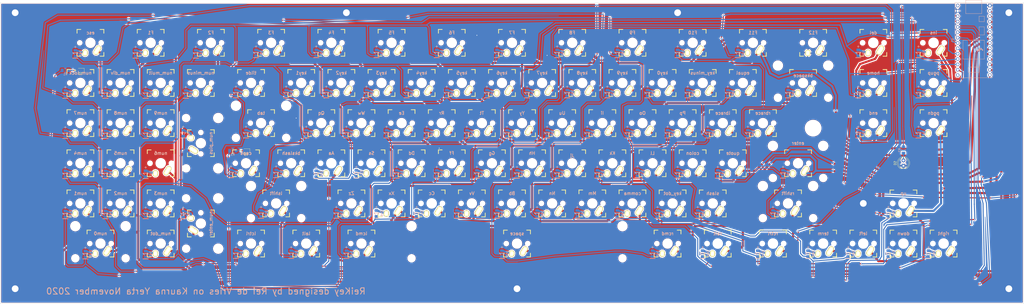
<source format=kicad_pcb>
(kicad_pcb (version 20171130) (host pcbnew 5.1.6)
  (layers (0 F.Cu signal) (31 B.Cu signal) (34 B.Paste user) (35 F.Paste user) (36 B.SilkS user) (37 F.SilkS user) (38 B.Mask user) (39 F.Mask user) (44 Edge.Cuts user))
  (net 0 "")
  (net 1 "Net-(D1-Pad2)")
  (net 2 GND)
  (net 3 "Net-(D2-Pad2)")
  (net 4 "Net-(D3-Pad2)")
  (net 5 "Net-(D4-Pad2)")
  (net 6 /Matrix/col01)
  (net 7 "Net-(D5-Pad2)")
  (net 8 "Net-(D6-Pad2)")
  (net 9 "Net-(D7-Pad2)")
  (net 10 "Net-(D8-Pad2)")
  (net 11 "Net-(D9-Pad2)")
  (net 12 "Net-(D10-Pad2)")
  (net 13 "Net-(D11-Pad2)")
  (net 14 "Net-(D12-Pad2)")
  (net 15 "Net-(D13-Pad2)")
  (net 16 "Net-(D14-Pad2)")
  (net 17 /Matrix/col02)
  (net 18 "Net-(D15-Pad2)")
  (net 19 "Net-(D16-Pad2)")
  (net 20 "Net-(D17-Pad2)")
  (net 21 "Net-(D18-Pad2)")
  (net 22 "Net-(D19-Pad2)")
  (net 23 "Net-(D20-Pad2)")
  (net 24 "Net-(D21-Pad2)")
  (net 25 "Net-(D22-Pad2)")
  (net 26 "Net-(D23-Pad2)")
  (net 27 "Net-(D24-Pad2)")
  (net 28 /Matrix/col03)
  (net 29 "Net-(D25-Pad2)")
  (net 30 "Net-(D26-Pad2)")
  (net 31 "Net-(D27-Pad2)")
  (net 32 "Net-(D28-Pad2)")
  (net 33 "Net-(D29-Pad2)")
  (net 34 "Net-(D30-Pad2)")
  (net 35 "Net-(D31-Pad2)")
  (net 36 "Net-(D32-Pad2)")
  (net 37 "Net-(D33-Pad2)")
  (net 38 "Net-(D34-Pad2)")
  (net 39 /Matrix/col04)
  (net 40 "Net-(D35-Pad2)")
  (net 41 "Net-(D36-Pad2)")
  (net 42 "Net-(D37-Pad2)")
  (net 43 "Net-(D38-Pad2)")
  (net 44 "Net-(D39-Pad2)")
  (net 45 "Net-(D40-Pad2)")
  (net 46 "Net-(D41-Pad2)")
  (net 47 "Net-(D42-Pad2)")
  (net 48 "Net-(D43-Pad2)")
  (net 49 "Net-(D44-Pad2)")
  (net 50 /Matrix/col05)
  (net 51 "Net-(D45-Pad2)")
  (net 52 "Net-(D46-Pad2)")
  (net 53 "Net-(D47-Pad2)")
  (net 54 "Net-(D48-Pad2)")
  (net 55 "Net-(D49-Pad2)")
  (net 56 "Net-(D50-Pad2)")
  (net 57 "Net-(D51-Pad2)")
  (net 58 "Net-(D52-Pad2)")
  (net 59 "Net-(D53-Pad2)")
  (net 60 "Net-(D54-Pad2)")
  (net 61 /Matrix/col06)
  (net 62 "Net-(D55-Pad2)")
  (net 63 "Net-(D56-Pad2)")
  (net 64 "Net-(D57-Pad2)")
  (net 65 "Net-(D58-Pad2)")
  (net 66 "Net-(D59-Pad2)")
  (net 67 "Net-(D60-Pad2)")
  (net 68 "Net-(D61-Pad2)")
  (net 69 "Net-(D62-Pad2)")
  (net 70 "Net-(D63-Pad2)")
  (net 71 "Net-(D64-Pad2)")
  (net 72 /Matrix/col07)
  (net 73 "Net-(D65-Pad2)")
  (net 74 "Net-(D66-Pad2)")
  (net 75 "Net-(D67-Pad2)")
  (net 76 "Net-(D68-Pad2)")
  (net 77 "Net-(D69-Pad2)")
  (net 78 "Net-(D70-Pad2)")
  (net 79 "Net-(D71-Pad2)")
  (net 80 "Net-(D72-Pad2)")
  (net 81 "Net-(D73-Pad2)")
  (net 82 "Net-(D74-Pad2)")
  (net 83 /Matrix/col08)
  (net 84 "Net-(D75-Pad2)")
  (net 85 "Net-(D76-Pad2)")
  (net 86 "Net-(D77-Pad2)")
  (net 87 "Net-(D78-Pad2)")
  (net 88 "Net-(D79-Pad2)")
  (net 89 "Net-(D80-Pad2)")
  (net 90 "Net-(D81-Pad2)")
  (net 91 "Net-(D82-Pad2)")
  (net 92 "Net-(D83-Pad2)")
  (net 93 "Net-(D84-Pad2)")
  (net 94 /Matrix/col09)
  (net 95 "Net-(D85-Pad2)")
  (net 96 "Net-(D86-Pad2)")
  (net 97 "Net-(D87-Pad2)")
  (net 98 "Net-(D88-Pad2)")
  (net 99 "Net-(D89-Pad2)")
  (net 100 "Net-(D90-Pad2)")
  (net 101 "Net-(D91-Pad2)")
  (net 102 "Net-(D92-Pad2)")
  (net 103 "Net-(D93-Pad2)")
  (net 104 "Net-(D94-Pad2)")
  (net 105 /Matrix/col10)
  (net 106 "Net-(D95-Pad2)")
  (net 107 "Net-(D96-Pad2)")
  (net 108 "Net-(D97-Pad2)")
  (net 109 "Net-(D98-Pad2)")
  (net 110 "Net-(D99-Pad2)")
  (net 111 "Net-(D100-Pad2)")
  (net 112 "Net-(D101-Pad2)")
  (net 113 "Net-(D102-Pad2)")
  (net 114 "Net-(D103-Pad2)")
  (net 115 "Net-(R1-Pad1)")
  (net 116 "Net-(R2-Pad1)")
  (net 117 "Net-(R3-Pad1)")
  (net 118 /Matrix/row01)
  (net 119 /Matrix/row02)
  (net 120 /Matrix/row03)
  (net 121 /Matrix/row04)
  (net 122 /Matrix/row05)
  (net 123 /Matrix/row06)
  (net 124 /Matrix/row07)
  (net 125 /Matrix/row08)
  (net 126 /Matrix/row09)
  (net 127 /Matrix/row10)
  (net 128 /Matrix/row11)
  (net 129 "Net-(U1-Pad33)")
  (net 130 "Net-(U1-Pad20)")
  (module keebs:Mx_Alps_BigEnter (layer F.Cu) (at 378.6203 -66.67528)
    (fp_text reference SW94 hide)
    (fp_text value enter (at 0 -9.52504) (layer B.SilkS) (effects (font (size 1.524 1.524) (thickness 0.3048)) (justify mirror)))
    (pad "" np_thru_hole circle (at 7.14378 -16.66882) (size 7 7) (drill 7) (layers *.Cu *.Mask))
    (pad 2 thru_hole oval (at -2.52 4.79 176.1) (size 2.5 3.08) (drill oval 1.5 2.08) (layers *.Cu *.Mask F.SilkS) (net 107 "Net-(D96-Pad2)"))
    (pad 1 thru_hole oval (at 3.255 3.52 147.5) (size 2.5 4.75) (drill oval 1.5 3.75) (layers *.Cu *.Mask F.SilkS) (net 120 /Matrix/row03))
    (pad "" np_thru_hole circle (at -11.938 -8.255 180) (size 3.9878 3.9878) (drill 3.9878) (layers *.Cu *.Mask))
    (pad "" np_thru_hole circle (at 11.938 -8.255 180) (size 3.9878 3.9878) (drill 3.9878) (layers *.Cu *.Mask))
    (pad "" np_thru_hole circle (at -11.938 6.985 180) (size 3.048 3.048) (drill 3.048) (layers *.Cu *.Mask))
    (pad "" np_thru_hole circle (at 11.938 6.985 180) (size 3.048 3.048) (drill 3.048) (layers *.Cu *.Mask))
    (pad "" np_thru_hole circle (at -5.08 0 180) (size 1.7018 1.7018) (drill 1.7018) (layers *.Cu *.Mask))
    (pad "" np_thru_hole circle (at 5.08 0 180) (size 1.7018 1.7018) (drill 1.7018) (layers *.Cu *.Mask))
    (pad "" np_thru_hole circle (at 0 0 180) (size 3.9878 3.9878) (drill 3.9878) (layers *.Cu *.Mask))
  )
  (module keebs:Mx_Alps_150 (layer F.Cu) (at 271.4636 -123.82552 180)
    (fp_text reference SW49 hide)
    (fp_text value F8 (at 0 4.76252) (layer B.SilkS) (effects (font (size 1.524 1.524) (thickness 0.3048)) (justify mirror)))
    (pad 2 thru_hole oval (at 2.52 -4.79 176.1) (size 2.5 3.08) (drill oval 1.5 2.08) (layers *.Cu *.Mask F.SilkS) (net 57 "Net-(D51-Pad2)"))
    (pad 1 thru_hole oval (at -3.255 -3.52 147.5) (size 2.5 4.75) (drill oval 1.5 3.75) (layers *.Cu *.Mask F.SilkS) (net 125 /Matrix/row08))
    (pad "" np_thru_hole circle (at 5.08 0 180) (size 1.7018 1.7018) (drill 1.7018) (layers *.Cu *.Mask))
    (pad "" np_thru_hole circle (at -5.08 0 180) (size 1.7018 1.7018) (drill 1.7018) (layers *.Cu *.Mask))
    (pad "" np_thru_hole circle (at 0 0 180) (size 3.9878 3.9878) (drill 3.9878) (layers *.Cu *.Mask))
  )
  (module keebs:Mx_Alps_100 (layer F.Cu) (at 95.25 -104.775 180)
    (fp_text reference SW30 hide)
    (fp_text value num_minus (at 0 4.7625) (layer B.SilkS) (effects (font (size 1.524 1.524) (thickness 0.3048)) (justify mirror)))
    (pad 2 thru_hole oval (at 2.52 -4.79 176.1) (size 2.5 3.08) (drill oval 1.5 2.08) (layers *.Cu *.Mask F.SilkS) (net 36 "Net-(D32-Pad2)"))
    (pad 1 thru_hole oval (at -3.255 -3.52 147.5) (size 2.5 4.75) (drill oval 1.5 3.75) (layers *.Cu *.Mask F.SilkS) (net 126 /Matrix/row09))
    (pad "" np_thru_hole circle (at 5.08 0 180) (size 1.7018 1.7018) (drill 1.7018) (layers *.Cu *.Mask))
    (pad "" np_thru_hole circle (at -5.08 0 180) (size 1.7018 1.7018) (drill 1.7018) (layers *.Cu *.Mask))
    (pad "" np_thru_hole circle (at 0 0 180) (size 3.9878 3.9878) (drill 3.9878) (layers *.Cu *.Mask))
  )
  (module teensy:TeensyLC_outer (layer B.Cu) (at 461.96444 -125.01611 270)
    (fp_text reference U1 (at 0 10.16 90) (layer B.SilkS) (effects (justify mirror)))
    (fp_text value Teensy-LC)
    (pad 1 thru_hole rect (at -16.51 -7.62 270) (size 1.6 1.6) (drill 1.1) (layers *.Cu *.Mask) (net 2 GND))
    (pad 2 thru_hole circle (at -13.97 -7.62 270) (size 1.6 1.6) (drill 1.1) (layers *.Cu *.Mask) (net 115 "Net-(R1-Pad1)"))
    (pad 3 thru_hole circle (at -11.43 -7.62 270) (size 1.6 1.6) (drill 1.1) (layers *.Cu *.Mask) (net 128 /Matrix/row11))
    (pad 4 thru_hole circle (at -8.89 -7.62 270) (size 1.6 1.6) (drill 1.1) (layers *.Cu *.Mask) (net 127 /Matrix/row10))
    (pad 5 thru_hole circle (at -6.35 -7.62 270) (size 1.6 1.6) (drill 1.1) (layers *.Cu *.Mask) (net 126 /Matrix/row09))
    (pad 6 thru_hole circle (at -3.81 -7.62 270) (size 1.6 1.6) (drill 1.1) (layers *.Cu *.Mask) (net 125 /Matrix/row08))
    (pad 7 thru_hole circle (at -1.27 -7.62 270) (size 1.6 1.6) (drill 1.1) (layers *.Cu *.Mask) (net 124 /Matrix/row07))
    (pad 8 thru_hole circle (at 1.27 -7.62 270) (size 1.6 1.6) (drill 1.1) (layers *.Cu *.Mask) (net 123 /Matrix/row06))
    (pad 9 thru_hole circle (at 3.81 -7.62 270) (size 1.6 1.6) (drill 1.1) (layers *.Cu *.Mask) (net 122 /Matrix/row05))
    (pad 10 thru_hole circle (at 6.35 -7.62 270) (size 1.6 1.6) (drill 1.1) (layers *.Cu *.Mask) (net 121 /Matrix/row04))
    (pad 11 thru_hole circle (at 8.89 -7.62 270) (size 1.6 1.6) (drill 1.1) (layers *.Cu *.Mask) (net 120 /Matrix/row03))
    (pad 12 thru_hole circle (at 11.43 -7.62 270) (size 1.6 1.6) (drill 1.1) (layers *.Cu *.Mask) (net 119 /Matrix/row02))
    (pad 13 thru_hole circle (at 13.97 -7.62 270) (size 1.6 1.6) (drill 1.1) (layers *.Cu *.Mask) (net 118 /Matrix/row01))
    (pad 33 thru_hole circle (at -16.51 7.62 270) (size 1.6 1.6) (drill 1.1) (layers *.Cu *.Mask) (net 129 "Net-(U1-Pad33)"))
    (pad 32 thru_hole circle (at -13.97 7.62 270) (size 1.6 1.6) (drill 1.1) (layers *.Cu *.Mask) (net 2 GND))
    (pad 31 thru_hole circle (at -11.43 7.62 270) (size 1.6 1.6) (drill 1.1) (layers *.Cu *.Mask) (net 116 "Net-(R2-Pad1)"))
    (pad 30 thru_hole circle (at -8.89 7.62 270) (size 1.6 1.6) (drill 1.1) (layers *.Cu *.Mask) (net 105 /Matrix/col10))
    (pad 29 thru_hole circle (at -6.35 7.62 270) (size 1.6 1.6) (drill 1.1) (layers *.Cu *.Mask) (net 94 /Matrix/col09))
    (pad 28 thru_hole circle (at -3.81 7.62 270) (size 1.6 1.6) (drill 1.1) (layers *.Cu *.Mask) (net 83 /Matrix/col08))
    (pad 27 thru_hole circle (at -1.27 7.62 270) (size 1.6 1.6) (drill 1.1) (layers *.Cu *.Mask) (net 72 /Matrix/col07))
    (pad 26 thru_hole circle (at 1.27 7.62 270) (size 1.6 1.6) (drill 1.1) (layers *.Cu *.Mask) (net 61 /Matrix/col06))
    (pad 25 thru_hole circle (at 3.81 7.62 270) (size 1.6 1.6) (drill 1.1) (layers *.Cu *.Mask) (net 50 /Matrix/col05))
    (pad 24 thru_hole circle (at 6.35 7.62 270) (size 1.6 1.6) (drill 1.1) (layers *.Cu *.Mask) (net 39 /Matrix/col04))
    (pad 23 thru_hole circle (at 8.89 7.62 270) (size 1.6 1.6) (drill 1.1) (layers *.Cu *.Mask) (net 28 /Matrix/col03))
    (pad 22 thru_hole circle (at 11.43 7.62 270) (size 1.6 1.6) (drill 1.1) (layers *.Cu *.Mask) (net 17 /Matrix/col02))
    (pad 21 thru_hole circle (at 13.97 7.62 270) (size 1.6 1.6) (drill 1.1) (layers *.Cu *.Mask) (net 6 /Matrix/col01))
    (pad 14 thru_hole circle (at 16.51 -7.62 270) (size 1.6 1.6) (drill 1.1) (layers *.Cu *.Mask) (net 117 "Net-(R3-Pad1)"))
    (pad 20 thru_hole circle (at 16.51 7.62 270) (size 1.6 1.6) (drill 1.1) (layers *.Cu *.Mask) (net 130 "Net-(U1-Pad20)"))
  )
  (module LED_THT:LED_D5.0mm (layer F.Cu) (at 428.62676 -65.48465 90)
    (fp_text reference D2 (at 1.27 -3.96 90) (layer F.SilkS))
    (fp_text value pwr_led)
    (pad 2 thru_hole circle (at 2.54 0 90) (size 1.8 1.8) (drill 0.9) (layers *.Cu *.Mask) (net 3 "Net-(D2-Pad2)"))
    (pad 1 thru_hole rect (at 0 0 90) (size 1.8 1.8) (drill 0.9) (layers *.Cu *.Mask) (net 2 GND))
  )
  (module keebs:Mx_Alps_100 (layer F.Cu) (at 38.1 -47.625 180)
    (fp_text reference SW101 hide)
    (fp_text value num1 (at 0 4.7625 180) (layer B.SilkS) (effects (font (size 1.524 1.524) (thickness 0.3048)) (justify mirror)))
    (pad 2 thru_hole oval (at 2.52 -4.79 176.1) (size 2.5 3.08) (drill oval 1.5 2.08) (layers *.Cu *.Mask F.SilkS) (net 114 "Net-(D103-Pad2)"))
    (pad 1 thru_hole oval (at -3.255 -3.52 147.5) (size 2.5 4.75) (drill oval 1.5 3.75) (layers *.Cu *.Mask F.SilkS) (net 127 /Matrix/row10))
    (pad "" np_thru_hole circle (at 5.08 0 180) (size 1.7018 1.7018) (drill 1.7018) (layers *.Cu *.Mask))
    (pad "" np_thru_hole circle (at -5.08 0 180) (size 1.7018 1.7018) (drill 1.7018) (layers *.Cu *.Mask))
    (pad "" np_thru_hole circle (at 0 0 180) (size 3.9878 3.9878) (drill 3.9878) (layers *.Cu *.Mask))
  )
  (module keebs:Mx_Alps_100 (layer F.Cu) (at 361.95148 -85.72536 180)
    (fp_text reference SW96 hide)
    (fp_text value rbrace (at 0 4.76252) (layer B.SilkS) (effects (font (size 1.524 1.524) (thickness 0.3048)) (justify mirror)))
    (pad 2 thru_hole oval (at 2.52 -4.79 176.1) (size 2.5 3.08) (drill oval 1.5 2.08) (layers *.Cu *.Mask F.SilkS) (net 109 "Net-(D98-Pad2)"))
    (pad 1 thru_hole oval (at -3.255 -3.52 147.5) (size 2.5 4.75) (drill oval 1.5 3.75) (layers *.Cu *.Mask F.SilkS) (net 122 /Matrix/row05))
    (pad "" np_thru_hole circle (at 5.08 0 180) (size 1.7018 1.7018) (drill 1.7018) (layers *.Cu *.Mask))
    (pad "" np_thru_hole circle (at -5.08 0 180) (size 1.7018 1.7018) (drill 1.7018) (layers *.Cu *.Mask))
    (pad "" np_thru_hole circle (at 0 0 180) (size 3.9878 3.9878) (drill 3.9878) (layers *.Cu *.Mask))
  )
  (module keebs:Mx_Alps_100 (layer F.Cu) (at 347.66392 -66.67528 180)
    (fp_text reference SW95 hide)
    (fp_text value quote (at 0 4.76252) (layer B.SilkS) (effects (font (size 1.524 1.524) (thickness 0.3048)) (justify mirror)))
    (pad 2 thru_hole oval (at 2.52 -4.79 176.1) (size 2.5 3.08) (drill oval 1.5 2.08) (layers *.Cu *.Mask F.SilkS) (net 108 "Net-(D97-Pad2)"))
    (pad 1 thru_hole oval (at -3.255 -3.52 147.5) (size 2.5 4.75) (drill oval 1.5 3.75) (layers *.Cu *.Mask F.SilkS) (net 121 /Matrix/row04))
    (pad "" np_thru_hole circle (at 5.08 0 180) (size 1.7018 1.7018) (drill 1.7018) (layers *.Cu *.Mask))
    (pad "" np_thru_hole circle (at -5.08 0 180) (size 1.7018 1.7018) (drill 1.7018) (layers *.Cu *.Mask))
    (pad "" np_thru_hole circle (at 0 0 180) (size 3.9878 3.9878) (drill 3.9878) (layers *.Cu *.Mask))
  )
  (module keebs:Mx_Alps_100 (layer F.Cu) (at 428.62676 -47.6252 180)
    (fp_text reference SW92 hide)
    (fp_text value up (at 0 4.76252) (layer B.SilkS) (effects (font (size 1.524 1.524) (thickness 0.3048)) (justify mirror)))
    (pad 2 thru_hole oval (at 2.52 -4.79 176.1) (size 2.5 3.08) (drill oval 1.5 2.08) (layers *.Cu *.Mask F.SilkS) (net 104 "Net-(D94-Pad2)"))
    (pad 1 thru_hole oval (at -3.255 -3.52 147.5) (size 2.5 4.75) (drill oval 1.5 3.75) (layers *.Cu *.Mask F.SilkS) (net 118 /Matrix/row01))
    (pad "" np_thru_hole circle (at 5.08 0 180) (size 1.7018 1.7018) (drill 1.7018) (layers *.Cu *.Mask))
    (pad "" np_thru_hole circle (at -5.08 0 180) (size 1.7018 1.7018) (drill 1.7018) (layers *.Cu *.Mask))
    (pad "" np_thru_hole circle (at 0 0 180) (size 3.9878 3.9878) (drill 3.9878) (layers *.Cu *.Mask))
  )
  (module keebs:Mx_Alps_100 (layer F.Cu) (at 38.1 -66.675 180)
    (fp_text reference SW91 hide)
    (fp_text value num4 (at 0 4.7625 180) (layer B.SilkS) (effects (font (size 1.524 1.524) (thickness 0.3048)) (justify mirror)))
    (pad 2 thru_hole oval (at 2.52 -4.79 176.1) (size 2.5 3.08) (drill oval 1.5 2.08) (layers *.Cu *.Mask F.SilkS) (net 103 "Net-(D93-Pad2)"))
    (pad 1 thru_hole oval (at -3.255 -3.52 147.5) (size 2.5 4.75) (drill oval 1.5 3.75) (layers *.Cu *.Mask F.SilkS) (net 127 /Matrix/row10))
    (pad "" np_thru_hole circle (at 5.08 0 180) (size 1.7018 1.7018) (drill 1.7018) (layers *.Cu *.Mask))
    (pad "" np_thru_hole circle (at -5.08 0 180) (size 1.7018 1.7018) (drill 1.7018) (layers *.Cu *.Mask))
    (pad "" np_thru_hole circle (at 0 0 180) (size 3.9878 3.9878) (drill 3.9878) (layers *.Cu *.Mask))
  )
  (module keebs:Mx_Alps_100 (layer F.Cu) (at 57.15 -47.625 180)
    (fp_text reference SW90 hide)
    (fp_text value num2 (at 0 4.7625) (layer B.SilkS) (effects (font (size 1.524 1.524) (thickness 0.3048)) (justify mirror)))
    (pad 2 thru_hole oval (at 2.52 -4.79 176.1) (size 2.5 3.08) (drill oval 1.5 2.08) (layers *.Cu *.Mask F.SilkS) (net 102 "Net-(D92-Pad2)"))
    (pad 1 thru_hole oval (at -3.255 -3.52 147.5) (size 2.5 4.75) (drill oval 1.5 3.75) (layers *.Cu *.Mask F.SilkS) (net 126 /Matrix/row09))
    (pad "" np_thru_hole circle (at 5.08 0 180) (size 1.7018 1.7018) (drill 1.7018) (layers *.Cu *.Mask))
    (pad "" np_thru_hole circle (at -5.08 0 180) (size 1.7018 1.7018) (drill 1.7018) (layers *.Cu *.Mask))
    (pad "" np_thru_hole circle (at 0 0 180) (size 3.9878 3.9878) (drill 3.9878) (layers *.Cu *.Mask))
  )
  (module keebs:Mx_Alps_100 (layer F.Cu) (at 314.32628 -104.77544 180)
    (fp_text reference SW89 hide)
    (fp_text value key0 (at 0 4.76252) (layer B.SilkS) (effects (font (size 1.524 1.524) (thickness 0.3048)) (justify mirror)))
    (pad 2 thru_hole oval (at 2.52 -4.79 176.1) (size 2.5 3.08) (drill oval 1.5 2.08) (layers *.Cu *.Mask F.SilkS) (net 101 "Net-(D91-Pad2)"))
    (pad 1 thru_hole oval (at -3.255 -3.52 147.5) (size 2.5 4.75) (drill oval 1.5 3.75) (layers *.Cu *.Mask F.SilkS) (net 125 /Matrix/row08))
    (pad "" np_thru_hole circle (at 5.08 0 180) (size 1.7018 1.7018) (drill 1.7018) (layers *.Cu *.Mask))
    (pad "" np_thru_hole circle (at -5.08 0 180) (size 1.7018 1.7018) (drill 1.7018) (layers *.Cu *.Mask))
    (pad "" np_thru_hole circle (at 0 0 180) (size 3.9878 3.9878) (drill 3.9878) (layers *.Cu *.Mask))
  )
  (module keebs:Mx_Alps_100 (layer F.Cu) (at 333.37636 -104.77544 180)
    (fp_text reference SW88 hide)
    (fp_text value key_minus (at 0 4.76252) (layer B.SilkS) (effects (font (size 1.524 1.524) (thickness 0.3048)) (justify mirror)))
    (pad 2 thru_hole oval (at 2.52 -4.79 176.1) (size 2.5 3.08) (drill oval 1.5 2.08) (layers *.Cu *.Mask F.SilkS) (net 100 "Net-(D90-Pad2)"))
    (pad 1 thru_hole oval (at -3.255 -3.52 147.5) (size 2.5 4.75) (drill oval 1.5 3.75) (layers *.Cu *.Mask F.SilkS) (net 124 /Matrix/row07))
    (pad "" np_thru_hole circle (at 5.08 0 180) (size 1.7018 1.7018) (drill 1.7018) (layers *.Cu *.Mask))
    (pad "" np_thru_hole circle (at -5.08 0 180) (size 1.7018 1.7018) (drill 1.7018) (layers *.Cu *.Mask))
    (pad "" np_thru_hole circle (at 0 0 180) (size 3.9878 3.9878) (drill 3.9878) (layers *.Cu *.Mask))
  )
  (module keebs:Mx_Alps_100 (layer F.Cu) (at 352.42644 -104.77544 180)
    (fp_text reference SW87 hide)
    (fp_text value equal (at 0 4.76252) (layer B.SilkS) (effects (font (size 1.524 1.524) (thickness 0.3048)) (justify mirror)))
    (pad 2 thru_hole oval (at 2.52 -4.79 176.1) (size 2.5 3.08) (drill oval 1.5 2.08) (layers *.Cu *.Mask F.SilkS) (net 99 "Net-(D89-Pad2)"))
    (pad 1 thru_hole oval (at -3.255 -3.52 147.5) (size 2.5 4.75) (drill oval 1.5 3.75) (layers *.Cu *.Mask F.SilkS) (net 123 /Matrix/row06))
    (pad "" np_thru_hole circle (at 5.08 0 180) (size 1.7018 1.7018) (drill 1.7018) (layers *.Cu *.Mask))
    (pad "" np_thru_hole circle (at -5.08 0 180) (size 1.7018 1.7018) (drill 1.7018) (layers *.Cu *.Mask))
    (pad "" np_thru_hole circle (at 0 0 180) (size 3.9878 3.9878) (drill 3.9878) (layers *.Cu *.Mask))
  )
  (module keebs:Mx_Alps_100 (layer F.Cu) (at 342.9014 -85.72536 180)
    (fp_text reference SW86 hide)
    (fp_text value lbrace (at 0 4.76252) (layer B.SilkS) (effects (font (size 1.524 1.524) (thickness 0.3048)) (justify mirror)))
    (pad 2 thru_hole oval (at 2.52 -4.79 176.1) (size 2.5 3.08) (drill oval 1.5 2.08) (layers *.Cu *.Mask F.SilkS) (net 98 "Net-(D88-Pad2)"))
    (pad 1 thru_hole oval (at -3.255 -3.52 147.5) (size 2.5 4.75) (drill oval 1.5 3.75) (layers *.Cu *.Mask F.SilkS) (net 122 /Matrix/row05))
    (pad "" np_thru_hole circle (at 5.08 0 180) (size 1.7018 1.7018) (drill 1.7018) (layers *.Cu *.Mask))
    (pad "" np_thru_hole circle (at -5.08 0 180) (size 1.7018 1.7018) (drill 1.7018) (layers *.Cu *.Mask))
    (pad "" np_thru_hole circle (at 0 0 180) (size 3.9878 3.9878) (drill 3.9878) (layers *.Cu *.Mask))
  )
  (module keebs:Mx_Alps_100 (layer F.Cu) (at 328.61384 -66.67528 180)
    (fp_text reference SW85 hide)
    (fp_text value colon (at 0 4.76252) (layer B.SilkS) (effects (font (size 1.524 1.524) (thickness 0.3048)) (justify mirror)))
    (pad 2 thru_hole oval (at 2.52 -4.79 176.1) (size 2.5 3.08) (drill oval 1.5 2.08) (layers *.Cu *.Mask F.SilkS) (net 97 "Net-(D87-Pad2)"))
    (pad 1 thru_hole oval (at -3.255 -3.52 147.5) (size 2.5 4.75) (drill oval 1.5 3.75) (layers *.Cu *.Mask F.SilkS) (net 121 /Matrix/row04))
    (pad "" np_thru_hole circle (at 5.08 0 180) (size 1.7018 1.7018) (drill 1.7018) (layers *.Cu *.Mask))
    (pad "" np_thru_hole circle (at -5.08 0 180) (size 1.7018 1.7018) (drill 1.7018) (layers *.Cu *.Mask))
    (pad "" np_thru_hole circle (at 0 0 180) (size 3.9878 3.9878) (drill 3.9878) (layers *.Cu *.Mask))
  )
  (module keebs:Mx_Alps_100 (layer F.Cu) (at 338.13888 -47.6252 180)
    (fp_text reference SW84 hide)
    (fp_text value slash (at 0 4.76252) (layer B.SilkS) (effects (font (size 1.524 1.524) (thickness 0.3048)) (justify mirror)))
    (pad 2 thru_hole oval (at 2.52 -4.79 176.1) (size 2.5 3.08) (drill oval 1.5 2.08) (layers *.Cu *.Mask F.SilkS) (net 96 "Net-(D86-Pad2)"))
    (pad 1 thru_hole oval (at -3.255 -3.52 147.5) (size 2.5 4.75) (drill oval 1.5 3.75) (layers *.Cu *.Mask F.SilkS) (net 120 /Matrix/row03))
    (pad "" np_thru_hole circle (at 5.08 0 180) (size 1.7018 1.7018) (drill 1.7018) (layers *.Cu *.Mask))
    (pad "" np_thru_hole circle (at -5.08 0 180) (size 1.7018 1.7018) (drill 1.7018) (layers *.Cu *.Mask))
    (pad "" np_thru_hole circle (at 0 0 180) (size 3.9878 3.9878) (drill 3.9878) (layers *.Cu *.Mask))
  )
  (module keebs:Mx_Alps_100 (layer F.Cu) (at 390.5266 -28.57512 180)
    (fp_text reference SW83 hide)
    (fp_text value term (at 0 4.76252) (layer B.SilkS) (effects (font (size 1.524 1.524) (thickness 0.3048)) (justify mirror)))
    (pad 2 thru_hole oval (at 2.52 -4.79 176.1) (size 2.5 3.08) (drill oval 1.5 2.08) (layers *.Cu *.Mask F.SilkS) (net 95 "Net-(D85-Pad2)"))
    (pad 1 thru_hole oval (at -3.255 -3.52 147.5) (size 2.5 4.75) (drill oval 1.5 3.75) (layers *.Cu *.Mask F.SilkS) (net 119 /Matrix/row02))
    (pad "" np_thru_hole circle (at 5.08 0 180) (size 1.7018 1.7018) (drill 1.7018) (layers *.Cu *.Mask))
    (pad "" np_thru_hole circle (at -5.08 0 180) (size 1.7018 1.7018) (drill 1.7018) (layers *.Cu *.Mask))
    (pad "" np_thru_hole circle (at 0 0 180) (size 3.9878 3.9878) (drill 3.9878) (layers *.Cu *.Mask))
  )
  (module keebs:Mx_Alps_100 (layer F.Cu) (at 409.57668 -28.57512 180)
    (fp_text reference SW82 hide)
    (fp_text value left (at 0 4.76252) (layer B.SilkS) (effects (font (size 1.524 1.524) (thickness 0.3048)) (justify mirror)))
    (pad 2 thru_hole oval (at 2.52 -4.79 176.1) (size 2.5 3.08) (drill oval 1.5 2.08) (layers *.Cu *.Mask F.SilkS) (net 93 "Net-(D84-Pad2)"))
    (pad 1 thru_hole oval (at -3.255 -3.52 147.5) (size 2.5 4.75) (drill oval 1.5 3.75) (layers *.Cu *.Mask F.SilkS) (net 118 /Matrix/row01))
    (pad "" np_thru_hole circle (at 5.08 0 180) (size 1.7018 1.7018) (drill 1.7018) (layers *.Cu *.Mask))
    (pad "" np_thru_hole circle (at -5.08 0 180) (size 1.7018 1.7018) (drill 1.7018) (layers *.Cu *.Mask))
    (pad "" np_thru_hole circle (at 0 0 180) (size 3.9878 3.9878) (drill 3.9878) (layers *.Cu *.Mask))
  )
  (module keebs:Mx_Alps_100 (layer F.Cu) (at 38.1 -85.725 180)
    (fp_text reference SW81 hide)
    (fp_text value num7 (at 0 4.7625) (layer B.SilkS) (effects (font (size 1.524 1.524) (thickness 0.3048)) (justify mirror)))
    (pad 2 thru_hole oval (at 2.52 -4.79 176.1) (size 2.5 3.08) (drill oval 1.5 2.08) (layers *.Cu *.Mask F.SilkS) (net 92 "Net-(D83-Pad2)"))
    (pad 1 thru_hole oval (at -3.255 -3.52 147.5) (size 2.5 4.75) (drill oval 1.5 3.75) (layers *.Cu *.Mask F.SilkS) (net 127 /Matrix/row10))
    (pad "" np_thru_hole circle (at 5.08 0 180) (size 1.7018 1.7018) (drill 1.7018) (layers *.Cu *.Mask))
    (pad "" np_thru_hole circle (at -5.08 0 180) (size 1.7018 1.7018) (drill 1.7018) (layers *.Cu *.Mask))
    (pad "" np_thru_hole circle (at 0 0 180) (size 3.9878 3.9878) (drill 3.9878) (layers *.Cu *.Mask))
  )
  (module keebs:Mx_Alps_100 (layer F.Cu) (at 57.15 -66.675 180)
    (fp_text reference SW80 hide)
    (fp_text value num5 (at 0 4.7625) (layer B.SilkS) (effects (font (size 1.524 1.524) (thickness 0.3048)) (justify mirror)))
    (pad 2 thru_hole oval (at 2.52 -4.79 176.1) (size 2.5 3.08) (drill oval 1.5 2.08) (layers *.Cu *.Mask F.SilkS) (net 91 "Net-(D82-Pad2)"))
    (pad 1 thru_hole oval (at -3.255 -3.52 147.5) (size 2.5 4.75) (drill oval 1.5 3.75) (layers *.Cu *.Mask F.SilkS) (net 126 /Matrix/row09))
    (pad "" np_thru_hole circle (at 5.08 0 180) (size 1.7018 1.7018) (drill 1.7018) (layers *.Cu *.Mask))
    (pad "" np_thru_hole circle (at -5.08 0 180) (size 1.7018 1.7018) (drill 1.7018) (layers *.Cu *.Mask))
    (pad "" np_thru_hole circle (at 0 0 180) (size 3.9878 3.9878) (drill 3.9878) (layers *.Cu *.Mask))
  )
  (module keebs:Mx_Alps_100 (layer F.Cu) (at 304.80124 -85.72536 180)
    (fp_text reference SW78 hide)
    (fp_text value Oo (at 0 4.76252) (layer B.SilkS) (effects (font (size 1.524 1.524) (thickness 0.3048)) (justify mirror)))
    (pad 2 thru_hole oval (at 2.52 -4.79 176.1) (size 2.5 3.08) (drill oval 1.5 2.08) (layers *.Cu *.Mask F.SilkS) (net 89 "Net-(D80-Pad2)"))
    (pad 1 thru_hole oval (at -3.255 -3.52 147.5) (size 2.5 4.75) (drill oval 1.5 3.75) (layers *.Cu *.Mask F.SilkS) (net 124 /Matrix/row07))
    (pad "" np_thru_hole circle (at 5.08 0 180) (size 1.7018 1.7018) (drill 1.7018) (layers *.Cu *.Mask))
    (pad "" np_thru_hole circle (at -5.08 0 180) (size 1.7018 1.7018) (drill 1.7018) (layers *.Cu *.Mask))
    (pad "" np_thru_hole circle (at 0 0 180) (size 3.9878 3.9878) (drill 3.9878) (layers *.Cu *.Mask))
  )
  (module keebs:Mx_Alps_100 (layer F.Cu) (at 323.85132 -85.72536 180)
    (fp_text reference SW77 hide)
    (fp_text value Pp (at 0 4.76252) (layer B.SilkS) (effects (font (size 1.524 1.524) (thickness 0.3048)) (justify mirror)))
    (pad 2 thru_hole oval (at 2.52 -4.79 176.1) (size 2.5 3.08) (drill oval 1.5 2.08) (layers *.Cu *.Mask F.SilkS) (net 88 "Net-(D79-Pad2)"))
    (pad 1 thru_hole oval (at -3.255 -3.52 147.5) (size 2.5 4.75) (drill oval 1.5 3.75) (layers *.Cu *.Mask F.SilkS) (net 123 /Matrix/row06))
    (pad "" np_thru_hole circle (at 5.08 0 180) (size 1.7018 1.7018) (drill 1.7018) (layers *.Cu *.Mask))
    (pad "" np_thru_hole circle (at -5.08 0 180) (size 1.7018 1.7018) (drill 1.7018) (layers *.Cu *.Mask))
    (pad "" np_thru_hole circle (at 0 0 180) (size 3.9878 3.9878) (drill 3.9878) (layers *.Cu *.Mask))
  )
  (module keebs:Mx_Alps_100 (layer F.Cu) (at 290.51368 -66.67528 180)
    (fp_text reference SW76 hide)
    (fp_text value Kk (at 0 4.76252) (layer B.SilkS) (effects (font (size 1.524 1.524) (thickness 0.3048)) (justify mirror)))
    (pad 2 thru_hole oval (at 2.52 -4.79 176.1) (size 2.5 3.08) (drill oval 1.5 2.08) (layers *.Cu *.Mask F.SilkS) (net 87 "Net-(D78-Pad2)"))
    (pad 1 thru_hole oval (at -3.255 -3.52 147.5) (size 2.5 4.75) (drill oval 1.5 3.75) (layers *.Cu *.Mask F.SilkS) (net 122 /Matrix/row05))
    (pad "" np_thru_hole circle (at 5.08 0 180) (size 1.7018 1.7018) (drill 1.7018) (layers *.Cu *.Mask))
    (pad "" np_thru_hole circle (at -5.08 0 180) (size 1.7018 1.7018) (drill 1.7018) (layers *.Cu *.Mask))
    (pad "" np_thru_hole circle (at 0 0 180) (size 3.9878 3.9878) (drill 3.9878) (layers *.Cu *.Mask))
  )
  (module keebs:Mx_Alps_100 (layer F.Cu) (at 309.56376 -66.67528 180)
    (fp_text reference SW75 hide)
    (fp_text value Ll (at 0 4.76252) (layer B.SilkS) (effects (font (size 1.524 1.524) (thickness 0.3048)) (justify mirror)))
    (pad 2 thru_hole oval (at 2.52 -4.79 176.1) (size 2.5 3.08) (drill oval 1.5 2.08) (layers *.Cu *.Mask F.SilkS) (net 86 "Net-(D77-Pad2)"))
    (pad 1 thru_hole oval (at -3.255 -3.52 147.5) (size 2.5 4.75) (drill oval 1.5 3.75) (layers *.Cu *.Mask F.SilkS) (net 121 /Matrix/row04))
    (pad "" np_thru_hole circle (at 5.08 0 180) (size 1.7018 1.7018) (drill 1.7018) (layers *.Cu *.Mask))
    (pad "" np_thru_hole circle (at -5.08 0 180) (size 1.7018 1.7018) (drill 1.7018) (layers *.Cu *.Mask))
    (pad "" np_thru_hole circle (at 0 0 180) (size 3.9878 3.9878) (drill 3.9878) (layers *.Cu *.Mask))
  )
  (module keebs:Mx_Alps_100 (layer F.Cu) (at 319.0888 -47.6252 180)
    (fp_text reference SW74 hide)
    (fp_text value key_dot (at 0 4.76252) (layer B.SilkS) (effects (font (size 1.524 1.524) (thickness 0.3048)) (justify mirror)))
    (pad 2 thru_hole oval (at 2.52 -4.79 176.1) (size 2.5 3.08) (drill oval 1.5 2.08) (layers *.Cu *.Mask F.SilkS) (net 85 "Net-(D76-Pad2)"))
    (pad 1 thru_hole oval (at -3.255 -3.52 147.5) (size 2.5 4.75) (drill oval 1.5 3.75) (layers *.Cu *.Mask F.SilkS) (net 120 /Matrix/row03))
    (pad "" np_thru_hole circle (at 5.08 0 180) (size 1.7018 1.7018) (drill 1.7018) (layers *.Cu *.Mask))
    (pad "" np_thru_hole circle (at -5.08 0 180) (size 1.7018 1.7018) (drill 1.7018) (layers *.Cu *.Mask))
    (pad "" np_thru_hole circle (at 0 0 180) (size 3.9878 3.9878) (drill 3.9878) (layers *.Cu *.Mask))
  )
  (module keebs:Mx_Alps_100 (layer F.Cu) (at 428.62676 -28.57512 180)
    (fp_text reference SW72 hide)
    (fp_text value down (at 0 4.76252) (layer B.SilkS) (effects (font (size 1.524 1.524) (thickness 0.3048)) (justify mirror)))
    (pad 2 thru_hole oval (at 2.52 -4.79 176.1) (size 2.5 3.08) (drill oval 1.5 2.08) (layers *.Cu *.Mask F.SilkS) (net 82 "Net-(D74-Pad2)"))
    (pad 1 thru_hole oval (at -3.255 -3.52 147.5) (size 2.5 4.75) (drill oval 1.5 3.75) (layers *.Cu *.Mask F.SilkS) (net 118 /Matrix/row01))
    (pad "" np_thru_hole circle (at 5.08 0 180) (size 1.7018 1.7018) (drill 1.7018) (layers *.Cu *.Mask))
    (pad "" np_thru_hole circle (at -5.08 0 180) (size 1.7018 1.7018) (drill 1.7018) (layers *.Cu *.Mask))
    (pad "" np_thru_hole circle (at 0 0 180) (size 3.9878 3.9878) (drill 3.9878) (layers *.Cu *.Mask))
  )
  (module keebs:Mx_Alps_100 (layer F.Cu) (at 38.10012 -104.775 180)
    (fp_text reference SW71 hide)
    (fp_text value num_lock (at 0 4.7625) (layer B.SilkS) (effects (font (size 1.524 1.524) (thickness 0.3048)) (justify mirror)))
    (pad 2 thru_hole oval (at 2.52 -4.79 176.1) (size 2.5 3.08) (drill oval 1.5 2.08) (layers *.Cu *.Mask F.SilkS) (net 81 "Net-(D73-Pad2)"))
    (pad 1 thru_hole oval (at -3.255 -3.52 147.5) (size 2.5 4.75) (drill oval 1.5 3.75) (layers *.Cu *.Mask F.SilkS) (net 127 /Matrix/row10))
    (pad "" np_thru_hole circle (at 5.08 0 180) (size 1.7018 1.7018) (drill 1.7018) (layers *.Cu *.Mask))
    (pad "" np_thru_hole circle (at -5.08 0 180) (size 1.7018 1.7018) (drill 1.7018) (layers *.Cu *.Mask))
    (pad "" np_thru_hole circle (at 0 0 180) (size 3.9878 3.9878) (drill 3.9878) (layers *.Cu *.Mask))
  )
  (module keebs:Mx_Alps_100 (layer F.Cu) (at 57.15 -85.725 180)
    (fp_text reference SW70 hide)
    (fp_text value num8 (at 0 4.7625) (layer B.SilkS) (effects (font (size 1.524 1.524) (thickness 0.3048)) (justify mirror)))
    (pad 2 thru_hole oval (at 2.52 -4.79 176.1) (size 2.5 3.08) (drill oval 1.5 2.08) (layers *.Cu *.Mask F.SilkS) (net 80 "Net-(D72-Pad2)"))
    (pad 1 thru_hole oval (at -3.255 -3.52 147.5) (size 2.5 4.75) (drill oval 1.5 3.75) (layers *.Cu *.Mask F.SilkS) (net 126 /Matrix/row09))
    (pad "" np_thru_hole circle (at 5.08 0 180) (size 1.7018 1.7018) (drill 1.7018) (layers *.Cu *.Mask))
    (pad "" np_thru_hole circle (at -5.08 0 180) (size 1.7018 1.7018) (drill 1.7018) (layers *.Cu *.Mask))
    (pad "" np_thru_hole circle (at 0 0 180) (size 3.9878 3.9878) (drill 3.9878) (layers *.Cu *.Mask))
  )
  (module keebs:Mx_Alps_100 (layer F.Cu) (at 295.2762 -104.77544 180)
    (fp_text reference SW69 hide)
    (fp_text value key9 (at 0 4.76252) (layer B.SilkS) (effects (font (size 1.524 1.524) (thickness 0.3048)) (justify mirror)))
    (pad 2 thru_hole oval (at 2.52 -4.79 176.1) (size 2.5 3.08) (drill oval 1.5 2.08) (layers *.Cu *.Mask F.SilkS) (net 79 "Net-(D71-Pad2)"))
    (pad 1 thru_hole oval (at -3.255 -3.52 147.5) (size 2.5 4.75) (drill oval 1.5 3.75) (layers *.Cu *.Mask F.SilkS) (net 125 /Matrix/row08))
    (pad "" np_thru_hole circle (at 5.08 0 180) (size 1.7018 1.7018) (drill 1.7018) (layers *.Cu *.Mask))
    (pad "" np_thru_hole circle (at -5.08 0 180) (size 1.7018 1.7018) (drill 1.7018) (layers *.Cu *.Mask))
    (pad "" np_thru_hole circle (at 0 0 180) (size 3.9878 3.9878) (drill 3.9878) (layers *.Cu *.Mask))
  )
  (module keebs:Mx_Alps_100 (layer F.Cu) (at 285.75116 -85.72536 180)
    (fp_text reference SW68 hide)
    (fp_text value Ii (at 0 4.76252) (layer B.SilkS) (effects (font (size 1.524 1.524) (thickness 0.3048)) (justify mirror)))
    (pad 2 thru_hole oval (at 2.52 -4.79 176.1) (size 2.5 3.08) (drill oval 1.5 2.08) (layers *.Cu *.Mask F.SilkS) (net 78 "Net-(D70-Pad2)"))
    (pad 1 thru_hole oval (at -3.255 -3.52 147.5) (size 2.5 4.75) (drill oval 1.5 3.75) (layers *.Cu *.Mask F.SilkS) (net 124 /Matrix/row07))
    (pad "" np_thru_hole circle (at 5.08 0 180) (size 1.7018 1.7018) (drill 1.7018) (layers *.Cu *.Mask))
    (pad "" np_thru_hole circle (at -5.08 0 180) (size 1.7018 1.7018) (drill 1.7018) (layers *.Cu *.Mask))
    (pad "" np_thru_hole circle (at 0 0 180) (size 3.9878 3.9878) (drill 3.9878) (layers *.Cu *.Mask))
  )
  (module keebs:Mx_Alps_100 (layer F.Cu) (at 271.4636 -66.67528 180)
    (fp_text reference SW67 hide)
    (fp_text value Jj (at 0 3.57189) (layer B.SilkS) (effects (font (size 1.524 1.524) (thickness 0.3048)) (justify mirror)))
    (pad 2 thru_hole oval (at 2.52 -4.79 176.1) (size 2.5 3.08) (drill oval 1.5 2.08) (layers *.Cu *.Mask F.SilkS) (net 77 "Net-(D69-Pad2)"))
    (pad 1 thru_hole oval (at -3.255 -3.52 147.5) (size 2.5 4.75) (drill oval 1.5 3.75) (layers *.Cu *.Mask F.SilkS) (net 123 /Matrix/row06))
    (pad "" np_thru_hole circle (at 5.08 0 180) (size 1.7018 1.7018) (drill 1.7018) (layers *.Cu *.Mask))
    (pad "" np_thru_hole circle (at -5.08 0 180) (size 1.7018 1.7018) (drill 1.7018) (layers *.Cu *.Mask))
    (pad "" np_thru_hole circle (at 0 0 180) (size 3.9878 3.9878) (drill 3.9878) (layers *.Cu *.Mask))
  )
  (module keebs:Mx_Alps_100 (layer F.Cu) (at 261.93856 -47.6252 180)
    (fp_text reference SW66 hide)
    (fp_text value Nn (at 0 4.76252) (layer B.SilkS) (effects (font (size 1.524 1.524) (thickness 0.3048)) (justify mirror)))
    (pad 2 thru_hole oval (at 2.52 -4.79 176.1) (size 2.5 3.08) (drill oval 1.5 2.08) (layers *.Cu *.Mask F.SilkS) (net 76 "Net-(D68-Pad2)"))
    (pad 1 thru_hole oval (at -3.255 -3.52 147.5) (size 2.5 4.75) (drill oval 1.5 3.75) (layers *.Cu *.Mask F.SilkS) (net 122 /Matrix/row05))
    (pad "" np_thru_hole circle (at 5.08 0 180) (size 1.7018 1.7018) (drill 1.7018) (layers *.Cu *.Mask))
    (pad "" np_thru_hole circle (at -5.08 0 180) (size 1.7018 1.7018) (drill 1.7018) (layers *.Cu *.Mask))
    (pad "" np_thru_hole circle (at 0 0 180) (size 3.9878 3.9878) (drill 3.9878) (layers *.Cu *.Mask))
  )
  (module keebs:Mx_Alps_100 (layer F.Cu) (at 280.98864 -47.6252 180)
    (fp_text reference SW65 hide)
    (fp_text value Mm (at 0 4.76252) (layer B.SilkS) (effects (font (size 1.524 1.524) (thickness 0.3048)) (justify mirror)))
    (pad 2 thru_hole oval (at 2.52 -4.79 176.1) (size 2.5 3.08) (drill oval 1.5 2.08) (layers *.Cu *.Mask F.SilkS) (net 75 "Net-(D67-Pad2)"))
    (pad 1 thru_hole oval (at -3.255 -3.52 147.5) (size 2.5 4.75) (drill oval 1.5 3.75) (layers *.Cu *.Mask F.SilkS) (net 121 /Matrix/row04))
    (pad "" np_thru_hole circle (at 5.08 0 180) (size 1.7018 1.7018) (drill 1.7018) (layers *.Cu *.Mask))
    (pad "" np_thru_hole circle (at -5.08 0 180) (size 1.7018 1.7018) (drill 1.7018) (layers *.Cu *.Mask))
    (pad "" np_thru_hole circle (at 0 0 180) (size 3.9878 3.9878) (drill 3.9878) (layers *.Cu *.Mask))
  )
  (module keebs:Mx_Alps_100 (layer F.Cu) (at 300.03872 -47.6252 180)
    (fp_text reference SW64 hide)
    (fp_text value comma (at 0 4.76252) (layer B.SilkS) (effects (font (size 1.524 1.524) (thickness 0.3048)) (justify mirror)))
    (pad 2 thru_hole oval (at 2.52 -4.79 176.1) (size 2.5 3.08) (drill oval 1.5 2.08) (layers *.Cu *.Mask F.SilkS) (net 74 "Net-(D66-Pad2)"))
    (pad 1 thru_hole oval (at -3.255 -3.52 147.5) (size 2.5 4.75) (drill oval 1.5 3.75) (layers *.Cu *.Mask F.SilkS) (net 120 /Matrix/row03))
    (pad "" np_thru_hole circle (at 5.08 0 180) (size 1.7018 1.7018) (drill 1.7018) (layers *.Cu *.Mask))
    (pad "" np_thru_hole circle (at -5.08 0 180) (size 1.7018 1.7018) (drill 1.7018) (layers *.Cu *.Mask))
    (pad "" np_thru_hole circle (at 0 0 180) (size 3.9878 3.9878) (drill 3.9878) (layers *.Cu *.Mask))
  )
  (module keebs:Mx_Alps_100 (layer F.Cu) (at 447.67688 -28.57508 180)
    (fp_text reference SW62 hide)
    (fp_text value right (at 0 4.76252) (layer B.SilkS) (effects (font (size 1.524 1.524) (thickness 0.3048)) (justify mirror)))
    (pad 2 thru_hole oval (at 2.52 -4.79 176.1) (size 2.5 3.08) (drill oval 1.5 2.08) (layers *.Cu *.Mask F.SilkS) (net 71 "Net-(D64-Pad2)"))
    (pad 1 thru_hole oval (at -3.255 -3.52 147.5) (size 2.5 4.75) (drill oval 1.5 3.75) (layers *.Cu *.Mask F.SilkS) (net 118 /Matrix/row01))
    (pad "" np_thru_hole circle (at 5.08 0 180) (size 1.7018 1.7018) (drill 1.7018) (layers *.Cu *.Mask))
    (pad "" np_thru_hole circle (at -5.08 0 180) (size 1.7018 1.7018) (drill 1.7018) (layers *.Cu *.Mask))
    (pad "" np_thru_hole circle (at 0 0 180) (size 3.9878 3.9878) (drill 3.9878) (layers *.Cu *.Mask))
  )
  (module keebs:Mx_Alps_100 (layer F.Cu) (at 57.15 -104.775 180)
    (fp_text reference SW60 hide)
    (fp_text value num_div (at 0 4.7625) (layer B.SilkS) (effects (font (size 1.524 1.524) (thickness 0.3048)) (justify mirror)))
    (pad 2 thru_hole oval (at 2.52 -4.79 176.1) (size 2.5 3.08) (drill oval 1.5 2.08) (layers *.Cu *.Mask F.SilkS) (net 69 "Net-(D62-Pad2)"))
    (pad 1 thru_hole oval (at -3.255 -3.52 147.5) (size 2.5 4.75) (drill oval 1.5 3.75) (layers *.Cu *.Mask F.SilkS) (net 126 /Matrix/row09))
    (pad "" np_thru_hole circle (at 5.08 0 180) (size 1.7018 1.7018) (drill 1.7018) (layers *.Cu *.Mask))
    (pad "" np_thru_hole circle (at -5.08 0 180) (size 1.7018 1.7018) (drill 1.7018) (layers *.Cu *.Mask))
    (pad "" np_thru_hole circle (at 0 0 180) (size 3.9878 3.9878) (drill 3.9878) (layers *.Cu *.Mask))
  )
  (module keebs:Mx_Alps_100 (layer F.Cu) (at 276.22612 -104.77544 180)
    (fp_text reference SW59 hide)
    (fp_text value key8 (at 0 4.76252) (layer B.SilkS) (effects (font (size 1.524 1.524) (thickness 0.3048)) (justify mirror)))
    (pad 2 thru_hole oval (at 2.52 -4.79 176.1) (size 2.5 3.08) (drill oval 1.5 2.08) (layers *.Cu *.Mask F.SilkS) (net 68 "Net-(D61-Pad2)"))
    (pad 1 thru_hole oval (at -3.255 -3.52 147.5) (size 2.5 4.75) (drill oval 1.5 3.75) (layers *.Cu *.Mask F.SilkS) (net 125 /Matrix/row08))
    (pad "" np_thru_hole circle (at 5.08 0 180) (size 1.7018 1.7018) (drill 1.7018) (layers *.Cu *.Mask))
    (pad "" np_thru_hole circle (at -5.08 0 180) (size 1.7018 1.7018) (drill 1.7018) (layers *.Cu *.Mask))
    (pad "" np_thru_hole circle (at 0 0 180) (size 3.9878 3.9878) (drill 3.9878) (layers *.Cu *.Mask))
  )
  (module keebs:Mx_Alps_100 (layer F.Cu) (at 266.70108 -85.72536 180)
    (fp_text reference SW58 hide)
    (fp_text value Uu (at 0 4.76252) (layer B.SilkS) (effects (font (size 1.524 1.524) (thickness 0.3048)) (justify mirror)))
    (pad 2 thru_hole oval (at 2.52 -4.79 176.1) (size 2.5 3.08) (drill oval 1.5 2.08) (layers *.Cu *.Mask F.SilkS) (net 67 "Net-(D60-Pad2)"))
    (pad 1 thru_hole oval (at -3.255 -3.52 147.5) (size 2.5 4.75) (drill oval 1.5 3.75) (layers *.Cu *.Mask F.SilkS) (net 124 /Matrix/row07))
    (pad "" np_thru_hole circle (at 5.08 0 180) (size 1.7018 1.7018) (drill 1.7018) (layers *.Cu *.Mask))
    (pad "" np_thru_hole circle (at -5.08 0 180) (size 1.7018 1.7018) (drill 1.7018) (layers *.Cu *.Mask))
    (pad "" np_thru_hole circle (at 0 0 180) (size 3.9878 3.9878) (drill 3.9878) (layers *.Cu *.Mask))
  )
  (module keebs:Mx_Alps_100 (layer F.Cu) (at 252.41352 -66.67528 180)
    (fp_text reference SW57 hide)
    (fp_text value Hh (at 0 4.76252) (layer B.SilkS) (effects (font (size 1.524 1.524) (thickness 0.3048)) (justify mirror)))
    (pad 2 thru_hole oval (at 2.52 -4.79 176.1) (size 2.5 3.08) (drill oval 1.5 2.08) (layers *.Cu *.Mask F.SilkS) (net 66 "Net-(D59-Pad2)"))
    (pad 1 thru_hole oval (at -3.255 -3.52 147.5) (size 2.5 4.75) (drill oval 1.5 3.75) (layers *.Cu *.Mask F.SilkS) (net 123 /Matrix/row06))
    (pad "" np_thru_hole circle (at 5.08 0 180) (size 1.7018 1.7018) (drill 1.7018) (layers *.Cu *.Mask))
    (pad "" np_thru_hole circle (at -5.08 0 180) (size 1.7018 1.7018) (drill 1.7018) (layers *.Cu *.Mask))
    (pad "" np_thru_hole circle (at 0 0 180) (size 3.9878 3.9878) (drill 3.9878) (layers *.Cu *.Mask))
  )
  (module keebs:Mx_Alps_100 (layer F.Cu) (at 242.88848 -47.6252 180)
    (fp_text reference SW56 hide)
    (fp_text value Bb (at 0 4.76252) (layer B.SilkS) (effects (font (size 1.524 1.524) (thickness 0.3048)) (justify mirror)))
    (pad 2 thru_hole oval (at 2.52 -4.79 176.1) (size 2.5 3.08) (drill oval 1.5 2.08) (layers *.Cu *.Mask F.SilkS) (net 65 "Net-(D58-Pad2)"))
    (pad 1 thru_hole oval (at -3.255 -3.52 147.5) (size 2.5 4.75) (drill oval 1.5 3.75) (layers *.Cu *.Mask F.SilkS) (net 122 /Matrix/row05))
    (pad "" np_thru_hole circle (at 5.08 0 180) (size 1.7018 1.7018) (drill 1.7018) (layers *.Cu *.Mask))
    (pad "" np_thru_hole circle (at -5.08 0 180) (size 1.7018 1.7018) (drill 1.7018) (layers *.Cu *.Mask))
    (pad "" np_thru_hole circle (at 0 0 180) (size 3.9878 3.9878) (drill 3.9878) (layers *.Cu *.Mask))
  )
  (module keebs:Mx_Alps_100 (layer F.Cu) (at 223.8384 -47.6252 180)
    (fp_text reference SW55 hide)
    (fp_text value Vv (at 0 4.76252) (layer B.SilkS) (effects (font (size 1.524 1.524) (thickness 0.3048)) (justify mirror)))
    (pad 2 thru_hole oval (at 2.52 -4.79 176.1) (size 2.5 3.08) (drill oval 1.5 2.08) (layers *.Cu *.Mask F.SilkS) (net 64 "Net-(D57-Pad2)"))
    (pad 1 thru_hole oval (at -3.255 -3.52 147.5) (size 2.5 4.75) (drill oval 1.5 3.75) (layers *.Cu *.Mask F.SilkS) (net 121 /Matrix/row04))
    (pad "" np_thru_hole circle (at 5.08 0 180) (size 1.7018 1.7018) (drill 1.7018) (layers *.Cu *.Mask))
    (pad "" np_thru_hole circle (at -5.08 0 180) (size 1.7018 1.7018) (drill 1.7018) (layers *.Cu *.Mask))
    (pad "" np_thru_hole circle (at 0 0 180) (size 3.9878 3.9878) (drill 3.9878) (layers *.Cu *.Mask))
  )
  (module keebs:Mx_Alps_100 (layer F.Cu) (at 76.20028 -28.57512 180)
    (fp_text reference SW51 hide)
    (fp_text value num_dot (at 0 4.7625) (layer B.SilkS) (effects (font (size 1.524 1.524) (thickness 0.3048)) (justify mirror)))
    (pad 2 thru_hole oval (at 2.52 -4.79 176.1) (size 2.5 3.08) (drill oval 1.5 2.08) (layers *.Cu *.Mask F.SilkS) (net 59 "Net-(D53-Pad2)"))
    (pad 1 thru_hole oval (at -3.255 -3.52 147.5) (size 2.5 4.75) (drill oval 1.5 3.75) (layers *.Cu *.Mask F.SilkS) (net 127 /Matrix/row10))
    (pad "" np_thru_hole circle (at 5.08 0 180) (size 1.7018 1.7018) (drill 1.7018) (layers *.Cu *.Mask))
    (pad "" np_thru_hole circle (at -5.08 0 180) (size 1.7018 1.7018) (drill 1.7018) (layers *.Cu *.Mask))
    (pad "" np_thru_hole circle (at 0 0 180) (size 3.9878 3.9878) (drill 3.9878) (layers *.Cu *.Mask))
  )
  (module keebs:Mx_Alps_100 (layer F.Cu) (at 247.651 -85.72536 180)
    (fp_text reference SW48 hide)
    (fp_text value Yy (at 0 4.76252) (layer B.SilkS) (effects (font (size 1.524 1.524) (thickness 0.3048)) (justify mirror)))
    (pad 2 thru_hole oval (at 2.52 -4.79 176.1) (size 2.5 3.08) (drill oval 1.5 2.08) (layers *.Cu *.Mask F.SilkS) (net 56 "Net-(D50-Pad2)"))
    (pad 1 thru_hole oval (at -3.255 -3.52 147.5) (size 2.5 4.75) (drill oval 1.5 3.75) (layers *.Cu *.Mask F.SilkS) (net 124 /Matrix/row07))
    (pad "" np_thru_hole circle (at 5.08 0 180) (size 1.7018 1.7018) (drill 1.7018) (layers *.Cu *.Mask))
    (pad "" np_thru_hole circle (at -5.08 0 180) (size 1.7018 1.7018) (drill 1.7018) (layers *.Cu *.Mask))
    (pad "" np_thru_hole circle (at 0 0 180) (size 3.9878 3.9878) (drill 3.9878) (layers *.Cu *.Mask))
  )
  (module keebs:Mx_Alps_100 (layer F.Cu) (at 233.36344 -66.67528 180)
    (fp_text reference SW47 hide)
    (fp_text value Gg (at 0 4.76252) (layer B.SilkS) (effects (font (size 1.524 1.524) (thickness 0.3048)) (justify mirror)))
    (pad 2 thru_hole oval (at 2.52 -4.79 176.1) (size 2.5 3.08) (drill oval 1.5 2.08) (layers *.Cu *.Mask F.SilkS) (net 55 "Net-(D49-Pad2)"))
    (pad 1 thru_hole oval (at -3.255 -3.52 147.5) (size 2.5 4.75) (drill oval 1.5 3.75) (layers *.Cu *.Mask F.SilkS) (net 123 /Matrix/row06))
    (pad "" np_thru_hole circle (at 5.08 0 180) (size 1.7018 1.7018) (drill 1.7018) (layers *.Cu *.Mask))
    (pad "" np_thru_hole circle (at -5.08 0 180) (size 1.7018 1.7018) (drill 1.7018) (layers *.Cu *.Mask))
    (pad "" np_thru_hole circle (at 0 0 180) (size 3.9878 3.9878) (drill 3.9878) (layers *.Cu *.Mask))
  )
  (module keebs:Mx_Alps_100 (layer F.Cu) (at 214.31336 -66.67528 180)
    (fp_text reference SW46 hide)
    (fp_text value Ff (at 0 4.76252) (layer B.SilkS) (effects (font (size 1.524 1.524) (thickness 0.3048)) (justify mirror)))
    (pad 2 thru_hole oval (at 2.52 -4.79 176.1) (size 2.5 3.08) (drill oval 1.5 2.08) (layers *.Cu *.Mask F.SilkS) (net 54 "Net-(D48-Pad2)"))
    (pad 1 thru_hole oval (at -3.255 -3.52 147.5) (size 2.5 4.75) (drill oval 1.5 3.75) (layers *.Cu *.Mask F.SilkS) (net 122 /Matrix/row05))
    (pad "" np_thru_hole circle (at 5.08 0 180) (size 1.7018 1.7018) (drill 1.7018) (layers *.Cu *.Mask))
    (pad "" np_thru_hole circle (at -5.08 0 180) (size 1.7018 1.7018) (drill 1.7018) (layers *.Cu *.Mask))
    (pad "" np_thru_hole circle (at 0 0 180) (size 3.9878 3.9878) (drill 3.9878) (layers *.Cu *.Mask))
  )
  (module keebs:Mx_Alps_100 (layer F.Cu) (at 204.78832 -47.6252 180)
    (fp_text reference SW45 hide)
    (fp_text value Cc (at 0 4.76252) (layer B.SilkS) (effects (font (size 1.524 1.524) (thickness 0.3048)) (justify mirror)))
    (pad 2 thru_hole oval (at 2.52 -4.79 176.1) (size 2.5 3.08) (drill oval 1.5 2.08) (layers *.Cu *.Mask F.SilkS) (net 53 "Net-(D47-Pad2)"))
    (pad 1 thru_hole oval (at -3.255 -3.52 147.5) (size 2.5 4.75) (drill oval 1.5 3.75) (layers *.Cu *.Mask F.SilkS) (net 121 /Matrix/row04))
    (pad "" np_thru_hole circle (at 5.08 0 180) (size 1.7018 1.7018) (drill 1.7018) (layers *.Cu *.Mask))
    (pad "" np_thru_hole circle (at -5.08 0 180) (size 1.7018 1.7018) (drill 1.7018) (layers *.Cu *.Mask))
    (pad "" np_thru_hole circle (at 0 0 180) (size 3.9878 3.9878) (drill 3.9878) (layers *.Cu *.Mask))
  )
  (module keebs:Mx_Alps_100 (layer F.Cu) (at 185.73824 -47.6252 180)
    (fp_text reference SW44 hide)
    (fp_text value Xx (at 0 4.76252) (layer B.SilkS) (effects (font (size 1.524 1.524) (thickness 0.3048)) (justify mirror)))
    (pad 2 thru_hole oval (at 2.52 -4.79 176.1) (size 2.5 3.08) (drill oval 1.5 2.08) (layers *.Cu *.Mask F.SilkS) (net 52 "Net-(D46-Pad2)"))
    (pad 1 thru_hole oval (at -3.255 -3.52 147.5) (size 2.5 4.75) (drill oval 1.5 3.75) (layers *.Cu *.Mask F.SilkS) (net 120 /Matrix/row03))
    (pad "" np_thru_hole circle (at 5.08 0 180) (size 1.7018 1.7018) (drill 1.7018) (layers *.Cu *.Mask))
    (pad "" np_thru_hole circle (at -5.08 0 180) (size 1.7018 1.7018) (drill 1.7018) (layers *.Cu *.Mask))
    (pad "" np_thru_hole circle (at 0 0 180) (size 3.9878 3.9878) (drill 3.9878) (layers *.Cu *.Mask))
  )
  (module keebs:Mx_Alps_100 (layer F.Cu) (at 76.2 -47.625 180)
    (fp_text reference SW41 hide)
    (fp_text value num3 (at 0 4.7625) (layer B.SilkS) (effects (font (size 1.524 1.524) (thickness 0.3048)) (justify mirror)))
    (pad 2 thru_hole oval (at 2.52 -4.79 176.1) (size 2.5 3.08) (drill oval 1.5 2.08) (layers *.Cu *.Mask F.SilkS) (net 48 "Net-(D43-Pad2)"))
    (pad 1 thru_hole oval (at -3.255 -3.52 147.5) (size 2.5 4.75) (drill oval 1.5 3.75) (layers *.Cu *.Mask F.SilkS) (net 127 /Matrix/row10))
    (pad "" np_thru_hole circle (at 5.08 0 180) (size 1.7018 1.7018) (drill 1.7018) (layers *.Cu *.Mask))
    (pad "" np_thru_hole circle (at -5.08 0 180) (size 1.7018 1.7018) (drill 1.7018) (layers *.Cu *.Mask))
    (pad "" np_thru_hole circle (at 0 0 180) (size 3.9878 3.9878) (drill 3.9878) (layers *.Cu *.Mask))
  )
  (module keebs:Mx_Alps_100 (layer F.Cu) (at 257.17604 -104.77544 180)
    (fp_text reference SW39 hide)
    (fp_text value key7 (at 0 4.76252) (layer B.SilkS) (effects (font (size 1.524 1.524) (thickness 0.3048)) (justify mirror)))
    (pad 2 thru_hole oval (at 2.52 -4.79 176.1) (size 2.5 3.08) (drill oval 1.5 2.08) (layers *.Cu *.Mask F.SilkS) (net 46 "Net-(D41-Pad2)"))
    (pad 1 thru_hole oval (at -3.255 -3.52 147.5) (size 2.5 4.75) (drill oval 1.5 3.75) (layers *.Cu *.Mask F.SilkS) (net 125 /Matrix/row08))
    (pad "" np_thru_hole circle (at 5.08 0 180) (size 1.7018 1.7018) (drill 1.7018) (layers *.Cu *.Mask))
    (pad "" np_thru_hole circle (at -5.08 0 180) (size 1.7018 1.7018) (drill 1.7018) (layers *.Cu *.Mask))
    (pad "" np_thru_hole circle (at 0 0 180) (size 3.9878 3.9878) (drill 3.9878) (layers *.Cu *.Mask))
  )
  (module keebs:Mx_Alps_100 (layer F.Cu) (at 228.60092 -85.72536 180)
    (fp_text reference SW38 hide)
    (fp_text value Tt (at 0 4.76252) (layer B.SilkS) (effects (font (size 1.524 1.524) (thickness 0.3048)) (justify mirror)))
    (pad 2 thru_hole oval (at 2.52 -4.79 176.1) (size 2.5 3.08) (drill oval 1.5 2.08) (layers *.Cu *.Mask F.SilkS) (net 45 "Net-(D40-Pad2)"))
    (pad 1 thru_hole oval (at -3.255 -3.52 147.5) (size 2.5 4.75) (drill oval 1.5 3.75) (layers *.Cu *.Mask F.SilkS) (net 124 /Matrix/row07))
    (pad "" np_thru_hole circle (at 5.08 0 180) (size 1.7018 1.7018) (drill 1.7018) (layers *.Cu *.Mask))
    (pad "" np_thru_hole circle (at -5.08 0 180) (size 1.7018 1.7018) (drill 1.7018) (layers *.Cu *.Mask))
    (pad "" np_thru_hole circle (at 0 0 180) (size 3.9878 3.9878) (drill 3.9878) (layers *.Cu *.Mask))
  )
  (module keebs:Mx_Alps_100 (layer F.Cu) (at 209.55084 -85.72536 180)
    (fp_text reference SW37 hide)
    (fp_text value Rr (at 0 4.76252) (layer B.SilkS) (effects (font (size 1.524 1.524) (thickness 0.3048)) (justify mirror)))
    (pad 2 thru_hole oval (at 2.52 -4.79 176.1) (size 2.5 3.08) (drill oval 1.5 2.08) (layers *.Cu *.Mask F.SilkS) (net 44 "Net-(D39-Pad2)"))
    (pad 1 thru_hole oval (at -3.255 -3.52 147.5) (size 2.5 4.75) (drill oval 1.5 3.75) (layers *.Cu *.Mask F.SilkS) (net 123 /Matrix/row06))
    (pad "" np_thru_hole circle (at 5.08 0 180) (size 1.7018 1.7018) (drill 1.7018) (layers *.Cu *.Mask))
    (pad "" np_thru_hole circle (at -5.08 0 180) (size 1.7018 1.7018) (drill 1.7018) (layers *.Cu *.Mask))
    (pad "" np_thru_hole circle (at 0 0 180) (size 3.9878 3.9878) (drill 3.9878) (layers *.Cu *.Mask))
  )
  (module keebs:Mx_Alps_100 (layer F.Cu) (at 190.50076 -85.72536 180)
    (fp_text reference SW36 hide)
    (fp_text value Ee (at 0 4.76252) (layer B.SilkS) (effects (font (size 1.524 1.524) (thickness 0.3048)) (justify mirror)))
    (pad 2 thru_hole oval (at 2.52 -4.79 176.1) (size 2.5 3.08) (drill oval 1.5 2.08) (layers *.Cu *.Mask F.SilkS) (net 43 "Net-(D38-Pad2)"))
    (pad 1 thru_hole oval (at -3.255 -3.52 147.5) (size 2.5 4.75) (drill oval 1.5 3.75) (layers *.Cu *.Mask F.SilkS) (net 122 /Matrix/row05))
    (pad "" np_thru_hole circle (at 5.08 0 180) (size 1.7018 1.7018) (drill 1.7018) (layers *.Cu *.Mask))
    (pad "" np_thru_hole circle (at -5.08 0 180) (size 1.7018 1.7018) (drill 1.7018) (layers *.Cu *.Mask))
    (pad "" np_thru_hole circle (at 0 0 180) (size 3.9878 3.9878) (drill 3.9878) (layers *.Cu *.Mask))
  )
  (module keebs:Mx_Alps_100 (layer F.Cu) (at 195.26328 -66.67528 180)
    (fp_text reference SW35 hide)
    (fp_text value Dd (at 0 4.76252) (layer B.SilkS) (effects (font (size 1.524 1.524) (thickness 0.3048)) (justify mirror)))
    (pad 2 thru_hole oval (at 2.52 -4.79 176.1) (size 2.5 3.08) (drill oval 1.5 2.08) (layers *.Cu *.Mask F.SilkS) (net 42 "Net-(D37-Pad2)"))
    (pad 1 thru_hole oval (at -3.255 -3.52 147.5) (size 2.5 4.75) (drill oval 1.5 3.75) (layers *.Cu *.Mask F.SilkS) (net 121 /Matrix/row04))
    (pad "" np_thru_hole circle (at 5.08 0 180) (size 1.7018 1.7018) (drill 1.7018) (layers *.Cu *.Mask))
    (pad "" np_thru_hole circle (at -5.08 0 180) (size 1.7018 1.7018) (drill 1.7018) (layers *.Cu *.Mask))
    (pad "" np_thru_hole circle (at 0 0 180) (size 3.9878 3.9878) (drill 3.9878) (layers *.Cu *.Mask))
  )
  (module keebs:Mx_Alps_100 (layer F.Cu) (at 166.68816 -47.6252 180)
    (fp_text reference SW34 hide)
    (fp_text value Zz (at 0 4.76252) (layer B.SilkS) (effects (font (size 1.524 1.524) (thickness 0.3048)) (justify mirror)))
    (pad 2 thru_hole oval (at 2.52 -4.79 176.1) (size 2.5 3.08) (drill oval 1.5 2.08) (layers *.Cu *.Mask F.SilkS) (net 41 "Net-(D36-Pad2)"))
    (pad 1 thru_hole oval (at -3.255 -3.52 147.5) (size 2.5 4.75) (drill oval 1.5 3.75) (layers *.Cu *.Mask F.SilkS) (net 120 /Matrix/row03))
    (pad "" np_thru_hole circle (at 5.08 0 180) (size 1.7018 1.7018) (drill 1.7018) (layers *.Cu *.Mask))
    (pad "" np_thru_hole circle (at -5.08 0 180) (size 1.7018 1.7018) (drill 1.7018) (layers *.Cu *.Mask))
    (pad "" np_thru_hole circle (at 0 0 180) (size 3.9878 3.9878) (drill 3.9878) (layers *.Cu *.Mask))
  )
  (module keebs:Mx_Alps_100 (layer F.Cu) (at 76.2 -66.675 180)
    (fp_text reference SW31 hide)
    (fp_text value num6 (at 0 4.7625) (layer B.SilkS) (effects (font (size 1.524 1.524) (thickness 0.3048)) (justify mirror)))
    (pad 2 thru_hole oval (at 2.52 -4.79 176.1) (size 2.5 3.08) (drill oval 1.5 2.08) (layers *.Cu *.Mask F.SilkS) (net 37 "Net-(D33-Pad2)"))
    (pad 1 thru_hole oval (at -3.255 -3.52 147.5) (size 2.5 4.75) (drill oval 1.5 3.75) (layers *.Cu *.Mask F.SilkS) (net 127 /Matrix/row10))
    (pad "" np_thru_hole circle (at 5.08 0 180) (size 1.7018 1.7018) (drill 1.7018) (layers *.Cu *.Mask))
    (pad "" np_thru_hole circle (at -5.08 0 180) (size 1.7018 1.7018) (drill 1.7018) (layers *.Cu *.Mask))
    (pad "" np_thru_hole circle (at 0 0 180) (size 3.9878 3.9878) (drill 3.9878) (layers *.Cu *.Mask))
  )
  (module keebs:Mx_Alps_100 (layer F.Cu) (at 238.12596 -104.77544 180)
    (fp_text reference SW29 hide)
    (fp_text value key6 (at 0 4.76252) (layer B.SilkS) (effects (font (size 1.524 1.524) (thickness 0.3048)) (justify mirror)))
    (pad 2 thru_hole oval (at 2.52 -4.79 176.1) (size 2.5 3.08) (drill oval 1.5 2.08) (layers *.Cu *.Mask F.SilkS) (net 35 "Net-(D31-Pad2)"))
    (pad 1 thru_hole oval (at -3.255 -3.52 147.5) (size 2.5 4.75) (drill oval 1.5 3.75) (layers *.Cu *.Mask F.SilkS) (net 125 /Matrix/row08))
    (pad "" np_thru_hole circle (at 5.08 0 180) (size 1.7018 1.7018) (drill 1.7018) (layers *.Cu *.Mask))
    (pad "" np_thru_hole circle (at -5.08 0 180) (size 1.7018 1.7018) (drill 1.7018) (layers *.Cu *.Mask))
    (pad "" np_thru_hole circle (at 0 0 180) (size 3.9878 3.9878) (drill 3.9878) (layers *.Cu *.Mask))
  )
  (module keebs:Mx_Alps_100 (layer F.Cu) (at 219.07588 -104.77544 180)
    (fp_text reference SW28 hide)
    (fp_text value key5 (at 0 4.76252 180) (layer B.SilkS) (effects (font (size 1.524 1.524) (thickness 0.3048)) (justify mirror)))
    (pad 2 thru_hole oval (at 2.52 -4.79 176.1) (size 2.5 3.08) (drill oval 1.5 2.08) (layers *.Cu *.Mask F.SilkS) (net 34 "Net-(D30-Pad2)"))
    (pad 1 thru_hole oval (at -3.255 -3.52 147.5) (size 2.5 4.75) (drill oval 1.5 3.75) (layers *.Cu *.Mask F.SilkS) (net 124 /Matrix/row07))
    (pad "" np_thru_hole circle (at 5.08 0 180) (size 1.7018 1.7018) (drill 1.7018) (layers *.Cu *.Mask))
    (pad "" np_thru_hole circle (at -5.08 0 180) (size 1.7018 1.7018) (drill 1.7018) (layers *.Cu *.Mask))
    (pad "" np_thru_hole circle (at 0 0 180) (size 3.9878 3.9878) (drill 3.9878) (layers *.Cu *.Mask))
  )
  (module keebs:Mx_Alps_100 (layer F.Cu) (at 180.97572 -104.77544 180)
    (fp_text reference SW27 hide)
    (fp_text value key3 (at 0 4.76252) (layer B.SilkS) (effects (font (size 1.524 1.524) (thickness 0.3048)) (justify mirror)))
    (pad 2 thru_hole oval (at 2.52 -4.79 176.1) (size 2.5 3.08) (drill oval 1.5 2.08) (layers *.Cu *.Mask F.SilkS) (net 33 "Net-(D29-Pad2)"))
    (pad 1 thru_hole oval (at -3.255 -3.52 147.5) (size 2.5 4.75) (drill oval 1.5 3.75) (layers *.Cu *.Mask F.SilkS) (net 123 /Matrix/row06))
    (pad "" np_thru_hole circle (at 5.08 0 180) (size 1.7018 1.7018) (drill 1.7018) (layers *.Cu *.Mask))
    (pad "" np_thru_hole circle (at -5.08 0 180) (size 1.7018 1.7018) (drill 1.7018) (layers *.Cu *.Mask))
    (pad "" np_thru_hole circle (at 0 0 180) (size 3.9878 3.9878) (drill 3.9878) (layers *.Cu *.Mask))
  )
  (module keebs:Mx_Alps_100 (layer F.Cu) (at 171.45068 -85.72536 180)
    (fp_text reference SW26 hide)
    (fp_text value Ww (at 0 4.76252) (layer B.SilkS) (effects (font (size 1.524 1.524) (thickness 0.3048)) (justify mirror)))
    (pad 2 thru_hole oval (at 2.52 -4.79 176.1) (size 2.5 3.08) (drill oval 1.5 2.08) (layers *.Cu *.Mask F.SilkS) (net 32 "Net-(D28-Pad2)"))
    (pad 1 thru_hole oval (at -3.255 -3.52 147.5) (size 2.5 4.75) (drill oval 1.5 3.75) (layers *.Cu *.Mask F.SilkS) (net 122 /Matrix/row05))
    (pad "" np_thru_hole circle (at 5.08 0 180) (size 1.7018 1.7018) (drill 1.7018) (layers *.Cu *.Mask))
    (pad "" np_thru_hole circle (at -5.08 0 180) (size 1.7018 1.7018) (drill 1.7018) (layers *.Cu *.Mask))
    (pad "" np_thru_hole circle (at 0 0 180) (size 3.9878 3.9878) (drill 3.9878) (layers *.Cu *.Mask))
  )
  (module keebs:Mx_Alps_100 (layer F.Cu) (at 176.2132 -66.67528 180)
    (fp_text reference SW25 hide)
    (fp_text value Ss (at 0 4.76252) (layer B.SilkS) (effects (font (size 1.524 1.524) (thickness 0.3048)) (justify mirror)))
    (pad 2 thru_hole oval (at 2.52 -4.79 176.1) (size 2.5 3.08) (drill oval 1.5 2.08) (layers *.Cu *.Mask F.SilkS) (net 31 "Net-(D27-Pad2)"))
    (pad 1 thru_hole oval (at -3.255 -3.52 147.5) (size 2.5 4.75) (drill oval 1.5 3.75) (layers *.Cu *.Mask F.SilkS) (net 121 /Matrix/row04))
    (pad "" np_thru_hole circle (at 5.08 0 180) (size 1.7018 1.7018) (drill 1.7018) (layers *.Cu *.Mask))
    (pad "" np_thru_hole circle (at -5.08 0 180) (size 1.7018 1.7018) (drill 1.7018) (layers *.Cu *.Mask))
    (pad "" np_thru_hole circle (at 0 0 180) (size 3.9878 3.9878) (drill 3.9878) (layers *.Cu *.Mask))
  )
  (module keebs:Mx_Alps_100 (layer F.Cu) (at 157.16312 -66.67528 180)
    (fp_text reference SW24 hide)
    (fp_text value Aa (at 0 4.76252) (layer B.SilkS) (effects (font (size 1.524 1.524) (thickness 0.3048)) (justify mirror)))
    (pad 2 thru_hole oval (at 2.52 -4.79 176.1) (size 2.5 3.08) (drill oval 1.5 2.08) (layers *.Cu *.Mask F.SilkS) (net 30 "Net-(D26-Pad2)"))
    (pad 1 thru_hole oval (at -3.255 -3.52 147.5) (size 2.5 4.75) (drill oval 1.5 3.75) (layers *.Cu *.Mask F.SilkS) (net 120 /Matrix/row03))
    (pad "" np_thru_hole circle (at 5.08 0 180) (size 1.7018 1.7018) (drill 1.7018) (layers *.Cu *.Mask))
    (pad "" np_thru_hole circle (at -5.08 0 180) (size 1.7018 1.7018) (drill 1.7018) (layers *.Cu *.Mask))
    (pad "" np_thru_hole circle (at 0 0 180) (size 3.9878 3.9878) (drill 3.9878) (layers *.Cu *.Mask))
  )
  (module keebs:Mx_Alps_100 (layer F.Cu) (at 76.2 -85.725 180)
    (fp_text reference SW21 hide)
    (fp_text value num9 (at 0 4.7625) (layer B.SilkS) (effects (font (size 1.524 1.524) (thickness 0.3048)) (justify mirror)))
    (pad 2 thru_hole oval (at 2.52 -4.79 176.1) (size 2.5 3.08) (drill oval 1.5 2.08) (layers *.Cu *.Mask F.SilkS) (net 26 "Net-(D23-Pad2)"))
    (pad 1 thru_hole oval (at -3.255 -3.52 147.5) (size 2.5 4.75) (drill oval 1.5 3.75) (layers *.Cu *.Mask F.SilkS) (net 127 /Matrix/row10))
    (pad "" np_thru_hole circle (at 5.08 0 180) (size 1.7018 1.7018) (drill 1.7018) (layers *.Cu *.Mask))
    (pad "" np_thru_hole circle (at -5.08 0 180) (size 1.7018 1.7018) (drill 1.7018) (layers *.Cu *.Mask))
    (pad "" np_thru_hole circle (at 0 0 180) (size 3.9878 3.9878) (drill 3.9878) (layers *.Cu *.Mask))
  )
  (module keebs:Mx_Alps_100 (layer F.Cu) (at 200.0258 -104.77544 180)
    (fp_text reference SW18 hide)
    (fp_text value key4 (at 0 4.76252) (layer B.SilkS) (effects (font (size 1.524 1.524) (thickness 0.3048)) (justify mirror)))
    (pad 2 thru_hole oval (at 2.52 -4.79 176.1) (size 2.5 3.08) (drill oval 1.5 2.08) (layers *.Cu *.Mask F.SilkS) (net 23 "Net-(D20-Pad2)"))
    (pad 1 thru_hole oval (at -3.255 -3.52 147.5) (size 2.5 4.75) (drill oval 1.5 3.75) (layers *.Cu *.Mask F.SilkS) (net 124 /Matrix/row07))
    (pad "" np_thru_hole circle (at 5.08 0 180) (size 1.7018 1.7018) (drill 1.7018) (layers *.Cu *.Mask))
    (pad "" np_thru_hole circle (at -5.08 0 180) (size 1.7018 1.7018) (drill 1.7018) (layers *.Cu *.Mask))
    (pad "" np_thru_hole circle (at 0 0 180) (size 3.9878 3.9878) (drill 3.9878) (layers *.Cu *.Mask))
  )
  (module keebs:Mx_Alps_100 (layer F.Cu) (at 161.92564 -104.77544 180)
    (fp_text reference SW17 hide)
    (fp_text value key2 (at 0 4.76252) (layer B.SilkS) (effects (font (size 1.524 1.524) (thickness 0.3048)) (justify mirror)))
    (pad 2 thru_hole oval (at 2.52 -4.79 176.1) (size 2.5 3.08) (drill oval 1.5 2.08) (layers *.Cu *.Mask F.SilkS) (net 22 "Net-(D19-Pad2)"))
    (pad 1 thru_hole oval (at -3.255 -3.52 147.5) (size 2.5 4.75) (drill oval 1.5 3.75) (layers *.Cu *.Mask F.SilkS) (net 123 /Matrix/row06))
    (pad "" np_thru_hole circle (at 5.08 0 180) (size 1.7018 1.7018) (drill 1.7018) (layers *.Cu *.Mask))
    (pad "" np_thru_hole circle (at -5.08 0 180) (size 1.7018 1.7018) (drill 1.7018) (layers *.Cu *.Mask))
    (pad "" np_thru_hole circle (at 0 0 180) (size 3.9878 3.9878) (drill 3.9878) (layers *.Cu *.Mask))
  )
  (module keebs:Mx_Alps_100 (layer F.Cu) (at 142.87556 -104.77544 180)
    (fp_text reference SW16 hide)
    (fp_text value key1 (at 0 4.76252) (layer B.SilkS) (effects (font (size 1.524 1.524) (thickness 0.3048)) (justify mirror)))
    (pad 2 thru_hole oval (at 2.52 -4.79 176.1) (size 2.5 3.08) (drill oval 1.5 2.08) (layers *.Cu *.Mask F.SilkS) (net 21 "Net-(D18-Pad2)"))
    (pad 1 thru_hole oval (at -3.255 -3.52 147.5) (size 2.5 4.75) (drill oval 1.5 3.75) (layers *.Cu *.Mask F.SilkS) (net 122 /Matrix/row05))
    (pad "" np_thru_hole circle (at 5.08 0 180) (size 1.7018 1.7018) (drill 1.7018) (layers *.Cu *.Mask))
    (pad "" np_thru_hole circle (at -5.08 0 180) (size 1.7018 1.7018) (drill 1.7018) (layers *.Cu *.Mask))
    (pad "" np_thru_hole circle (at 0 0 180) (size 3.9878 3.9878) (drill 3.9878) (layers *.Cu *.Mask))
  )
  (module keebs:Mx_Alps_100 (layer F.Cu) (at 152.4006 -85.72536 180)
    (fp_text reference SW15 hide)
    (fp_text value Qq (at 0 4.76252) (layer B.SilkS) (effects (font (size 1.524 1.524) (thickness 0.3048)) (justify mirror)))
    (pad 2 thru_hole oval (at 2.52 -4.79 176.1) (size 2.5 3.08) (drill oval 1.5 2.08) (layers *.Cu *.Mask F.SilkS) (net 20 "Net-(D17-Pad2)"))
    (pad 1 thru_hole oval (at -3.255 -3.52 147.5) (size 2.5 4.75) (drill oval 1.5 3.75) (layers *.Cu *.Mask F.SilkS) (net 121 /Matrix/row04))
    (pad "" np_thru_hole circle (at 5.08 0 180) (size 1.7018 1.7018) (drill 1.7018) (layers *.Cu *.Mask))
    (pad "" np_thru_hole circle (at -5.08 0 180) (size 1.7018 1.7018) (drill 1.7018) (layers *.Cu *.Mask))
    (pad "" np_thru_hole circle (at 0 0 180) (size 3.9878 3.9878) (drill 3.9878) (layers *.Cu *.Mask))
  )
  (module keebs:Mx_Alps_100 (layer F.Cu) (at 138.11304 -66.67528 180)
    (fp_text reference SW14 hide)
    (fp_text value bkslash (at 0 4.76252) (layer B.SilkS) (effects (font (size 1.524 1.524) (thickness 0.3048)) (justify mirror)))
    (pad 2 thru_hole oval (at 2.52 -4.79 176.1) (size 2.5 3.08) (drill oval 1.5 2.08) (layers *.Cu *.Mask F.SilkS) (net 19 "Net-(D16-Pad2)"))
    (pad 1 thru_hole oval (at -3.255 -3.52 147.5) (size 2.5 4.75) (drill oval 1.5 3.75) (layers *.Cu *.Mask F.SilkS) (net 120 /Matrix/row03))
    (pad "" np_thru_hole circle (at 5.08 0 180) (size 1.7018 1.7018) (drill 1.7018) (layers *.Cu *.Mask))
    (pad "" np_thru_hole circle (at -5.08 0 180) (size 1.7018 1.7018) (drill 1.7018) (layers *.Cu *.Mask))
    (pad "" np_thru_hole circle (at 0 0 180) (size 3.9878 3.9878) (drill 3.9878) (layers *.Cu *.Mask))
  )
  (module keebs:Mx_Alps_100 (layer F.Cu) (at 76.2 -104.775 180)
    (fp_text reference SW10 hide)
    (fp_text value num_mult (at 0 4.7625) (layer B.SilkS) (effects (font (size 1.524 1.524) (thickness 0.3048)) (justify mirror)))
    (pad 2 thru_hole oval (at 2.52 -4.79 176.1) (size 2.5 3.08) (drill oval 1.5 2.08) (layers *.Cu *.Mask F.SilkS) (net 15 "Net-(D13-Pad2)"))
    (pad 1 thru_hole oval (at -3.255 -3.52 147.5) (size 2.5 4.75) (drill oval 1.5 3.75) (layers *.Cu *.Mask F.SilkS) (net 127 /Matrix/row10))
    (pad "" np_thru_hole circle (at 5.08 0 180) (size 1.7018 1.7018) (drill 1.7018) (layers *.Cu *.Mask))
    (pad "" np_thru_hole circle (at -5.08 0 180) (size 1.7018 1.7018) (drill 1.7018) (layers *.Cu *.Mask))
    (pad "" np_thru_hole circle (at 0 0 180) (size 3.9878 3.9878) (drill 3.9878) (layers *.Cu *.Mask))
  )
  (module keebs:Mx_Alps_200 (layer F.Cu) (at 47.625 -28.57512 180)
    (fp_text reference SW100 hide)
    (fp_text value num0 (at 0 4.7625 180) (layer B.SilkS) (effects (font (size 1.524 1.524) (thickness 0.3048)) (justify mirror)))
    (pad 2 thru_hole oval (at 2.52 -4.79 176.1) (size 2.5 3.08) (drill oval 1.5 2.08) (layers *.Cu *.Mask F.SilkS) (net 113 "Net-(D102-Pad2)"))
    (pad 1 thru_hole oval (at -3.255 -3.52 147.5) (size 2.5 4.75) (drill oval 1.5 3.75) (layers *.Cu *.Mask F.SilkS) (net 126 /Matrix/row09))
    (pad "" np_thru_hole circle (at 11.938 8.255 180) (size 3.9878 3.9878) (drill 3.9878) (layers *.Cu *.Mask))
    (pad "" np_thru_hole circle (at -11.938 8.255 180) (size 3.9878 3.9878) (drill 3.9878) (layers *.Cu *.Mask))
    (pad "" np_thru_hole circle (at 11.938 -6.985 180) (size 3.048 3.048) (drill 3.048) (layers *.Cu *.Mask))
    (pad "" np_thru_hole circle (at -11.938 -6.985 180) (size 3.048 3.048) (drill 3.048) (layers *.Cu *.Mask))
    (pad "" np_thru_hole circle (at 5.08 0 180) (size 1.7018 1.7018) (drill 1.7018) (layers *.Cu *.Mask))
    (pad "" np_thru_hole circle (at -5.08 0 180) (size 1.7018 1.7018) (drill 1.7018) (layers *.Cu *.Mask))
    (pad "" np_thru_hole circle (at 0 0 180) (size 3.9878 3.9878) (drill 3.9878) (layers *.Cu *.Mask))
  )
  (module keebs:Mx_Alps_150 (layer F.Cu) (at 328.61384 -123.82552 180)
    (fp_text reference SW99 hide)
    (fp_text value F10 (at 0 4.76252) (layer B.SilkS) (effects (font (size 1.524 1.524) (thickness 0.3048)) (justify mirror)))
    (pad 2 thru_hole oval (at 2.52 -4.79 176.1) (size 2.5 3.08) (drill oval 1.5 2.08) (layers *.Cu *.Mask F.SilkS) (net 112 "Net-(D101-Pad2)"))
    (pad 1 thru_hole oval (at -3.255 -3.52 147.5) (size 2.5 4.75) (drill oval 1.5 3.75) (layers *.Cu *.Mask F.SilkS) (net 125 /Matrix/row08))
    (pad "" np_thru_hole circle (at 5.08 0 180) (size 1.7018 1.7018) (drill 1.7018) (layers *.Cu *.Mask))
    (pad "" np_thru_hole circle (at -5.08 0 180) (size 1.7018 1.7018) (drill 1.7018) (layers *.Cu *.Mask))
    (pad "" np_thru_hole circle (at 0 0 180) (size 3.9878 3.9878) (drill 3.9878) (layers *.Cu *.Mask))
  )
  (module keebs:Mx_Alps_150 (layer F.Cu) (at 357.18896 -123.82552 180)
    (fp_text reference SW98 hide)
    (fp_text value F11 (at 0 4.76252) (layer B.SilkS) (effects (font (size 1.524 1.524) (thickness 0.3048)) (justify mirror)))
    (pad 2 thru_hole oval (at 2.52 -4.79 176.1) (size 2.5 3.08) (drill oval 1.5 2.08) (layers *.Cu *.Mask F.SilkS) (net 111 "Net-(D100-Pad2)"))
    (pad 1 thru_hole oval (at -3.255 -3.52 147.5) (size 2.5 4.75) (drill oval 1.5 3.75) (layers *.Cu *.Mask F.SilkS) (net 124 /Matrix/row07))
    (pad "" np_thru_hole circle (at 5.08 0 180) (size 1.7018 1.7018) (drill 1.7018) (layers *.Cu *.Mask))
    (pad "" np_thru_hole circle (at -5.08 0 180) (size 1.7018 1.7018) (drill 1.7018) (layers *.Cu *.Mask))
    (pad "" np_thru_hole circle (at 0 0 180) (size 3.9878 3.9878) (drill 3.9878) (layers *.Cu *.Mask))
  )
  (module keebs:Mx_Alps_200 (layer F.Cu) (at 381.00156 -104.77544 180)
    (fp_text reference SW97 hide)
    (fp_text value bkspace (at 0 3.57189) (layer B.SilkS) (effects (font (size 1.524 1.524) (thickness 0.3048)) (justify mirror)))
    (pad 2 thru_hole oval (at 2.52 -4.79 176.1) (size 2.5 3.08) (drill oval 1.5 2.08) (layers *.Cu *.Mask F.SilkS) (net 110 "Net-(D99-Pad2)"))
    (pad 1 thru_hole oval (at -3.255 -3.52 147.5) (size 2.5 4.75) (drill oval 1.5 3.75) (layers *.Cu *.Mask F.SilkS) (net 123 /Matrix/row06))
    (pad "" np_thru_hole circle (at 11.938 8.255 180) (size 3.9878 3.9878) (drill 3.9878) (layers *.Cu *.Mask))
    (pad "" np_thru_hole circle (at -11.938 8.255 180) (size 3.9878 3.9878) (drill 3.9878) (layers *.Cu *.Mask))
    (pad "" np_thru_hole circle (at 11.938 -6.985 180) (size 3.048 3.048) (drill 3.048) (layers *.Cu *.Mask))
    (pad "" np_thru_hole circle (at -11.938 -6.985 180) (size 3.048 3.048) (drill 3.048) (layers *.Cu *.Mask))
    (pad "" np_thru_hole circle (at 5.08 0 180) (size 1.7018 1.7018) (drill 1.7018) (layers *.Cu *.Mask))
    (pad "" np_thru_hole circle (at -5.08 0 180) (size 1.7018 1.7018) (drill 1.7018) (layers *.Cu *.Mask))
    (pad "" np_thru_hole circle (at 0 0 180) (size 3.9878 3.9878) (drill 3.9878) (layers *.Cu *.Mask))
  )
  (module keebs:Mx_Alps_275 (layer F.Cu) (at 373.85778 -47.6252 180)
    (fp_text reference SW93 hide)
    (fp_text value rshift (at 0 4.76252) (layer B.SilkS) (effects (font (size 1.524 1.524) (thickness 0.3048)) (justify mirror)))
    (pad 2 thru_hole oval (at 2.52 -4.79 176.1) (size 2.5 3.08) (drill oval 1.5 2.08) (layers *.Cu *.Mask F.SilkS) (net 106 "Net-(D95-Pad2)"))
    (pad 1 thru_hole oval (at -3.255 -3.52 147.5) (size 2.5 4.75) (drill oval 1.5 3.75) (layers *.Cu *.Mask F.SilkS) (net 119 /Matrix/row02))
    (pad "" np_thru_hole circle (at 11.938 8.255 180) (size 3.9878 3.9878) (drill 3.9878) (layers *.Cu *.Mask))
    (pad "" np_thru_hole circle (at -11.938 8.255 180) (size 3.9878 3.9878) (drill 3.9878) (layers *.Cu *.Mask))
    (pad "" np_thru_hole circle (at 11.938 -6.985 180) (size 3.048 3.048) (drill 3.048) (layers *.Cu *.Mask))
    (pad "" np_thru_hole circle (at -11.938 -6.985 180) (size 3.048 3.048) (drill 3.048) (layers *.Cu *.Mask))
    (pad "" np_thru_hole circle (at 5.08 0 180) (size 1.7018 1.7018) (drill 1.7018) (layers *.Cu *.Mask))
    (pad "" np_thru_hole circle (at -5.08 0 180) (size 1.7018 1.7018) (drill 1.7018) (layers *.Cu *.Mask))
    (pad "" np_thru_hole circle (at 0 0 180) (size 3.9878 3.9878) (drill 3.9878) (layers *.Cu *.Mask))
  )
  (module keebs:Mx_Alps_150 (layer F.Cu) (at 300.03872 -123.82552 180)
    (fp_text reference SW79 hide)
    (fp_text value F9 (at 0 4.76252) (layer B.SilkS) (effects (font (size 1.524 1.524) (thickness 0.3048)) (justify mirror)))
    (pad 2 thru_hole oval (at 2.52 -4.79 176.1) (size 2.5 3.08) (drill oval 1.5 2.08) (layers *.Cu *.Mask F.SilkS) (net 90 "Net-(D81-Pad2)"))
    (pad 1 thru_hole oval (at -3.255 -3.52 147.5) (size 2.5 4.75) (drill oval 1.5 3.75) (layers *.Cu *.Mask F.SilkS) (net 125 /Matrix/row08))
    (pad "" np_thru_hole circle (at 5.08 0 180) (size 1.7018 1.7018) (drill 1.7018) (layers *.Cu *.Mask))
    (pad "" np_thru_hole circle (at -5.08 0 180) (size 1.7018 1.7018) (drill 1.7018) (layers *.Cu *.Mask))
    (pad "" np_thru_hole circle (at 0 0 180) (size 3.9878 3.9878) (drill 3.9878) (layers *.Cu *.Mask))
  )
  (module keebs:Mx_Alps_150 (layer F.Cu) (at 366.714 -28.57512 180)
    (fp_text reference SW73 hide)
    (fp_text value rctrl (at 0 4.76252) (layer B.SilkS) (effects (font (size 1.524 1.524) (thickness 0.3048)) (justify mirror)))
    (pad 2 thru_hole oval (at 2.52 -4.79 176.1) (size 2.5 3.08) (drill oval 1.5 2.08) (layers *.Cu *.Mask F.SilkS) (net 84 "Net-(D75-Pad2)"))
    (pad 1 thru_hole oval (at -3.255 -3.52 147.5) (size 2.5 4.75) (drill oval 1.5 3.75) (layers *.Cu *.Mask F.SilkS) (net 119 /Matrix/row02))
    (pad "" np_thru_hole circle (at 5.08 0 180) (size 1.7018 1.7018) (drill 1.7018) (layers *.Cu *.Mask))
    (pad "" np_thru_hole circle (at -5.08 0 180) (size 1.7018 1.7018) (drill 1.7018) (layers *.Cu *.Mask))
    (pad "" np_thru_hole circle (at 0 0 180) (size 3.9878 3.9878) (drill 3.9878) (layers *.Cu *.Mask))
  )
  (module keebs:Mx_Alps_125 (layer F.Cu) (at 340.52014 -28.57512 180)
    (fp_text reference SW63 hide)
    (fp_text value ralt (at 0 4.76252) (layer B.SilkS) (effects (font (size 1.524 1.524) (thickness 0.3048)) (justify mirror)))
    (pad 2 thru_hole oval (at 2.52 -4.79 176.1) (size 2.5 3.08) (drill oval 1.5 2.08) (layers *.Cu *.Mask F.SilkS) (net 73 "Net-(D65-Pad2)"))
    (pad 1 thru_hole oval (at -3.255 -3.52 147.5) (size 2.5 4.75) (drill oval 1.5 3.75) (layers *.Cu *.Mask F.SilkS) (net 119 /Matrix/row02))
    (pad "" np_thru_hole circle (at 5.08 0 180) (size 1.7018 1.7018) (drill 1.7018) (layers *.Cu *.Mask))
    (pad "" np_thru_hole circle (at -5.08 0 180) (size 1.7018 1.7018) (drill 1.7018) (layers *.Cu *.Mask))
    (pad "" np_thru_hole circle (at 0 0 180) (size 3.9878 3.9878) (drill 3.9878) (layers *.Cu *.Mask))
  )
  (module keebs:Mx_Alps_150 (layer F.Cu) (at 42.8625 -123.825 180)
    (fp_text reference SW61 hide)
    (fp_text value esc (at 0 4.7625) (layer B.SilkS) (effects (font (size 1.524 1.524) (thickness 0.3048)) (justify mirror)))
    (pad 2 thru_hole oval (at 2.52 -4.79 176.1) (size 2.5 3.08) (drill oval 1.5 2.08) (layers *.Cu *.Mask F.SilkS) (net 70 "Net-(D63-Pad2)"))
    (pad 1 thru_hole oval (at -3.255 -3.52 147.5) (size 2.5 4.75) (drill oval 1.5 3.75) (layers *.Cu *.Mask F.SilkS) (net 127 /Matrix/row10))
    (pad "" np_thru_hole circle (at 5.08 0 180) (size 1.7018 1.7018) (drill 1.7018) (layers *.Cu *.Mask))
    (pad "" np_thru_hole circle (at -5.08 0 180) (size 1.7018 1.7018) (drill 1.7018) (layers *.Cu *.Mask))
    (pad "" np_thru_hole circle (at 0 0 180) (size 3.9878 3.9878) (drill 3.9878) (layers *.Cu *.Mask))
  )
  (module keebs:Mx_Alps_625 (layer F.Cu) (at 245.26974 -28.57512 180)
    (fp_text reference SW54 hide)
    (fp_text value space (at 0 4.76252) (layer B.SilkS) (effects (font (size 1.524 1.524) (thickness 0.3048)) (justify mirror)))
    (pad 2 thru_hole oval (at 2.52 -4.79 176.1) (size 2.5 3.08) (drill oval 1.5 2.08) (layers *.Cu *.Mask F.SilkS) (net 63 "Net-(D56-Pad2)"))
    (pad 1 thru_hole oval (at -3.255 -3.52 147.5) (size 2.5 4.75) (drill oval 1.5 3.75) (layers *.Cu *.Mask F.SilkS) (net 120 /Matrix/row03))
    (pad "" np_thru_hole circle (at 50.038 8.255 180) (size 3.9878 3.9878) (drill 3.9878) (layers *.Cu *.Mask))
    (pad "" np_thru_hole circle (at -50.038 8.255 180) (size 3.9878 3.9878) (drill 3.9878) (layers *.Cu *.Mask))
    (pad "" np_thru_hole circle (at 50.038 -6.985 180) (size 3.048 3.048) (drill 3.048) (layers *.Cu *.Mask))
    (pad "" np_thru_hole circle (at -50.038 -6.985 180) (size 3.048 3.048) (drill 3.048) (layers *.Cu *.Mask))
    (pad "" np_thru_hole circle (at 5.08 0 180) (size 1.7018 1.7018) (drill 1.7018) (layers *.Cu *.Mask))
    (pad "" np_thru_hole circle (at -5.08 0 180) (size 1.7018 1.7018) (drill 1.7018) (layers *.Cu *.Mask))
    (pad "" np_thru_hole circle (at 0 0 180) (size 3.9878 3.9878) (drill 3.9878) (layers *.Cu *.Mask))
  )
  (module keebs:Mx_Alps_125 (layer F.Cu) (at 316.70754 -28.57512 180)
    (fp_text reference SW53 hide)
    (fp_text value rcmd (at 0 4.76252) (layer B.SilkS) (effects (font (size 1.524 1.524) (thickness 0.3048)) (justify mirror)))
    (pad 2 thru_hole oval (at 2.52 -4.79 176.1) (size 2.5 3.08) (drill oval 1.5 2.08) (layers *.Cu *.Mask F.SilkS) (net 62 "Net-(D55-Pad2)"))
    (pad 1 thru_hole oval (at -3.255 -3.52 147.5) (size 2.5 4.75) (drill oval 1.5 3.75) (layers *.Cu *.Mask F.SilkS) (net 119 /Matrix/row02))
    (pad "" np_thru_hole circle (at 5.08 0 180) (size 1.7018 1.7018) (drill 1.7018) (layers *.Cu *.Mask))
    (pad "" np_thru_hole circle (at -5.08 0 180) (size 1.7018 1.7018) (drill 1.7018) (layers *.Cu *.Mask))
    (pad "" np_thru_hole circle (at 0 0 180) (size 3.9878 3.9878) (drill 3.9878) (layers *.Cu *.Mask))
  )
  (module keebs:Mx_Alps_150 (layer F.Cu) (at 414.3392 -85.72536 180)
    (fp_text reference SW52 hide)
    (fp_text value end (at 0 4.76252) (layer B.SilkS) (effects (font (size 1.524 1.524) (thickness 0.3048)) (justify mirror)))
    (pad 2 thru_hole oval (at 2.52 -4.79 176.1) (size 2.5 3.08) (drill oval 1.5 2.08) (layers *.Cu *.Mask F.SilkS) (net 60 "Net-(D54-Pad2)"))
    (pad 1 thru_hole oval (at -3.255 -3.52 147.5) (size 2.5 4.75) (drill oval 1.5 3.75) (layers *.Cu *.Mask F.SilkS) (net 118 /Matrix/row01))
    (pad "" np_thru_hole circle (at 5.08 0 180) (size 1.7018 1.7018) (drill 1.7018) (layers *.Cu *.Mask))
    (pad "" np_thru_hole circle (at -5.08 0 180) (size 1.7018 1.7018) (drill 1.7018) (layers *.Cu *.Mask))
    (pad "" np_thru_hole circle (at 0 0 180) (size 3.9878 3.9878) (drill 3.9878) (layers *.Cu *.Mask))
  )
  (module keebs:Mx_Alps_200 (layer F.Cu) (at 95.25 -38.1 90)
    (fp_text reference SW50 hide)
    (fp_text value num_enter (at 0 4.7625 90) (layer B.SilkS) (effects (font (size 1.524 1.524) (thickness 0.3048)) (justify mirror)))
    (pad 2 thru_hole oval (at 2.52 -4.79 86.1) (size 2.5 3.08) (drill oval 1.5 2.08) (layers *.Cu *.Mask F.SilkS) (net 58 "Net-(D52-Pad2)"))
    (pad 1 thru_hole oval (at -3.255 -3.52 57.5) (size 2.5 4.75) (drill oval 1.5 3.75) (layers *.Cu *.Mask F.SilkS) (net 126 /Matrix/row09))
    (pad "" np_thru_hole circle (at 11.938 8.255 90) (size 3.9878 3.9878) (drill 3.9878) (layers *.Cu *.Mask))
    (pad "" np_thru_hole circle (at -11.938 8.255 90) (size 3.9878 3.9878) (drill 3.9878) (layers *.Cu *.Mask))
    (pad "" np_thru_hole circle (at 11.938 -6.985 90) (size 3.048 3.048) (drill 3.048) (layers *.Cu *.Mask))
    (pad "" np_thru_hole circle (at -11.938 -6.985 90) (size 3.048 3.048) (drill 3.048) (layers *.Cu *.Mask))
    (pad "" np_thru_hole circle (at 5.08 0 90) (size 1.7018 1.7018) (drill 1.7018) (layers *.Cu *.Mask))
    (pad "" np_thru_hole circle (at -5.08 0 90) (size 1.7018 1.7018) (drill 1.7018) (layers *.Cu *.Mask))
    (pad "" np_thru_hole circle (at 0 0 90) (size 3.9878 3.9878) (drill 3.9878) (layers *.Cu *.Mask))
  )
  (module keebs:Mx_Alps_150 (layer F.Cu) (at 171.45068 -28.57512 180)
    (fp_text reference SW43 hide)
    (fp_text value lcmd (at 0 4.76252) (layer B.SilkS) (effects (font (size 1.524 1.524) (thickness 0.3048)) (justify mirror)))
    (pad 2 thru_hole oval (at 2.52 -4.79 176.1) (size 2.5 3.08) (drill oval 1.5 2.08) (layers *.Cu *.Mask F.SilkS) (net 51 "Net-(D45-Pad2)"))
    (pad 1 thru_hole oval (at -3.255 -3.52 147.5) (size 2.5 4.75) (drill oval 1.5 3.75) (layers *.Cu *.Mask F.SilkS) (net 119 /Matrix/row02))
    (pad "" np_thru_hole circle (at 5.08 0 180) (size 1.7018 1.7018) (drill 1.7018) (layers *.Cu *.Mask))
    (pad "" np_thru_hole circle (at -5.08 0 180) (size 1.7018 1.7018) (drill 1.7018) (layers *.Cu *.Mask))
    (pad "" np_thru_hole circle (at 0 0 180) (size 3.9878 3.9878) (drill 3.9878) (layers *.Cu *.Mask))
  )
  (module keebs:Mx_Alps_150 (layer F.Cu) (at 414.3392 -104.77544 180)
    (fp_text reference SW42 hide)
    (fp_text value home (at 0 4.76252) (layer B.SilkS) (effects (font (size 1.524 1.524) (thickness 0.3048)) (justify mirror)))
    (pad 2 thru_hole oval (at 2.52 -4.79 176.1) (size 2.5 3.08) (drill oval 1.5 2.08) (layers *.Cu *.Mask F.SilkS) (net 49 "Net-(D44-Pad2)"))
    (pad 1 thru_hole oval (at -3.255 -3.52 147.5) (size 2.5 4.75) (drill oval 1.5 3.75) (layers *.Cu *.Mask F.SilkS) (net 118 /Matrix/row01))
    (pad "" np_thru_hole circle (at 5.08 0 180) (size 1.7018 1.7018) (drill 1.7018) (layers *.Cu *.Mask))
    (pad "" np_thru_hole circle (at -5.08 0 180) (size 1.7018 1.7018) (drill 1.7018) (layers *.Cu *.Mask))
    (pad "" np_thru_hole circle (at 0 0 180) (size 3.9878 3.9878) (drill 3.9878) (layers *.Cu *.Mask))
  )
  (module keebs:Mx_Alps_200 (layer F.Cu) (at 95.25 -76.2 90)
    (fp_text reference SW40 hide)
    (fp_text value num_plus (at 0 4.7625 90) (layer B.SilkS) (effects (font (size 1.524 1.524) (thickness 0.3048)) (justify mirror)))
    (pad 2 thru_hole oval (at 2.52 -4.79 86.1) (size 2.5 3.08) (drill oval 1.5 2.08) (layers *.Cu *.Mask F.SilkS) (net 47 "Net-(D42-Pad2)"))
    (pad 1 thru_hole oval (at -3.255 -3.52 57.5) (size 2.5 4.75) (drill oval 1.5 3.75) (layers *.Cu *.Mask F.SilkS) (net 126 /Matrix/row09))
    (pad "" np_thru_hole circle (at 11.938 8.255 90) (size 3.9878 3.9878) (drill 3.9878) (layers *.Cu *.Mask))
    (pad "" np_thru_hole circle (at -11.938 8.255 90) (size 3.9878 3.9878) (drill 3.9878) (layers *.Cu *.Mask))
    (pad "" np_thru_hole circle (at 11.938 -6.985 90) (size 3.048 3.048) (drill 3.048) (layers *.Cu *.Mask))
    (pad "" np_thru_hole circle (at -11.938 -6.985 90) (size 3.048 3.048) (drill 3.048) (layers *.Cu *.Mask))
    (pad "" np_thru_hole circle (at 5.08 0 90) (size 1.7018 1.7018) (drill 1.7018) (layers *.Cu *.Mask))
    (pad "" np_thru_hole circle (at -5.08 0 90) (size 1.7018 1.7018) (drill 1.7018) (layers *.Cu *.Mask))
    (pad "" np_thru_hole circle (at 0 0 90) (size 3.9878 3.9878) (drill 3.9878) (layers *.Cu *.Mask))
  )
  (module keebs:Mx_Alps_125 (layer F.Cu) (at 145.25682 -28.57512 180)
    (fp_text reference SW33 hide)
    (fp_text value lalt (at 0 4.76252) (layer B.SilkS) (effects (font (size 1.524 1.524) (thickness 0.3048)) (justify mirror)))
    (pad 2 thru_hole oval (at 2.52 -4.79 176.1) (size 2.5 3.08) (drill oval 1.5 2.08) (layers *.Cu *.Mask F.SilkS) (net 40 "Net-(D35-Pad2)"))
    (pad 1 thru_hole oval (at -3.255 -3.52 147.5) (size 2.5 4.75) (drill oval 1.5 3.75) (layers *.Cu *.Mask F.SilkS) (net 119 /Matrix/row02))
    (pad "" np_thru_hole circle (at 5.08 0 180) (size 1.7018 1.7018) (drill 1.7018) (layers *.Cu *.Mask))
    (pad "" np_thru_hole circle (at -5.08 0 180) (size 1.7018 1.7018) (drill 1.7018) (layers *.Cu *.Mask))
    (pad "" np_thru_hole circle (at 0 0 180) (size 3.9878 3.9878) (drill 3.9878) (layers *.Cu *.Mask))
  )
  (module keebs:Mx_Alps_150 (layer F.Cu) (at 414.3392 -123.82552 180)
    (fp_text reference SW32 hide)
    (fp_text value del (at 0 4.76252) (layer B.SilkS) (effects (font (size 1.524 1.524) (thickness 0.3048)) (justify mirror)))
    (pad 2 thru_hole oval (at 2.52 -4.79 176.1) (size 2.5 3.08) (drill oval 1.5 2.08) (layers *.Cu *.Mask F.SilkS) (net 38 "Net-(D34-Pad2)"))
    (pad 1 thru_hole oval (at -3.255 -3.52 147.5) (size 2.5 4.75) (drill oval 1.5 3.75) (layers *.Cu *.Mask F.SilkS) (net 118 /Matrix/row01))
    (pad "" np_thru_hole circle (at 5.08 0 180) (size 1.7018 1.7018) (drill 1.7018) (layers *.Cu *.Mask))
    (pad "" np_thru_hole circle (at -5.08 0 180) (size 1.7018 1.7018) (drill 1.7018) (layers *.Cu *.Mask))
    (pad "" np_thru_hole circle (at 0 0 180) (size 3.9878 3.9878) (drill 3.9878) (layers *.Cu *.Mask))
  )
  (module keebs:Mx_Alps_150 (layer F.Cu) (at 119.06296 -28.57512 180)
    (fp_text reference SW23 hide)
    (fp_text value lctrl (at 0 4.76252) (layer B.SilkS) (effects (font (size 1.524 1.524) (thickness 0.3048)) (justify mirror)))
    (pad 2 thru_hole oval (at 2.52 -4.79 176.1) (size 2.5 3.08) (drill oval 1.5 2.08) (layers *.Cu *.Mask F.SilkS) (net 29 "Net-(D25-Pad2)"))
    (pad 1 thru_hole oval (at -3.255 -3.52 147.5) (size 2.5 4.75) (drill oval 1.5 3.75) (layers *.Cu *.Mask F.SilkS) (net 119 /Matrix/row02))
    (pad "" np_thru_hole circle (at 5.08 0 180) (size 1.7018 1.7018) (drill 1.7018) (layers *.Cu *.Mask))
    (pad "" np_thru_hole circle (at -5.08 0 180) (size 1.7018 1.7018) (drill 1.7018) (layers *.Cu *.Mask))
    (pad "" np_thru_hole circle (at 0 0 180) (size 3.9878 3.9878) (drill 3.9878) (layers *.Cu *.Mask))
  )
  (module keebs:Mx_Alps_150 (layer F.Cu) (at 442.91432 -123.82552 180)
    (fp_text reference SW22 hide)
    (fp_text value ins (at 0 4.76252) (layer B.SilkS) (effects (font (size 1.524 1.524) (thickness 0.3048)) (justify mirror)))
    (pad 2 thru_hole oval (at 2.52 -4.79 176.1) (size 2.5 3.08) (drill oval 1.5 2.08) (layers *.Cu *.Mask F.SilkS) (net 27 "Net-(D24-Pad2)"))
    (pad 1 thru_hole oval (at -3.255 -3.52 147.5) (size 2.5 4.75) (drill oval 1.5 3.75) (layers *.Cu *.Mask F.SilkS) (net 118 /Matrix/row01))
    (pad "" np_thru_hole circle (at 5.08 0 180) (size 1.7018 1.7018) (drill 1.7018) (layers *.Cu *.Mask))
    (pad "" np_thru_hole circle (at -5.08 0 180) (size 1.7018 1.7018) (drill 1.7018) (layers *.Cu *.Mask))
    (pad "" np_thru_hole circle (at 0 0 180) (size 3.9878 3.9878) (drill 3.9878) (layers *.Cu *.Mask))
  )
  (module keebs:Mx_Alps_150 (layer F.Cu) (at 100.0125 -123.825 180)
    (fp_text reference SW20 hide)
    (fp_text value F2 (at 0 4.7625) (layer B.SilkS) (effects (font (size 1.524 1.524) (thickness 0.3048)) (justify mirror)))
    (pad 2 thru_hole oval (at 2.52 -4.79 176.1) (size 2.5 3.08) (drill oval 1.5 2.08) (layers *.Cu *.Mask F.SilkS) (net 25 "Net-(D22-Pad2)"))
    (pad 1 thru_hole oval (at -3.255 -3.52 147.5) (size 2.5 4.75) (drill oval 1.5 3.75) (layers *.Cu *.Mask F.SilkS) (net 126 /Matrix/row09))
    (pad "" np_thru_hole circle (at 5.08 0 180) (size 1.7018 1.7018) (drill 1.7018) (layers *.Cu *.Mask))
    (pad "" np_thru_hole circle (at -5.08 0 180) (size 1.7018 1.7018) (drill 1.7018) (layers *.Cu *.Mask))
    (pad "" np_thru_hole circle (at 0 0 180) (size 3.9878 3.9878) (drill 3.9878) (layers *.Cu *.Mask))
  )
  (module keebs:Mx_Alps_150 (layer F.Cu) (at 242.88848 -123.82552 180)
    (fp_text reference SW19 hide)
    (fp_text value F7 (at 0 4.76252) (layer B.SilkS) (effects (font (size 1.524 1.524) (thickness 0.3048)) (justify mirror)))
    (pad 2 thru_hole oval (at 2.52 -4.79 176.1) (size 2.5 3.08) (drill oval 1.5 2.08) (layers *.Cu *.Mask F.SilkS) (net 24 "Net-(D21-Pad2)"))
    (pad 1 thru_hole oval (at -3.255 -3.52 147.5) (size 2.5 4.75) (drill oval 1.5 3.75) (layers *.Cu *.Mask F.SilkS) (net 125 /Matrix/row08))
    (pad "" np_thru_hole circle (at 5.08 0 180) (size 1.7018 1.7018) (drill 1.7018) (layers *.Cu *.Mask))
    (pad "" np_thru_hole circle (at -5.08 0 180) (size 1.7018 1.7018) (drill 1.7018) (layers *.Cu *.Mask))
    (pad "" np_thru_hole circle (at 0 0 180) (size 3.9878 3.9878) (drill 3.9878) (layers *.Cu *.Mask))
  )
  (module keebs:Mx_Alps_275 (layer F.Cu) (at 130.96926 -47.6252 180)
    (fp_text reference SW13 hide)
    (fp_text value lshift (at 0 4.76252) (layer B.SilkS) (effects (font (size 1.524 1.524) (thickness 0.3048)) (justify mirror)))
    (pad 2 thru_hole oval (at 2.52 -4.79 176.1) (size 2.5 3.08) (drill oval 1.5 2.08) (layers *.Cu *.Mask F.SilkS) (net 18 "Net-(D15-Pad2)"))
    (pad 1 thru_hole oval (at -3.255 -3.52 147.5) (size 2.5 4.75) (drill oval 1.5 3.75) (layers *.Cu *.Mask F.SilkS) (net 119 /Matrix/row02))
    (pad "" np_thru_hole circle (at 11.938 8.255 180) (size 3.9878 3.9878) (drill 3.9878) (layers *.Cu *.Mask))
    (pad "" np_thru_hole circle (at -11.938 8.255 180) (size 3.9878 3.9878) (drill 3.9878) (layers *.Cu *.Mask))
    (pad "" np_thru_hole circle (at 11.938 -6.985 180) (size 3.048 3.048) (drill 3.048) (layers *.Cu *.Mask))
    (pad "" np_thru_hole circle (at -11.938 -6.985 180) (size 3.048 3.048) (drill 3.048) (layers *.Cu *.Mask))
    (pad "" np_thru_hole circle (at 5.08 0 180) (size 1.7018 1.7018) (drill 1.7018) (layers *.Cu *.Mask))
    (pad "" np_thru_hole circle (at -5.08 0 180) (size 1.7018 1.7018) (drill 1.7018) (layers *.Cu *.Mask))
    (pad "" np_thru_hole circle (at 0 0 180) (size 3.9878 3.9878) (drill 3.9878) (layers *.Cu *.Mask))
  )
  (module keebs:Mx_Alps_150 (layer F.Cu) (at 442.91432 -104.77544 180)
    (fp_text reference SW12 hide)
    (fp_text value pgup (at 0 4.76252) (layer B.SilkS) (effects (font (size 1.524 1.524) (thickness 0.3048)) (justify mirror)))
    (pad 2 thru_hole oval (at 2.52 -4.79 176.1) (size 2.5 3.08) (drill oval 1.5 2.08) (layers *.Cu *.Mask F.SilkS) (net 16 "Net-(D14-Pad2)"))
    (pad 1 thru_hole oval (at -3.255 -3.52 147.5) (size 2.5 4.75) (drill oval 1.5 3.75) (layers *.Cu *.Mask F.SilkS) (net 118 /Matrix/row01))
    (pad "" np_thru_hole circle (at 5.08 0 180) (size 1.7018 1.7018) (drill 1.7018) (layers *.Cu *.Mask))
    (pad "" np_thru_hole circle (at -5.08 0 180) (size 1.7018 1.7018) (drill 1.7018) (layers *.Cu *.Mask))
    (pad "" np_thru_hole circle (at 0 0 180) (size 3.9878 3.9878) (drill 3.9878) (layers *.Cu *.Mask))
  )
  (module keebs:Mx_Alps_150 (layer F.Cu) (at 385.76408 -123.82552 180)
    (fp_text reference SW11 hide)
    (fp_text value F12 (at 0 4.76252) (layer B.SilkS) (effects (font (size 1.524 1.524) (thickness 0.3048)) (justify mirror)))
    (pad 2 thru_hole oval (at 2.52 -4.79 176.1) (size 2.5 3.08) (drill oval 1.5 2.08) (layers *.Cu *.Mask F.SilkS) (net 2 GND))
    (pad 1 thru_hole oval (at -3.255 -3.52 147.5) (size 2.5 4.75) (drill oval 1.5 3.75) (layers *.Cu *.Mask F.SilkS) (net 128 /Matrix/row11))
    (pad "" np_thru_hole circle (at 5.08 0 180) (size 1.7018 1.7018) (drill 1.7018) (layers *.Cu *.Mask))
    (pad "" np_thru_hole circle (at -5.08 0 180) (size 1.7018 1.7018) (drill 1.7018) (layers *.Cu *.Mask))
    (pad "" np_thru_hole circle (at 0 0 180) (size 3.9878 3.9878) (drill 3.9878) (layers *.Cu *.Mask))
  )
  (module keebs:Mx_Alps_150 (layer F.Cu) (at 71.4375 -123.825 180)
    (fp_text reference SW9 hide)
    (fp_text value F1 (at 0 4.7625) (layer B.SilkS) (effects (font (size 1.524 1.524) (thickness 0.3048)) (justify mirror)))
    (pad 2 thru_hole oval (at 2.52 -4.79 176.1) (size 2.5 3.08) (drill oval 1.5 2.08) (layers *.Cu *.Mask F.SilkS) (net 14 "Net-(D12-Pad2)"))
    (pad 1 thru_hole oval (at -3.255 -3.52 147.5) (size 2.5 4.75) (drill oval 1.5 3.75) (layers *.Cu *.Mask F.SilkS) (net 126 /Matrix/row09))
    (pad "" np_thru_hole circle (at 5.08 0 180) (size 1.7018 1.7018) (drill 1.7018) (layers *.Cu *.Mask))
    (pad "" np_thru_hole circle (at -5.08 0 180) (size 1.7018 1.7018) (drill 1.7018) (layers *.Cu *.Mask))
    (pad "" np_thru_hole circle (at 0 0 180) (size 3.9878 3.9878) (drill 3.9878) (layers *.Cu *.Mask))
  )
  (module keebs:Mx_Alps_150 (layer F.Cu) (at 214.31336 -123.82552 180)
    (fp_text reference SW8 hide)
    (fp_text value F6 (at 0 4.76252) (layer B.SilkS) (effects (font (size 1.524 1.524) (thickness 0.3048)) (justify mirror)))
    (pad 2 thru_hole oval (at 2.52 -4.79 176.1) (size 2.5 3.08) (drill oval 1.5 2.08) (layers *.Cu *.Mask F.SilkS) (net 13 "Net-(D11-Pad2)"))
    (pad 1 thru_hole oval (at -3.255 -3.52 147.5) (size 2.5 4.75) (drill oval 1.5 3.75) (layers *.Cu *.Mask F.SilkS) (net 125 /Matrix/row08))
    (pad "" np_thru_hole circle (at 5.08 0 180) (size 1.7018 1.7018) (drill 1.7018) (layers *.Cu *.Mask))
    (pad "" np_thru_hole circle (at -5.08 0 180) (size 1.7018 1.7018) (drill 1.7018) (layers *.Cu *.Mask))
    (pad "" np_thru_hole circle (at 0 0 180) (size 3.9878 3.9878) (drill 3.9878) (layers *.Cu *.Mask))
  )
  (module keebs:Mx_Alps_150 (layer F.Cu) (at 185.73824 -123.82552 180)
    (fp_text reference SW7 hide)
    (fp_text value F5 (at 0 4.76252) (layer B.SilkS) (effects (font (size 1.524 1.524) (thickness 0.3048)) (justify mirror)))
    (pad 2 thru_hole oval (at 2.52 -4.79 176.1) (size 2.5 3.08) (drill oval 1.5 2.08) (layers *.Cu *.Mask F.SilkS) (net 12 "Net-(D10-Pad2)"))
    (pad 1 thru_hole oval (at -3.255 -3.52 147.5) (size 2.5 4.75) (drill oval 1.5 3.75) (layers *.Cu *.Mask F.SilkS) (net 124 /Matrix/row07))
    (pad "" np_thru_hole circle (at 5.08 0 180) (size 1.7018 1.7018) (drill 1.7018) (layers *.Cu *.Mask))
    (pad "" np_thru_hole circle (at -5.08 0 180) (size 1.7018 1.7018) (drill 1.7018) (layers *.Cu *.Mask))
    (pad "" np_thru_hole circle (at 0 0 180) (size 3.9878 3.9878) (drill 3.9878) (layers *.Cu *.Mask))
  )
  (module keebs:Mx_Alps_150 (layer F.Cu) (at 157.16312 -123.82552 180)
    (fp_text reference SW6 hide)
    (fp_text value F4 (at 0 4.76252) (layer B.SilkS) (effects (font (size 1.524 1.524) (thickness 0.3048)) (justify mirror)))
    (pad 2 thru_hole oval (at 2.52 -4.79 176.1) (size 2.5 3.08) (drill oval 1.5 2.08) (layers *.Cu *.Mask F.SilkS) (net 11 "Net-(D9-Pad2)"))
    (pad 1 thru_hole oval (at -3.255 -3.52 147.5) (size 2.5 4.75) (drill oval 1.5 3.75) (layers *.Cu *.Mask F.SilkS) (net 123 /Matrix/row06))
    (pad "" np_thru_hole circle (at 5.08 0 180) (size 1.7018 1.7018) (drill 1.7018) (layers *.Cu *.Mask))
    (pad "" np_thru_hole circle (at -5.08 0 180) (size 1.7018 1.7018) (drill 1.7018) (layers *.Cu *.Mask))
    (pad "" np_thru_hole circle (at 0 0 180) (size 3.9878 3.9878) (drill 3.9878) (layers *.Cu *.Mask))
  )
  (module keebs:Mx_Alps_150 (layer F.Cu) (at 128.588 -123.82552 180)
    (fp_text reference SW5 hide)
    (fp_text value F3 (at 0 4.76252) (layer B.SilkS) (effects (font (size 1.524 1.524) (thickness 0.3048)) (justify mirror)))
    (pad 2 thru_hole oval (at 2.52 -4.79 176.1) (size 2.5 3.08) (drill oval 1.5 2.08) (layers *.Cu *.Mask F.SilkS) (net 10 "Net-(D8-Pad2)"))
    (pad 1 thru_hole oval (at -3.255 -3.52 147.5) (size 2.5 4.75) (drill oval 1.5 3.75) (layers *.Cu *.Mask F.SilkS) (net 122 /Matrix/row05))
    (pad "" np_thru_hole circle (at 5.08 0 180) (size 1.7018 1.7018) (drill 1.7018) (layers *.Cu *.Mask))
    (pad "" np_thru_hole circle (at -5.08 0 180) (size 1.7018 1.7018) (drill 1.7018) (layers *.Cu *.Mask))
    (pad "" np_thru_hole circle (at 0 0 180) (size 3.9878 3.9878) (drill 3.9878) (layers *.Cu *.Mask))
  )
  (module keebs:Mx_Alps_150 (layer F.Cu) (at 119.06296 -104.77544 180)
    (fp_text reference SW4 hide)
    (fp_text value tilde (at 0 4.76252) (layer B.SilkS) (effects (font (size 1.524 1.524) (thickness 0.3048)) (justify mirror)))
    (pad 2 thru_hole oval (at 2.52 -4.79 176.1) (size 2.5 3.08) (drill oval 1.5 2.08) (layers *.Cu *.Mask F.SilkS) (net 9 "Net-(D7-Pad2)"))
    (pad 1 thru_hole oval (at -3.255 -3.52 147.5) (size 2.5 4.75) (drill oval 1.5 3.75) (layers *.Cu *.Mask F.SilkS) (net 121 /Matrix/row04))
    (pad "" np_thru_hole circle (at 5.08 0 180) (size 1.7018 1.7018) (drill 1.7018) (layers *.Cu *.Mask))
    (pad "" np_thru_hole circle (at -5.08 0 180) (size 1.7018 1.7018) (drill 1.7018) (layers *.Cu *.Mask))
    (pad "" np_thru_hole circle (at 0 0 180) (size 3.9878 3.9878) (drill 3.9878) (layers *.Cu *.Mask))
  )
  (module keebs:Mx_Alps_200 (layer F.Cu) (at 123.82548 -85.72536 180)
    (fp_text reference SW3 hide)
    (fp_text value tab (at 0 4.76252) (layer B.SilkS) (effects (font (size 1.524 1.524) (thickness 0.3048)) (justify mirror)))
    (pad 2 thru_hole oval (at 2.52 -4.79 176.1) (size 2.5 3.08) (drill oval 1.5 2.08) (layers *.Cu *.Mask F.SilkS) (net 8 "Net-(D6-Pad2)"))
    (pad 1 thru_hole oval (at -3.255 -3.52 147.5) (size 2.5 4.75) (drill oval 1.5 3.75) (layers *.Cu *.Mask F.SilkS) (net 120 /Matrix/row03))
    (pad "" np_thru_hole circle (at 11.938 8.255 180) (size 3.9878 3.9878) (drill 3.9878) (layers *.Cu *.Mask))
    (pad "" np_thru_hole circle (at -11.938 8.255 180) (size 3.9878 3.9878) (drill 3.9878) (layers *.Cu *.Mask))
    (pad "" np_thru_hole circle (at 11.938 -6.985 180) (size 3.048 3.048) (drill 3.048) (layers *.Cu *.Mask))
    (pad "" np_thru_hole circle (at -11.938 -6.985 180) (size 3.048 3.048) (drill 3.048) (layers *.Cu *.Mask))
    (pad "" np_thru_hole circle (at 5.08 0 180) (size 1.7018 1.7018) (drill 1.7018) (layers *.Cu *.Mask))
    (pad "" np_thru_hole circle (at -5.08 0 180) (size 1.7018 1.7018) (drill 1.7018) (layers *.Cu *.Mask))
    (pad "" np_thru_hole circle (at 0 0 180) (size 3.9878 3.9878) (drill 3.9878) (layers *.Cu *.Mask))
  )
  (module keebs:Mx_Alps_125 (layer F.Cu) (at 116.6817 -66.67528 180)
    (fp_text reference SW2 hide)
    (fp_text value caps (at 0 4.76252) (layer B.SilkS) (effects (font (size 1.524 1.524) (thickness 0.3048)) (justify mirror)))
    (pad 2 thru_hole oval (at 2.52 -4.79 176.1) (size 2.5 3.08) (drill oval 1.5 2.08) (layers *.Cu *.Mask F.SilkS) (net 7 "Net-(D5-Pad2)"))
    (pad 1 thru_hole oval (at -3.255 -3.52 147.5) (size 2.5 4.75) (drill oval 1.5 3.75) (layers *.Cu *.Mask F.SilkS) (net 119 /Matrix/row02))
    (pad "" np_thru_hole circle (at 5.08 0 180) (size 1.7018 1.7018) (drill 1.7018) (layers *.Cu *.Mask))
    (pad "" np_thru_hole circle (at -5.08 0 180) (size 1.7018 1.7018) (drill 1.7018) (layers *.Cu *.Mask))
    (pad "" np_thru_hole circle (at 0 0 180) (size 3.9878 3.9878) (drill 3.9878) (layers *.Cu *.Mask))
  )
  (module keebs:Mx_Alps_150 (layer F.Cu) (at 442.91432 -85.72536 180)
    (fp_text reference SW1 hide)
    (fp_text value pgdn (at 0 4.76252) (layer B.SilkS) (effects (font (size 1.524 1.524) (thickness 0.3048)) (justify mirror)))
    (pad 2 thru_hole oval (at 2.52 -4.79 176.1) (size 2.5 3.08) (drill oval 1.5 2.08) (layers *.Cu *.Mask F.SilkS) (net 5 "Net-(D4-Pad2)"))
    (pad 1 thru_hole oval (at -3.255 -3.52 147.5) (size 2.5 4.75) (drill oval 1.5 3.75) (layers *.Cu *.Mask F.SilkS) (net 118 /Matrix/row01))
    (pad "" np_thru_hole circle (at 5.08 0 180) (size 1.7018 1.7018) (drill 1.7018) (layers *.Cu *.Mask))
    (pad "" np_thru_hole circle (at -5.08 0 180) (size 1.7018 1.7018) (drill 1.7018) (layers *.Cu *.Mask))
    (pad "" np_thru_hole circle (at 0 0 180) (size 3.9878 3.9878) (drill 3.9878) (layers *.Cu *.Mask))
  )
  (module Resistor_SMD:R_1206_3216Metric_Pad1.42x1.75mm_HandSolder (layer B.Cu) (at 110.43172 -72.62843)
    (fp_text reference R3 (at 0 1.82 180) (layer B.SilkS) (effects (justify mirror)))
    (fp_text value 330)
    (pad 2 smd roundrect (at 1.4875 0) (size 1.425 1.75) (layers B.Cu B.Paste B.Mask) (roundrect_rratio 0.175439) (net 4 "Net-(D3-Pad2)"))
    (pad 1 smd roundrect (at -1.4875 0) (size 1.425 1.75) (layers B.Cu B.Paste B.Mask) (roundrect_rratio 0.175439) (net 117 "Net-(R3-Pad1)"))
  )
  (module Resistor_SMD:R_1206_3216Metric_Pad1.42x1.75mm_HandSolder (layer B.Cu) (at 428.62676 -72.9253 270)
    (fp_text reference R2 (at 0 1.82 270) (layer B.SilkS) (effects (justify mirror)))
    (fp_text value 1k)
    (pad 2 smd roundrect (at 1.4875 0 270) (size 1.425 1.75) (layers B.Cu B.Paste B.Mask) (roundrect_rratio 0.175439) (net 3 "Net-(D2-Pad2)"))
    (pad 1 smd roundrect (at -1.4875 0 270) (size 1.425 1.75) (layers B.Cu B.Paste B.Mask) (roundrect_rratio 0.175439) (net 116 "Net-(R2-Pad1)"))
  )
  (module Resistor_SMD:R_1206_3216Metric_Pad1.42x1.75mm_HandSolder (layer B.Cu) (at 30.95634 -110.72859)
    (fp_text reference R1 (at 0 1.82) (layer B.SilkS) (effects (justify mirror)))
    (fp_text value 330)
    (pad 2 smd roundrect (at 1.4875 0) (size 1.425 1.75) (layers B.Cu B.Paste B.Mask) (roundrect_rratio 0.175439) (net 1 "Net-(D1-Pad2)"))
    (pad 1 smd roundrect (at -1.4875 0) (size 1.425 1.75) (layers B.Cu B.Paste B.Mask) (roundrect_rratio 0.175439) (net 115 "Net-(R1-Pad1)"))
  )
  (module stuaiff:D1206 (layer B.Cu) (at 30.95634 -42.65331 90)
    (fp_text reference D103 (at 0 2.5 270) (layer B.SilkS) (effects (justify mirror)))
    (fp_text value D_Small_ALT hide)
    (pad 2 smd roundrect (at 1.4 0 90) (size 1.25 1.75) (layers B.Cu B.Paste B.Mask) (roundrect_rratio 0.2) (net 114 "Net-(D103-Pad2)"))
    (pad 1 smd roundrect (at -1.4 0 90) (size 1.25 1.75) (layers B.Cu B.Paste B.Mask) (roundrect_rratio 0.2) (net 105 /Matrix/col10))
  )
  (module stuaiff:D1206 (layer B.Cu) (at 40.48138 -23.60323 90)
    (fp_text reference D102 (at 0 2.5 90) (layer B.SilkS) (effects (justify mirror)))
    (fp_text value D_Small_ALT hide)
    (pad 2 smd roundrect (at 1.4 0 90) (size 1.25 1.75) (layers B.Cu B.Paste B.Mask) (roundrect_rratio 0.2) (net 113 "Net-(D102-Pad2)"))
    (pad 1 smd roundrect (at -1.4 0 90) (size 1.25 1.75) (layers B.Cu B.Paste B.Mask) (roundrect_rratio 0.2) (net 105 /Matrix/col10))
  )
  (module stuaiff:D1206 (layer B.Cu) (at 321.47006 -119.063 90)
    (fp_text reference D101 (at 0 2.5 90) (layer B.SilkS) (effects (justify mirror)))
    (fp_text value D_Small_ALT hide)
    (pad 2 smd roundrect (at 1.4 0 90) (size 1.25 1.75) (layers B.Cu B.Paste B.Mask) (roundrect_rratio 0.2) (net 112 "Net-(D101-Pad2)"))
    (pad 1 smd roundrect (at -1.4 0 90) (size 1.25 1.75) (layers B.Cu B.Paste B.Mask) (roundrect_rratio 0.2) (net 105 /Matrix/col10))
  )
  (module stuaiff:D1206 (layer B.Cu) (at 350.04518 -119.063 90)
    (fp_text reference D100 (at 0 2.5 270) (layer B.SilkS) (effects (justify mirror)))
    (fp_text value D_Small_ALT hide)
    (pad 2 smd roundrect (at 1.4 0 90) (size 1.25 1.75) (layers B.Cu B.Paste B.Mask) (roundrect_rratio 0.2) (net 111 "Net-(D100-Pad2)"))
    (pad 1 smd roundrect (at -1.4 0 90) (size 1.25 1.75) (layers B.Cu B.Paste B.Mask) (roundrect_rratio 0.2) (net 105 /Matrix/col10))
  )
  (module stuaiff:D1206 (layer B.Cu) (at 373.85778 -100.01292 90)
    (fp_text reference D99 (at 0 2.5 90) (layer B.SilkS) (effects (justify mirror)))
    (fp_text value D_Small_ALT hide)
    (pad 2 smd roundrect (at 1.4 0 90) (size 1.25 1.75) (layers B.Cu B.Paste B.Mask) (roundrect_rratio 0.2) (net 110 "Net-(D99-Pad2)"))
    (pad 1 smd roundrect (at -1.4 0 90) (size 1.25 1.75) (layers B.Cu B.Paste B.Mask) (roundrect_rratio 0.2) (net 105 /Matrix/col10))
  )
  (module stuaiff:D1206 (layer B.Cu) (at 354.8077 -80.96284 90)
    (fp_text reference D98 (at 0 2.5 90) (layer B.SilkS) (effects (justify mirror)))
    (fp_text value D_Small_ALT hide)
    (pad 2 smd roundrect (at 1.4 0 90) (size 1.25 1.75) (layers B.Cu B.Paste B.Mask) (roundrect_rratio 0.2) (net 109 "Net-(D98-Pad2)"))
    (pad 1 smd roundrect (at -1.4 0 90) (size 1.25 1.75) (layers B.Cu B.Paste B.Mask) (roundrect_rratio 0.2) (net 105 /Matrix/col10))
  )
  (module stuaiff:D1206 (layer B.Cu) (at 340.52014 -61.91276 90)
    (fp_text reference D97 (at 0 2.5 90) (layer B.SilkS) (effects (justify mirror)))
    (fp_text value D_Small_ALT hide)
    (pad 2 smd roundrect (at 1.4 0 90) (size 1.25 1.75) (layers B.Cu B.Paste B.Mask) (roundrect_rratio 0.2) (net 108 "Net-(D97-Pad2)"))
    (pad 1 smd roundrect (at -1.4 0 90) (size 1.25 1.75) (layers B.Cu B.Paste B.Mask) (roundrect_rratio 0.2) (net 105 /Matrix/col10))
  )
  (module stuaiff:D1206 (layer B.Cu) (at 371.47652 -61.91276 90)
    (fp_text reference D96 (at 0 2.5 90) (layer B.SilkS) (effects (justify mirror)))
    (fp_text value D_Small_ALT hide)
    (pad 2 smd roundrect (at 1.4 0 90) (size 1.25 1.75) (layers B.Cu B.Paste B.Mask) (roundrect_rratio 0.2) (net 107 "Net-(D96-Pad2)"))
    (pad 1 smd roundrect (at -1.4 0 90) (size 1.25 1.75) (layers B.Cu B.Paste B.Mask) (roundrect_rratio 0.2) (net 105 /Matrix/col10))
  )
  (module stuaiff:D1206 (layer B.Cu) (at 366.714 -42.86268 90)
    (fp_text reference D95 (at 0 2.5 90) (layer B.SilkS) (effects (justify mirror)))
    (fp_text value D_Small_ALT hide)
    (pad 2 smd roundrect (at 1.4 0 90) (size 1.25 1.75) (layers B.Cu B.Paste B.Mask) (roundrect_rratio 0.2) (net 106 "Net-(D95-Pad2)"))
    (pad 1 smd roundrect (at -1.4 0 90) (size 1.25 1.75) (layers B.Cu B.Paste B.Mask) (roundrect_rratio 0.2) (net 105 /Matrix/col10))
  )
  (module stuaiff:D1206 (layer B.Cu) (at 421.48298 -42.86268 90)
    (fp_text reference D94 (at 0 2.5 90) (layer B.SilkS) (effects (justify mirror)))
    (fp_text value D_Small_ALT hide)
    (pad 2 smd roundrect (at 1.4 0 90) (size 1.25 1.75) (layers B.Cu B.Paste B.Mask) (roundrect_rratio 0.2) (net 104 "Net-(D94-Pad2)"))
    (pad 1 smd roundrect (at -1.4 0 90) (size 1.25 1.75) (layers B.Cu B.Paste B.Mask) (roundrect_rratio 0.2) (net 105 /Matrix/col10))
  )
  (module stuaiff:D1206 (layer B.Cu) (at 30.95634 -61.70339 90)
    (fp_text reference D93 (at 0 2.5 90) (layer B.SilkS) (effects (justify mirror)))
    (fp_text value D_Small_ALT hide)
    (pad 2 smd roundrect (at 1.4 0 90) (size 1.25 1.75) (layers B.Cu B.Paste B.Mask) (roundrect_rratio 0.2) (net 103 "Net-(D93-Pad2)"))
    (pad 1 smd roundrect (at -1.4 0 90) (size 1.25 1.75) (layers B.Cu B.Paste B.Mask) (roundrect_rratio 0.2) (net 94 /Matrix/col09))
  )
  (module stuaiff:D1206 (layer B.Cu) (at 50.00642 -42.65331 90)
    (fp_text reference D92 (at 0 2.5 90) (layer B.SilkS) (effects (justify mirror)))
    (fp_text value D_Small_ALT hide)
    (pad 2 smd roundrect (at 1.4 0 90) (size 1.25 1.75) (layers B.Cu B.Paste B.Mask) (roundrect_rratio 0.2) (net 102 "Net-(D92-Pad2)"))
    (pad 1 smd roundrect (at -1.4 0 90) (size 1.25 1.75) (layers B.Cu B.Paste B.Mask) (roundrect_rratio 0.2) (net 94 /Matrix/col09))
  )
  (module stuaiff:D1206 (layer B.Cu) (at 307.1825 -100.01292 90)
    (fp_text reference D91 (at 0 2.5 90) (layer B.SilkS) (effects (justify mirror)))
    (fp_text value D_Small_ALT hide)
    (pad 2 smd roundrect (at 1.4 0 90) (size 1.25 1.75) (layers B.Cu B.Paste B.Mask) (roundrect_rratio 0.2) (net 101 "Net-(D91-Pad2)"))
    (pad 1 smd roundrect (at -1.4 0 90) (size 1.25 1.75) (layers B.Cu B.Paste B.Mask) (roundrect_rratio 0.2) (net 94 /Matrix/col09))
  )
  (module stuaiff:D1206 (layer B.Cu) (at 326.23258 -100.01292 90)
    (fp_text reference D90 (at 0 2.5 90) (layer B.SilkS) (effects (justify mirror)))
    (fp_text value D_Small_ALT hide)
    (pad 2 smd roundrect (at 1.4 0 90) (size 1.25 1.75) (layers B.Cu B.Paste B.Mask) (roundrect_rratio 0.2) (net 100 "Net-(D90-Pad2)"))
    (pad 1 smd roundrect (at -1.4 0 90) (size 1.25 1.75) (layers B.Cu B.Paste B.Mask) (roundrect_rratio 0.2) (net 94 /Matrix/col09))
  )
  (module stuaiff:D1206 (layer B.Cu) (at 345.28266 -100.01292 90)
    (fp_text reference D89 (at 0 2.5 90) (layer B.SilkS) (effects (justify mirror)))
    (fp_text value D_Small_ALT hide)
    (pad 2 smd roundrect (at 1.4 0 90) (size 1.25 1.75) (layers B.Cu B.Paste B.Mask) (roundrect_rratio 0.2) (net 99 "Net-(D89-Pad2)"))
    (pad 1 smd roundrect (at -1.4 0 90) (size 1.25 1.75) (layers B.Cu B.Paste B.Mask) (roundrect_rratio 0.2) (net 94 /Matrix/col09))
  )
  (module stuaiff:D1206 (layer B.Cu) (at 335.75762 -80.96284 90)
    (fp_text reference D88 (at 0 2.5 90) (layer B.SilkS) (effects (justify mirror)))
    (fp_text value D_Small_ALT hide)
    (pad 2 smd roundrect (at 1.4 0 90) (size 1.25 1.75) (layers B.Cu B.Paste B.Mask) (roundrect_rratio 0.2) (net 98 "Net-(D88-Pad2)"))
    (pad 1 smd roundrect (at -1.4 0 90) (size 1.25 1.75) (layers B.Cu B.Paste B.Mask) (roundrect_rratio 0.2) (net 94 /Matrix/col09))
  )
  (module stuaiff:D1206 (layer B.Cu) (at 321.47006 -61.91276 90)
    (fp_text reference D87 (at 0 2.5 270) (layer B.SilkS) (effects (justify mirror)))
    (fp_text value D_Small_ALT hide)
    (pad 2 smd roundrect (at 1.4 0 90) (size 1.25 1.75) (layers B.Cu B.Paste B.Mask) (roundrect_rratio 0.2) (net 97 "Net-(D87-Pad2)"))
    (pad 1 smd roundrect (at -1.4 0 90) (size 1.25 1.75) (layers B.Cu B.Paste B.Mask) (roundrect_rratio 0.2) (net 94 /Matrix/col09))
  )
  (module stuaiff:D1206 (layer B.Cu) (at 330.9951 -42.86268 90)
    (fp_text reference D86 (at 0 2.5 90) (layer B.SilkS) (effects (justify mirror)))
    (fp_text value D_Small_ALT hide)
    (pad 2 smd roundrect (at 1.4 0 90) (size 1.25 1.75) (layers B.Cu B.Paste B.Mask) (roundrect_rratio 0.2) (net 96 "Net-(D86-Pad2)"))
    (pad 1 smd roundrect (at -1.4 0 90) (size 1.25 1.75) (layers B.Cu B.Paste B.Mask) (roundrect_rratio 0.2) (net 94 /Matrix/col09))
  )
  (module stuaiff:D1206 (layer B.Cu) (at 383.38282 -23.8126 90)
    (fp_text reference D85 (at 0 2.5 90) (layer B.SilkS) (effects (justify mirror)))
    (fp_text value D_Small_ALT hide)
    (pad 2 smd roundrect (at 1.4 0 90) (size 1.25 1.75) (layers B.Cu B.Paste B.Mask) (roundrect_rratio 0.2) (net 95 "Net-(D85-Pad2)"))
    (pad 1 smd roundrect (at -1.4 0 90) (size 1.25 1.75) (layers B.Cu B.Paste B.Mask) (roundrect_rratio 0.2) (net 94 /Matrix/col09))
  )
  (module stuaiff:D1206 (layer B.Cu) (at 402.4329 -23.8126 90)
    (fp_text reference D84 (at 0 2.5 90) (layer B.SilkS) (effects (justify mirror)))
    (fp_text value D_Small_ALT hide)
    (pad 2 smd roundrect (at 1.4 0 90) (size 1.25 1.75) (layers B.Cu B.Paste B.Mask) (roundrect_rratio 0.2) (net 93 "Net-(D84-Pad2)"))
    (pad 1 smd roundrect (at -1.4 0 90) (size 1.25 1.75) (layers B.Cu B.Paste B.Mask) (roundrect_rratio 0.2) (net 94 /Matrix/col09))
  )
  (module stuaiff:D1206 (layer B.Cu) (at 30.95634 -80.75347 90)
    (fp_text reference D83 (at 0 2.5 90) (layer B.SilkS) (effects (justify mirror)))
    (fp_text value D_Small_ALT hide)
    (pad 2 smd roundrect (at 1.4 0 90) (size 1.25 1.75) (layers B.Cu B.Paste B.Mask) (roundrect_rratio 0.2) (net 92 "Net-(D83-Pad2)"))
    (pad 1 smd roundrect (at -1.4 0 90) (size 1.25 1.75) (layers B.Cu B.Paste B.Mask) (roundrect_rratio 0.2) (net 83 /Matrix/col08))
  )
  (module stuaiff:D1206 (layer B.Cu) (at 50.00642 -61.70339 90)
    (fp_text reference D82 (at 0 2.5 90) (layer B.SilkS) (effects (justify mirror)))
    (fp_text value D_Small_ALT hide)
    (pad 2 smd roundrect (at 1.4 0 90) (size 1.25 1.75) (layers B.Cu B.Paste B.Mask) (roundrect_rratio 0.2) (net 91 "Net-(D82-Pad2)"))
    (pad 1 smd roundrect (at -1.4 0 90) (size 1.25 1.75) (layers B.Cu B.Paste B.Mask) (roundrect_rratio 0.2) (net 83 /Matrix/col08))
  )
  (module stuaiff:D1206 (layer B.Cu) (at 292.89494 -119.063 90)
    (fp_text reference D81 (at 0 2.5 90) (layer B.SilkS) (effects (justify mirror)))
    (fp_text value D_Small_ALT hide)
    (pad 2 smd roundrect (at 1.4 0 90) (size 1.25 1.75) (layers B.Cu B.Paste B.Mask) (roundrect_rratio 0.2) (net 90 "Net-(D81-Pad2)"))
    (pad 1 smd roundrect (at -1.4 0 90) (size 1.25 1.75) (layers B.Cu B.Paste B.Mask) (roundrect_rratio 0.2) (net 83 /Matrix/col08))
  )
  (module stuaiff:D1206 (layer B.Cu) (at 297.65746 -80.96284 90)
    (fp_text reference D80 (at 0 2.5 90) (layer B.SilkS) (effects (justify mirror)))
    (fp_text value D_Small_ALT hide)
    (pad 2 smd roundrect (at 1.4 0 90) (size 1.25 1.75) (layers B.Cu B.Paste B.Mask) (roundrect_rratio 0.2) (net 89 "Net-(D80-Pad2)"))
    (pad 1 smd roundrect (at -1.4 0 90) (size 1.25 1.75) (layers B.Cu B.Paste B.Mask) (roundrect_rratio 0.2) (net 83 /Matrix/col08))
  )
  (module stuaiff:D1206 (layer B.Cu) (at 316.70754 -80.96284 90)
    (fp_text reference D79 (at 0 2.5 90) (layer B.SilkS) (effects (justify mirror)))
    (fp_text value D_Small_ALT hide)
    (pad 2 smd roundrect (at 1.4 0 90) (size 1.25 1.75) (layers B.Cu B.Paste B.Mask) (roundrect_rratio 0.2) (net 88 "Net-(D79-Pad2)"))
    (pad 1 smd roundrect (at -1.4 0 90) (size 1.25 1.75) (layers B.Cu B.Paste B.Mask) (roundrect_rratio 0.2) (net 83 /Matrix/col08))
  )
  (module stuaiff:D1206 (layer B.Cu) (at 283.3699 -61.91276 90)
    (fp_text reference D78 (at 0 2.5 90) (layer B.SilkS) (effects (justify mirror)))
    (fp_text value D_Small_ALT hide)
    (pad 2 smd roundrect (at 1.4 0 90) (size 1.25 1.75) (layers B.Cu B.Paste B.Mask) (roundrect_rratio 0.2) (net 87 "Net-(D78-Pad2)"))
    (pad 1 smd roundrect (at -1.4 0 90) (size 1.25 1.75) (layers B.Cu B.Paste B.Mask) (roundrect_rratio 0.2) (net 83 /Matrix/col08))
  )
  (module stuaiff:D1206 (layer B.Cu) (at 302.41998 -62.12213 90)
    (fp_text reference D77 (at 0 2.5 90) (layer B.SilkS) (effects (justify mirror)))
    (fp_text value D_Small_ALT hide)
    (pad 2 smd roundrect (at 1.4 0 90) (size 1.25 1.75) (layers B.Cu B.Paste B.Mask) (roundrect_rratio 0.2) (net 86 "Net-(D77-Pad2)"))
    (pad 1 smd roundrect (at -1.4 0 90) (size 1.25 1.75) (layers B.Cu B.Paste B.Mask) (roundrect_rratio 0.2) (net 83 /Matrix/col08))
  )
  (module stuaiff:D1206 (layer B.Cu) (at 311.94502 -42.86268 90)
    (fp_text reference D76 (at 0 2.5 90) (layer B.SilkS) (effects (justify mirror)))
    (fp_text value D_Small_ALT hide)
    (pad 2 smd roundrect (at 1.4 0 90) (size 1.25 1.75) (layers B.Cu B.Paste B.Mask) (roundrect_rratio 0.2) (net 85 "Net-(D76-Pad2)"))
    (pad 1 smd roundrect (at -1.4 0 90) (size 1.25 1.75) (layers B.Cu B.Paste B.Mask) (roundrect_rratio 0.2) (net 83 /Matrix/col08))
  )
  (module stuaiff:D1206 (layer B.Cu) (at 359.57022 -23.8126 90)
    (fp_text reference D75 (at 0 2.5 90) (layer B.SilkS) (effects (justify mirror)))
    (fp_text value D_Small_ALT hide)
    (pad 2 smd roundrect (at 1.4 0 90) (size 1.25 1.75) (layers B.Cu B.Paste B.Mask) (roundrect_rratio 0.2) (net 84 "Net-(D75-Pad2)"))
    (pad 1 smd roundrect (at -1.4 0 90) (size 1.25 1.75) (layers B.Cu B.Paste B.Mask) (roundrect_rratio 0.2) (net 83 /Matrix/col08))
  )
  (module stuaiff:D1206 (layer B.Cu) (at 421.48298 -23.8126 90)
    (fp_text reference D74 (at 0 2.5 90) (layer B.SilkS) (effects (justify mirror)))
    (fp_text value D_Small_ALT hide)
    (pad 2 smd roundrect (at 1.4 0 90) (size 1.25 1.75) (layers B.Cu B.Paste B.Mask) (roundrect_rratio 0.2) (net 82 "Net-(D74-Pad2)"))
    (pad 1 smd roundrect (at -1.4 0 90) (size 1.25 1.75) (layers B.Cu B.Paste B.Mask) (roundrect_rratio 0.2) (net 83 /Matrix/col08))
  )
  (module stuaiff:D1206 (layer B.Cu) (at 30.95634 -99.80355 90)
    (fp_text reference D73 (at 0 2.5 90) (layer B.SilkS) (effects (justify mirror)))
    (fp_text value D_Small_ALT hide)
    (pad 2 smd roundrect (at 1.4 0 90) (size 1.25 1.75) (layers B.Cu B.Paste B.Mask) (roundrect_rratio 0.2) (net 81 "Net-(D73-Pad2)"))
    (pad 1 smd roundrect (at -1.4 0 90) (size 1.25 1.75) (layers B.Cu B.Paste B.Mask) (roundrect_rratio 0.2) (net 72 /Matrix/col07))
  )
  (module stuaiff:D1206 (layer B.Cu) (at 50.00642 -80.75347 90)
    (fp_text reference D72 (at 0 2.5 90) (layer B.SilkS) (effects (justify mirror)))
    (fp_text value D_Small_ALT hide)
    (pad 2 smd roundrect (at 1.4 0 90) (size 1.25 1.75) (layers B.Cu B.Paste B.Mask) (roundrect_rratio 0.2) (net 80 "Net-(D72-Pad2)"))
    (pad 1 smd roundrect (at -1.4 0 90) (size 1.25 1.75) (layers B.Cu B.Paste B.Mask) (roundrect_rratio 0.2) (net 72 /Matrix/col07))
  )
  (module stuaiff:D1206 (layer B.Cu) (at 288.13242 -100.01292 90)
    (fp_text reference D71 (at 0 2.5 90) (layer B.SilkS) (effects (justify mirror)))
    (fp_text value D_Small_ALT hide)
    (pad 2 smd roundrect (at 1.4 0 90) (size 1.25 1.75) (layers B.Cu B.Paste B.Mask) (roundrect_rratio 0.2) (net 79 "Net-(D71-Pad2)"))
    (pad 1 smd roundrect (at -1.4 0 90) (size 1.25 1.75) (layers B.Cu B.Paste B.Mask) (roundrect_rratio 0.2) (net 72 /Matrix/col07))
  )
  (module stuaiff:D1206 (layer B.Cu) (at 278.60738 -80.96284 90)
    (fp_text reference D70 (at 0 2.5 90) (layer B.SilkS) (effects (justify mirror)))
    (fp_text value D_Small_ALT hide)
    (pad 2 smd roundrect (at 1.4 0 90) (size 1.25 1.75) (layers B.Cu B.Paste B.Mask) (roundrect_rratio 0.2) (net 78 "Net-(D70-Pad2)"))
    (pad 1 smd roundrect (at -1.4 0 90) (size 1.25 1.75) (layers B.Cu B.Paste B.Mask) (roundrect_rratio 0.2) (net 72 /Matrix/col07))
  )
  (module stuaiff:D1206 (layer B.Cu) (at 264.31982 -61.91276 90)
    (fp_text reference D69 (at 0 2.5 90) (layer B.SilkS) (effects (justify mirror)))
    (fp_text value D_Small_ALT hide)
    (pad 2 smd roundrect (at 1.4 0 90) (size 1.25 1.75) (layers B.Cu B.Paste B.Mask) (roundrect_rratio 0.2) (net 77 "Net-(D69-Pad2)"))
    (pad 1 smd roundrect (at -1.4 0 90) (size 1.25 1.75) (layers B.Cu B.Paste B.Mask) (roundrect_rratio 0.2) (net 72 /Matrix/col07))
  )
  (module stuaiff:D1206 (layer B.Cu) (at 254.79478 -42.86268 90)
    (fp_text reference D68 (at 0 2.5 90) (layer B.SilkS) (effects (justify mirror)))
    (fp_text value D_Small_ALT hide)
    (pad 2 smd roundrect (at 1.4 0 90) (size 1.25 1.75) (layers B.Cu B.Paste B.Mask) (roundrect_rratio 0.2) (net 76 "Net-(D68-Pad2)"))
    (pad 1 smd roundrect (at -1.4 0 90) (size 1.25 1.75) (layers B.Cu B.Paste B.Mask) (roundrect_rratio 0.2) (net 72 /Matrix/col07))
  )
  (module stuaiff:D1206 (layer B.Cu) (at 273.84486 -42.86268 90)
    (fp_text reference D67 (at 0 2.5 90) (layer B.SilkS) (effects (justify mirror)))
    (fp_text value D_Small_ALT hide)
    (pad 2 smd roundrect (at 1.4 0 90) (size 1.25 1.75) (layers B.Cu B.Paste B.Mask) (roundrect_rratio 0.2) (net 75 "Net-(D67-Pad2)"))
    (pad 1 smd roundrect (at -1.4 0 90) (size 1.25 1.75) (layers B.Cu B.Paste B.Mask) (roundrect_rratio 0.2) (net 72 /Matrix/col07))
  )
  (module stuaiff:D1206 (layer B.Cu) (at 292.89494 -42.86268 90)
    (fp_text reference D66 (at 0 2.5 90) (layer B.SilkS) (effects (justify mirror)))
    (fp_text value D_Small_ALT hide)
    (pad 2 smd roundrect (at 1.4 0 90) (size 1.25 1.75) (layers B.Cu B.Paste B.Mask) (roundrect_rratio 0.2) (net 74 "Net-(D66-Pad2)"))
    (pad 1 smd roundrect (at -1.4 0 90) (size 1.25 1.75) (layers B.Cu B.Paste B.Mask) (roundrect_rratio 0.2) (net 72 /Matrix/col07))
  )
  (module stuaiff:D1206 (layer B.Cu) (at 333.37636 -23.8126 90)
    (fp_text reference D65 (at 0 2.5 90) (layer B.SilkS) (effects (justify mirror)))
    (fp_text value D_Small_ALT hide)
    (pad 2 smd roundrect (at 1.4 0 90) (size 1.25 1.75) (layers B.Cu B.Paste B.Mask) (roundrect_rratio 0.2) (net 73 "Net-(D65-Pad2)"))
    (pad 1 smd roundrect (at -1.4 0 90) (size 1.25 1.75) (layers B.Cu B.Paste B.Mask) (roundrect_rratio 0.2) (net 72 /Matrix/col07))
  )
  (module stuaiff:D1206 (layer B.Cu) (at 440.53306 -23.8126 90)
    (fp_text reference D64 (at 0 2.5 90) (layer B.SilkS) (effects (justify mirror)))
    (fp_text value D_Small_ALT hide)
    (pad 2 smd roundrect (at 1.4 0 90) (size 1.25 1.75) (layers B.Cu B.Paste B.Mask) (roundrect_rratio 0.2) (net 71 "Net-(D64-Pad2)"))
    (pad 1 smd roundrect (at -1.4 0 90) (size 1.25 1.75) (layers B.Cu B.Paste B.Mask) (roundrect_rratio 0.2) (net 72 /Matrix/col07))
  )
  (module stuaiff:D1206 (layer B.Cu) (at 35.71886 -118.85363 90)
    (fp_text reference D63 (at 0 2.5 90) (layer B.SilkS) (effects (justify mirror)))
    (fp_text value D_Small_ALT hide)
    (pad 2 smd roundrect (at 1.4 0 90) (size 1.25 1.75) (layers B.Cu B.Paste B.Mask) (roundrect_rratio 0.2) (net 70 "Net-(D63-Pad2)"))
    (pad 1 smd roundrect (at -1.4 0 90) (size 1.25 1.75) (layers B.Cu B.Paste B.Mask) (roundrect_rratio 0.2) (net 61 /Matrix/col06))
  )
  (module stuaiff:D1206 (layer B.Cu) (at 50.00642 -99.80355 90)
    (fp_text reference D62 (at 0 2.5 90) (layer B.SilkS) (effects (justify mirror)))
    (fp_text value D_Small_ALT hide)
    (pad 2 smd roundrect (at 1.4 0 90) (size 1.25 1.75) (layers B.Cu B.Paste B.Mask) (roundrect_rratio 0.2) (net 69 "Net-(D62-Pad2)"))
    (pad 1 smd roundrect (at -1.4 0 90) (size 1.25 1.75) (layers B.Cu B.Paste B.Mask) (roundrect_rratio 0.2) (net 61 /Matrix/col06))
  )
  (module stuaiff:D1206 (layer B.Cu) (at 269.08234 -100.01292 90)
    (fp_text reference D61 (at 0 2.5 90) (layer B.SilkS) (effects (justify mirror)))
    (fp_text value D_Small_ALT hide)
    (pad 2 smd roundrect (at 1.4 0 90) (size 1.25 1.75) (layers B.Cu B.Paste B.Mask) (roundrect_rratio 0.2) (net 68 "Net-(D61-Pad2)"))
    (pad 1 smd roundrect (at -1.4 0 90) (size 1.25 1.75) (layers B.Cu B.Paste B.Mask) (roundrect_rratio 0.2) (net 61 /Matrix/col06))
  )
  (module stuaiff:D1206 (layer B.Cu) (at 259.5573 -80.96284 90)
    (fp_text reference D60 (at 0 2.5 90) (layer B.SilkS) (effects (justify mirror)))
    (fp_text value D_Small_ALT hide)
    (pad 2 smd roundrect (at 1.4 0 90) (size 1.25 1.75) (layers B.Cu B.Paste B.Mask) (roundrect_rratio 0.2) (net 67 "Net-(D60-Pad2)"))
    (pad 1 smd roundrect (at -1.4 0 90) (size 1.25 1.75) (layers B.Cu B.Paste B.Mask) (roundrect_rratio 0.2) (net 61 /Matrix/col06))
  )
  (module stuaiff:D1206 (layer B.Cu) (at 245.26974 -61.91276 90)
    (fp_text reference D59 (at 0 2.5 90) (layer B.SilkS) (effects (justify mirror)))
    (fp_text value D_Small_ALT hide)
    (pad 2 smd roundrect (at 1.4 0 90) (size 1.25 1.75) (layers B.Cu B.Paste B.Mask) (roundrect_rratio 0.2) (net 66 "Net-(D59-Pad2)"))
    (pad 1 smd roundrect (at -1.4 0 90) (size 1.25 1.75) (layers B.Cu B.Paste B.Mask) (roundrect_rratio 0.2) (net 61 /Matrix/col06))
  )
  (module stuaiff:D1206 (layer B.Cu) (at 235.7447 -42.86268 90)
    (fp_text reference D58 (at 0 2.5 90) (layer B.SilkS) (effects (justify mirror)))
    (fp_text value D_Small_ALT hide)
    (pad 2 smd roundrect (at 1.4 0 90) (size 1.25 1.75) (layers B.Cu B.Paste B.Mask) (roundrect_rratio 0.2) (net 65 "Net-(D58-Pad2)"))
    (pad 1 smd roundrect (at -1.4 0 90) (size 1.25 1.75) (layers B.Cu B.Paste B.Mask) (roundrect_rratio 0.2) (net 61 /Matrix/col06))
  )
  (module stuaiff:D1206 (layer B.Cu) (at 216.69462 -42.86268 90)
    (fp_text reference D57 (at 0 2.5 90) (layer B.SilkS) (effects (justify mirror)))
    (fp_text value D_Small_ALT hide)
    (pad 2 smd roundrect (at 1.4 0 90) (size 1.25 1.75) (layers B.Cu B.Paste B.Mask) (roundrect_rratio 0.2) (net 64 "Net-(D57-Pad2)"))
    (pad 1 smd roundrect (at -1.4 0 90) (size 1.25 1.75) (layers B.Cu B.Paste B.Mask) (roundrect_rratio 0.2) (net 61 /Matrix/col06))
  )
  (module stuaiff:D1206 (layer B.Cu) (at 238.12596 -23.8126 90)
    (fp_text reference D56 (at 0 2.5 90) (layer B.SilkS) (effects (justify mirror)))
    (fp_text value D_Small_ALT hide)
    (pad 2 smd roundrect (at 1.4 0 90) (size 1.25 1.75) (layers B.Cu B.Paste B.Mask) (roundrect_rratio 0.2) (net 63 "Net-(D56-Pad2)"))
    (pad 1 smd roundrect (at -1.4 0 90) (size 1.25 1.75) (layers B.Cu B.Paste B.Mask) (roundrect_rratio 0.2) (net 61 /Matrix/col06))
  )
  (module stuaiff:D1206 (layer B.Cu) (at 309.56376 -23.8126 90)
    (fp_text reference D55 (at 0 2.5 90) (layer B.SilkS) (effects (justify mirror)))
    (fp_text value D_Small_ALT hide)
    (pad 2 smd roundrect (at 1.4 0 90) (size 1.25 1.75) (layers B.Cu B.Paste B.Mask) (roundrect_rratio 0.2) (net 62 "Net-(D55-Pad2)"))
    (pad 1 smd roundrect (at -1.4 0 90) (size 1.25 1.75) (layers B.Cu B.Paste B.Mask) (roundrect_rratio 0.2) (net 61 /Matrix/col06))
  )
  (module stuaiff:D1206 (layer B.Cu) (at 407.19542 -80.96284 90)
    (fp_text reference D54 (at 0 2.5 90) (layer B.SilkS) (effects (justify mirror)))
    (fp_text value D_Small_ALT hide)
    (pad 2 smd roundrect (at 1.4 0 90) (size 1.25 1.75) (layers B.Cu B.Paste B.Mask) (roundrect_rratio 0.2) (net 60 "Net-(D54-Pad2)"))
    (pad 1 smd roundrect (at -1.4 0 90) (size 1.25 1.75) (layers B.Cu B.Paste B.Mask) (roundrect_rratio 0.2) (net 61 /Matrix/col06))
  )
  (module stuaiff:D1206 (layer B.Cu) (at 69.0565 -23.60323 90)
    (fp_text reference D53 (at 0 2.5 90) (layer B.SilkS) (effects (justify mirror)))
    (fp_text value D_Small_ALT hide)
    (pad 2 smd roundrect (at 1.4 0 90) (size 1.25 1.75) (layers B.Cu B.Paste B.Mask) (roundrect_rratio 0.2) (net 59 "Net-(D53-Pad2)"))
    (pad 1 smd roundrect (at -1.4 0 90) (size 1.25 1.75) (layers B.Cu B.Paste B.Mask) (roundrect_rratio 0.2) (net 50 /Matrix/col05))
  )
  (module stuaiff:D1206 (layer B.Cu) (at 86.91595 -42.65331 90)
    (fp_text reference D52 (at 0 2.5 90) (layer B.SilkS) (effects (justify mirror)))
    (fp_text value D_Small_ALT hide)
    (pad 2 smd roundrect (at 1.4 0 90) (size 1.25 1.75) (layers B.Cu B.Paste B.Mask) (roundrect_rratio 0.2) (net 58 "Net-(D52-Pad2)"))
    (pad 1 smd roundrect (at -1.4 0 90) (size 1.25 1.75) (layers B.Cu B.Paste B.Mask) (roundrect_rratio 0.2) (net 50 /Matrix/col05))
  )
  (module stuaiff:D1206 (layer B.Cu) (at 264.31982 -119.063 90)
    (fp_text reference D51 (at 0 2.5 -90) (layer B.SilkS) (effects (justify mirror)))
    (fp_text value D_Small_ALT hide)
    (pad 2 smd roundrect (at 1.4 0 90) (size 1.25 1.75) (layers B.Cu B.Paste B.Mask) (roundrect_rratio 0.2) (net 57 "Net-(D51-Pad2)"))
    (pad 1 smd roundrect (at -1.4 0 90) (size 1.25 1.75) (layers B.Cu B.Paste B.Mask) (roundrect_rratio 0.2) (net 50 /Matrix/col05))
  )
  (module stuaiff:D1206 (layer B.Cu) (at 240.50722 -80.96284 90)
    (fp_text reference D50 (at 0 2.5 90) (layer B.SilkS) (effects (justify mirror)))
    (fp_text value D_Small_ALT hide)
    (pad 2 smd roundrect (at 1.4 0 90) (size 1.25 1.75) (layers B.Cu B.Paste B.Mask) (roundrect_rratio 0.2) (net 56 "Net-(D50-Pad2)"))
    (pad 1 smd roundrect (at -1.4 0 90) (size 1.25 1.75) (layers B.Cu B.Paste B.Mask) (roundrect_rratio 0.2) (net 50 /Matrix/col05))
  )
  (module stuaiff:D1206 (layer B.Cu) (at 226.21966 -61.91276 90)
    (fp_text reference D49 (at 0 2.5 90) (layer B.SilkS) (effects (justify mirror)))
    (fp_text value D_Small_ALT hide)
    (pad 2 smd roundrect (at 1.4 0 90) (size 1.25 1.75) (layers B.Cu B.Paste B.Mask) (roundrect_rratio 0.2) (net 55 "Net-(D49-Pad2)"))
    (pad 1 smd roundrect (at -1.4 0 90) (size 1.25 1.75) (layers B.Cu B.Paste B.Mask) (roundrect_rratio 0.2) (net 50 /Matrix/col05))
  )
  (module stuaiff:D1206 (layer B.Cu) (at 207.16958 -61.91276 90)
    (fp_text reference D48 (at 0 2.5 90) (layer B.SilkS) (effects (justify mirror)))
    (fp_text value D_Small_ALT hide)
    (pad 2 smd roundrect (at 1.4 0 90) (size 1.25 1.75) (layers B.Cu B.Paste B.Mask) (roundrect_rratio 0.2) (net 54 "Net-(D48-Pad2)"))
    (pad 1 smd roundrect (at -1.4 0 90) (size 1.25 1.75) (layers B.Cu B.Paste B.Mask) (roundrect_rratio 0.2) (net 50 /Matrix/col05))
  )
  (module stuaiff:D1206 (layer B.Cu) (at 197.64454 -42.86268 90)
    (fp_text reference D47 (at 0 2.5 90) (layer B.SilkS) (effects (justify mirror)))
    (fp_text value D_Small_ALT hide)
    (pad 2 smd roundrect (at 1.4 0 90) (size 1.25 1.75) (layers B.Cu B.Paste B.Mask) (roundrect_rratio 0.2) (net 53 "Net-(D47-Pad2)"))
    (pad 1 smd roundrect (at -1.4 0 90) (size 1.25 1.75) (layers B.Cu B.Paste B.Mask) (roundrect_rratio 0.2) (net 50 /Matrix/col05))
  )
  (module stuaiff:D1206 (layer B.Cu) (at 178.59446 -42.86268 90)
    (fp_text reference D46 (at 0 2.5 90) (layer B.SilkS) (effects (justify mirror)))
    (fp_text value D_Small_ALT hide)
    (pad 2 smd roundrect (at 1.4 0 90) (size 1.25 1.75) (layers B.Cu B.Paste B.Mask) (roundrect_rratio 0.2) (net 52 "Net-(D46-Pad2)"))
    (pad 1 smd roundrect (at -1.4 0 90) (size 1.25 1.75) (layers B.Cu B.Paste B.Mask) (roundrect_rratio 0.2) (net 50 /Matrix/col05))
  )
  (module stuaiff:D1206 (layer B.Cu) (at 164.3069 -23.8126 90)
    (fp_text reference D45 (at 0 2.5 270) (layer B.SilkS) (effects (justify mirror)))
    (fp_text value D_Small_ALT hide)
    (pad 2 smd roundrect (at 1.4 0 90) (size 1.25 1.75) (layers B.Cu B.Paste B.Mask) (roundrect_rratio 0.2) (net 51 "Net-(D45-Pad2)"))
    (pad 1 smd roundrect (at -1.4 0 90) (size 1.25 1.75) (layers B.Cu B.Paste B.Mask) (roundrect_rratio 0.2) (net 50 /Matrix/col05))
  )
  (module stuaiff:D1206 (layer B.Cu) (at 407.19542 -100.01292 90)
    (fp_text reference D44 (at 0 2.5 90) (layer B.SilkS) (effects (justify mirror)))
    (fp_text value D_Small_ALT hide)
    (pad 2 smd roundrect (at 1.4 0 90) (size 1.25 1.75) (layers B.Cu B.Paste B.Mask) (roundrect_rratio 0.2) (net 49 "Net-(D44-Pad2)"))
    (pad 1 smd roundrect (at -1.4 0 90) (size 1.25 1.75) (layers B.Cu B.Paste B.Mask) (roundrect_rratio 0.2) (net 50 /Matrix/col05))
  )
  (module stuaiff:D1206 (layer B.Cu) (at 69.0565 -42.65331 90)
    (fp_text reference D43 (at 0 2.5 270) (layer B.SilkS) (effects (justify mirror)))
    (fp_text value D_Small_ALT hide)
    (pad 2 smd roundrect (at 1.4 0 90) (size 1.25 1.75) (layers B.Cu B.Paste B.Mask) (roundrect_rratio 0.2) (net 48 "Net-(D43-Pad2)"))
    (pad 1 smd roundrect (at -1.4 0 90) (size 1.25 1.75) (layers B.Cu B.Paste B.Mask) (roundrect_rratio 0.2) (net 39 /Matrix/col04))
  )
  (module stuaiff:D1206 (layer B.Cu) (at 86.915625 -80.96284 90)
    (fp_text reference D42 (at 0 2.5 90) (layer B.SilkS) (effects (justify mirror)))
    (fp_text value D_Small_ALT hide)
    (pad 2 smd roundrect (at 1.4 0 90) (size 1.25 1.75) (layers B.Cu B.Paste B.Mask) (roundrect_rratio 0.2) (net 47 "Net-(D42-Pad2)"))
    (pad 1 smd roundrect (at -1.4 0 90) (size 1.25 1.75) (layers B.Cu B.Paste B.Mask) (roundrect_rratio 0.2) (net 39 /Matrix/col04))
  )
  (module stuaiff:D1206 (layer B.Cu) (at 250.03226 -100.01292 90)
    (fp_text reference D41 (at 0 2.5 90) (layer B.SilkS) (effects (justify mirror)))
    (fp_text value D_Small_ALT hide)
    (pad 2 smd roundrect (at 1.4 0 90) (size 1.25 1.75) (layers B.Cu B.Paste B.Mask) (roundrect_rratio 0.2) (net 46 "Net-(D41-Pad2)"))
    (pad 1 smd roundrect (at -1.4 0 90) (size 1.25 1.75) (layers B.Cu B.Paste B.Mask) (roundrect_rratio 0.2) (net 39 /Matrix/col04))
  )
  (module stuaiff:D1206 (layer B.Cu) (at 221.45714 -80.96284 90)
    (fp_text reference D40 (at 0 2.5 90) (layer B.SilkS) (effects (justify mirror)))
    (fp_text value D_Small_ALT hide)
    (pad 2 smd roundrect (at 1.4 0 90) (size 1.25 1.75) (layers B.Cu B.Paste B.Mask) (roundrect_rratio 0.2) (net 45 "Net-(D40-Pad2)"))
    (pad 1 smd roundrect (at -1.4 0 90) (size 1.25 1.75) (layers B.Cu B.Paste B.Mask) (roundrect_rratio 0.2) (net 39 /Matrix/col04))
  )
  (module stuaiff:D1206 (layer B.Cu) (at 202.40706 -80.96284 90)
    (fp_text reference D39 (at 0 2.5 90) (layer B.SilkS) (effects (justify mirror)))
    (fp_text value D_Small_ALT hide)
    (pad 2 smd roundrect (at 1.4 0 90) (size 1.25 1.75) (layers B.Cu B.Paste B.Mask) (roundrect_rratio 0.2) (net 44 "Net-(D39-Pad2)"))
    (pad 1 smd roundrect (at -1.4 0 90) (size 1.25 1.75) (layers B.Cu B.Paste B.Mask) (roundrect_rratio 0.2) (net 39 /Matrix/col04))
  )
  (module stuaiff:D1206 (layer B.Cu) (at 183.35698 -80.96284 90)
    (fp_text reference D38 (at 0 2.5 90) (layer B.SilkS) (effects (justify mirror)))
    (fp_text value D_Small_ALT hide)
    (pad 2 smd roundrect (at 1.4 0 90) (size 1.25 1.75) (layers B.Cu B.Paste B.Mask) (roundrect_rratio 0.2) (net 43 "Net-(D38-Pad2)"))
    (pad 1 smd roundrect (at -1.4 0 90) (size 1.25 1.75) (layers B.Cu B.Paste B.Mask) (roundrect_rratio 0.2) (net 39 /Matrix/col04))
  )
  (module stuaiff:D1206 (layer B.Cu) (at 188.1195 -61.91276 90)
    (fp_text reference D37 (at 0 2.5 90) (layer B.SilkS) (effects (justify mirror)))
    (fp_text value D_Small_ALT hide)
    (pad 2 smd roundrect (at 1.4 0 90) (size 1.25 1.75) (layers B.Cu B.Paste B.Mask) (roundrect_rratio 0.2) (net 42 "Net-(D37-Pad2)"))
    (pad 1 smd roundrect (at -1.4 0 90) (size 1.25 1.75) (layers B.Cu B.Paste B.Mask) (roundrect_rratio 0.2) (net 39 /Matrix/col04))
  )
  (module stuaiff:D1206 (layer B.Cu) (at 159.54438 -42.86268 90)
    (fp_text reference D36 (at 0 2.5 90) (layer B.SilkS) (effects (justify mirror)))
    (fp_text value D_Small_ALT hide)
    (pad 2 smd roundrect (at 1.4 0 90) (size 1.25 1.75) (layers B.Cu B.Paste B.Mask) (roundrect_rratio 0.2) (net 41 "Net-(D36-Pad2)"))
    (pad 1 smd roundrect (at -1.4 0 90) (size 1.25 1.75) (layers B.Cu B.Paste B.Mask) (roundrect_rratio 0.2) (net 39 /Matrix/col04))
  )
  (module stuaiff:D1206 (layer B.Cu) (at 138.11304 -23.8126 90)
    (fp_text reference D35 (at 0 2.5 90) (layer B.SilkS) (effects (justify mirror)))
    (fp_text value D_Small_ALT hide)
    (pad 2 smd roundrect (at 1.4 0 90) (size 1.25 1.75) (layers B.Cu B.Paste B.Mask) (roundrect_rratio 0.2) (net 40 "Net-(D35-Pad2)"))
    (pad 1 smd roundrect (at -1.4 0 90) (size 1.25 1.75) (layers B.Cu B.Paste B.Mask) (roundrect_rratio 0.2) (net 39 /Matrix/col04))
  )
  (module stuaiff:D1206 (layer B.Cu) (at 407.19542 -119.063 90)
    (fp_text reference D34 (at 0 2.5 90) (layer B.SilkS) (effects (justify mirror)))
    (fp_text value D_Small_ALT hide)
    (pad 2 smd roundrect (at 1.4 0 90) (size 1.25 1.75) (layers B.Cu B.Paste B.Mask) (roundrect_rratio 0.2) (net 38 "Net-(D34-Pad2)"))
    (pad 1 smd roundrect (at -1.4 0 90) (size 1.25 1.75) (layers B.Cu B.Paste B.Mask) (roundrect_rratio 0.2) (net 39 /Matrix/col04))
  )
  (module stuaiff:D1206 (layer B.Cu) (at 69.0565 -61.70339 90)
    (fp_text reference D33 (at 0 2.5 90) (layer B.SilkS) (effects (justify mirror)))
    (fp_text value D_Small_ALT hide)
    (pad 2 smd roundrect (at 1.4 0 90) (size 1.25 1.75) (layers B.Cu B.Paste B.Mask) (roundrect_rratio 0.2) (net 37 "Net-(D33-Pad2)"))
    (pad 1 smd roundrect (at -1.4 0 90) (size 1.25 1.75) (layers B.Cu B.Paste B.Mask) (roundrect_rratio 0.2) (net 28 /Matrix/col03))
  )
  (module stuaiff:D1206 (layer B.Cu) (at 88.10658 -99.80355 90)
    (fp_text reference D32 (at 0 2.5 270) (layer B.SilkS) (effects (justify mirror)))
    (fp_text value D_Small_ALT hide)
    (pad 2 smd roundrect (at 1.4 0 90) (size 1.25 1.75) (layers B.Cu B.Paste B.Mask) (roundrect_rratio 0.2) (net 36 "Net-(D32-Pad2)"))
    (pad 1 smd roundrect (at -1.4 0 90) (size 1.25 1.75) (layers B.Cu B.Paste B.Mask) (roundrect_rratio 0.2) (net 28 /Matrix/col03))
  )
  (module stuaiff:D1206 (layer B.Cu) (at 230.98218 -100.01292 90)
    (fp_text reference D31 (at 0 2.5 90) (layer B.SilkS) (effects (justify mirror)))
    (fp_text value D_Small_ALT hide)
    (pad 2 smd roundrect (at 1.4 0 90) (size 1.25 1.75) (layers B.Cu B.Paste B.Mask) (roundrect_rratio 0.2) (net 35 "Net-(D31-Pad2)"))
    (pad 1 smd roundrect (at -1.4 0 90) (size 1.25 1.75) (layers B.Cu B.Paste B.Mask) (roundrect_rratio 0.2) (net 28 /Matrix/col03))
  )
  (module stuaiff:D1206 (layer B.Cu) (at 211.9321 -100.01292 90)
    (fp_text reference D30 (at 0 2.5 90) (layer B.SilkS) (effects (justify mirror)))
    (fp_text value D_Small_ALT hide)
    (pad 2 smd roundrect (at 1.4 0 90) (size 1.25 1.75) (layers B.Cu B.Paste B.Mask) (roundrect_rratio 0.2) (net 34 "Net-(D30-Pad2)"))
    (pad 1 smd roundrect (at -1.4 0 90) (size 1.25 1.75) (layers B.Cu B.Paste B.Mask) (roundrect_rratio 0.2) (net 28 /Matrix/col03))
  )
  (module stuaiff:D1206 (layer B.Cu) (at 173.83194 -100.01292 90)
    (fp_text reference D29 (at 0 2.5 90) (layer B.SilkS) (effects (justify mirror)))
    (fp_text value D_Small_ALT hide)
    (pad 2 smd roundrect (at 1.4 0 90) (size 1.25 1.75) (layers B.Cu B.Paste B.Mask) (roundrect_rratio 0.2) (net 33 "Net-(D29-Pad2)"))
    (pad 1 smd roundrect (at -1.4 0 90) (size 1.25 1.75) (layers B.Cu B.Paste B.Mask) (roundrect_rratio 0.2) (net 28 /Matrix/col03))
  )
  (module stuaiff:D1206 (layer B.Cu) (at 164.3069 -80.96284 90)
    (fp_text reference D28 (at 0 2.5 90) (layer B.SilkS) (effects (justify mirror)))
    (fp_text value D_Small_ALT hide)
    (pad 2 smd roundrect (at 1.4 0 90) (size 1.25 1.75) (layers B.Cu B.Paste B.Mask) (roundrect_rratio 0.2) (net 32 "Net-(D28-Pad2)"))
    (pad 1 smd roundrect (at -1.4 0 90) (size 1.25 1.75) (layers B.Cu B.Paste B.Mask) (roundrect_rratio 0.2) (net 28 /Matrix/col03))
  )
  (module stuaiff:D1206 (layer B.Cu) (at 169.06942 -61.91276 90)
    (fp_text reference D27 (at 0 2.5 90) (layer B.SilkS) (effects (justify mirror)))
    (fp_text value D_Small_ALT hide)
    (pad 2 smd roundrect (at 1.4 0 90) (size 1.25 1.75) (layers B.Cu B.Paste B.Mask) (roundrect_rratio 0.2) (net 31 "Net-(D27-Pad2)"))
    (pad 1 smd roundrect (at -1.4 0 90) (size 1.25 1.75) (layers B.Cu B.Paste B.Mask) (roundrect_rratio 0.2) (net 28 /Matrix/col03))
  )
  (module stuaiff:D1206 (layer B.Cu) (at 150.01934 -61.70339 90)
    (fp_text reference D26 (at 0 2.5 90) (layer B.SilkS) (effects (justify mirror)))
    (fp_text value D_Small_ALT hide)
    (pad 2 smd roundrect (at 1.4 0 90) (size 1.25 1.75) (layers B.Cu B.Paste B.Mask) (roundrect_rratio 0.2) (net 30 "Net-(D26-Pad2)"))
    (pad 1 smd roundrect (at -1.4 0 90) (size 1.25 1.75) (layers B.Cu B.Paste B.Mask) (roundrect_rratio 0.2) (net 28 /Matrix/col03))
  )
  (module stuaiff:D1206 (layer B.Cu) (at 111.91918 -23.8126 90)
    (fp_text reference D25 (at 0 2.5 90) (layer B.SilkS) (effects (justify mirror)))
    (fp_text value D_Small_ALT hide)
    (pad 2 smd roundrect (at 1.4 0 90) (size 1.25 1.75) (layers B.Cu B.Paste B.Mask) (roundrect_rratio 0.2) (net 29 "Net-(D25-Pad2)"))
    (pad 1 smd roundrect (at -1.4 0 90) (size 1.25 1.75) (layers B.Cu B.Paste B.Mask) (roundrect_rratio 0.2) (net 28 /Matrix/col03))
  )
  (module stuaiff:D1206 (layer B.Cu) (at 435.77054 -119.063 90)
    (fp_text reference D24 (at 0 2.5 270) (layer B.SilkS) (effects (justify mirror)))
    (fp_text value D_Small_ALT hide)
    (pad 2 smd roundrect (at 1.4 0 90) (size 1.25 1.75) (layers B.Cu B.Paste B.Mask) (roundrect_rratio 0.2) (net 27 "Net-(D24-Pad2)"))
    (pad 1 smd roundrect (at -1.4 0 90) (size 1.25 1.75) (layers B.Cu B.Paste B.Mask) (roundrect_rratio 0.2) (net 28 /Matrix/col03))
  )
  (module stuaiff:D1206 (layer B.Cu) (at 69.0565 -80.75347 90)
    (fp_text reference D23 (at 0 2.5 90) (layer B.SilkS) (effects (justify mirror)))
    (fp_text value D_Small_ALT hide)
    (pad 2 smd roundrect (at 1.4 0 90) (size 1.25 1.75) (layers B.Cu B.Paste B.Mask) (roundrect_rratio 0.2) (net 26 "Net-(D23-Pad2)"))
    (pad 1 smd roundrect (at -1.4 0 90) (size 1.25 1.75) (layers B.Cu B.Paste B.Mask) (roundrect_rratio 0.2) (net 17 /Matrix/col02))
  )
  (module stuaiff:D1206 (layer B.Cu) (at 92.8691 -118.85363 90)
    (fp_text reference D22 (at 0 2.5 90) (layer B.SilkS) (effects (justify mirror)))
    (fp_text value D_Small_ALT hide)
    (pad 2 smd roundrect (at 1.4 0 90) (size 1.25 1.75) (layers B.Cu B.Paste B.Mask) (roundrect_rratio 0.2) (net 25 "Net-(D22-Pad2)"))
    (pad 1 smd roundrect (at -1.4 0 90) (size 1.25 1.75) (layers B.Cu B.Paste B.Mask) (roundrect_rratio 0.2) (net 17 /Matrix/col02))
  )
  (module stuaiff:D1206 (layer B.Cu) (at 235.7447 -119.063 90)
    (fp_text reference D21 (at 0 2.5 90) (layer B.SilkS) (effects (justify mirror)))
    (fp_text value D_Small_ALT hide)
    (pad 2 smd roundrect (at 1.4 0 90) (size 1.25 1.75) (layers B.Cu B.Paste B.Mask) (roundrect_rratio 0.2) (net 24 "Net-(D21-Pad2)"))
    (pad 1 smd roundrect (at -1.4 0 90) (size 1.25 1.75) (layers B.Cu B.Paste B.Mask) (roundrect_rratio 0.2) (net 17 /Matrix/col02))
  )
  (module stuaiff:D1206 (layer B.Cu) (at 192.88202 -100.01292 90)
    (fp_text reference D20 (at 0 2.5 90) (layer B.SilkS) (effects (justify mirror)))
    (fp_text value D_Small_ALT hide)
    (pad 2 smd roundrect (at 1.4 0 90) (size 1.25 1.75) (layers B.Cu B.Paste B.Mask) (roundrect_rratio 0.2) (net 23 "Net-(D20-Pad2)"))
    (pad 1 smd roundrect (at -1.4 0 90) (size 1.25 1.75) (layers B.Cu B.Paste B.Mask) (roundrect_rratio 0.2) (net 17 /Matrix/col02))
  )
  (module stuaiff:D1206 (layer B.Cu) (at 154.78186 -100.01292 90)
    (fp_text reference D19 (at 0 2.5 270) (layer B.SilkS) (effects (justify mirror)))
    (fp_text value D_Small_ALT hide)
    (pad 2 smd roundrect (at 1.4 0 90) (size 1.25 1.75) (layers B.Cu B.Paste B.Mask) (roundrect_rratio 0.2) (net 22 "Net-(D19-Pad2)"))
    (pad 1 smd roundrect (at -1.4 0 90) (size 1.25 1.75) (layers B.Cu B.Paste B.Mask) (roundrect_rratio 0.2) (net 17 /Matrix/col02))
  )
  (module stuaiff:D1206 (layer B.Cu) (at 135.73178 -100.01292 90)
    (fp_text reference D18 (at 0 2.5 90) (layer B.SilkS) (effects (justify mirror)))
    (fp_text value D_Small_ALT hide)
    (pad 2 smd roundrect (at 1.4 0 90) (size 1.25 1.75) (layers B.Cu B.Paste B.Mask) (roundrect_rratio 0.2) (net 21 "Net-(D18-Pad2)"))
    (pad 1 smd roundrect (at -1.4 0 90) (size 1.25 1.75) (layers B.Cu B.Paste B.Mask) (roundrect_rratio 0.2) (net 17 /Matrix/col02))
  )
  (module stuaiff:D1206 (layer B.Cu) (at 145.25682 -80.96284 90)
    (fp_text reference D17 (at 0 2.5 90) (layer B.SilkS) (effects (justify mirror)))
    (fp_text value D_Small_ALT hide)
    (pad 2 smd roundrect (at 1.4 0 90) (size 1.25 1.75) (layers B.Cu B.Paste B.Mask) (roundrect_rratio 0.2) (net 20 "Net-(D17-Pad2)"))
    (pad 1 smd roundrect (at -1.4 0 90) (size 1.25 1.75) (layers B.Cu B.Paste B.Mask) (roundrect_rratio 0.2) (net 17 /Matrix/col02))
  )
  (module stuaiff:D1206 (layer B.Cu) (at 130.96926 -62.12213 90)
    (fp_text reference D16 (at 0 2.5 90) (layer B.SilkS) (effects (justify mirror)))
    (fp_text value D_Small_ALT hide)
    (pad 2 smd roundrect (at 1.4 0 90) (size 1.25 1.75) (layers B.Cu B.Paste B.Mask) (roundrect_rratio 0.2) (net 19 "Net-(D16-Pad2)"))
    (pad 1 smd roundrect (at -1.4 0 90) (size 1.25 1.75) (layers B.Cu B.Paste B.Mask) (roundrect_rratio 0.2) (net 17 /Matrix/col02))
  )
  (module stuaiff:D1206 (layer B.Cu) (at 123.82548 -42.86268 90)
    (fp_text reference D15 (at 0 2.5 90) (layer B.SilkS) (effects (justify mirror)))
    (fp_text value D_Small_ALT hide)
    (pad 2 smd roundrect (at 1.4 0 90) (size 1.25 1.75) (layers B.Cu B.Paste B.Mask) (roundrect_rratio 0.2) (net 18 "Net-(D15-Pad2)"))
    (pad 1 smd roundrect (at -1.4 0 90) (size 1.25 1.75) (layers B.Cu B.Paste B.Mask) (roundrect_rratio 0.2) (net 17 /Matrix/col02))
  )
  (module stuaiff:D1206 (layer B.Cu) (at 435.77054 -100.01292 90)
    (fp_text reference D14 (at 0 2.5 90) (layer B.SilkS) (effects (justify mirror)))
    (fp_text value D_Small_ALT hide)
    (pad 2 smd roundrect (at 1.4 0 90) (size 1.25 1.75) (layers B.Cu B.Paste B.Mask) (roundrect_rratio 0.2) (net 16 "Net-(D14-Pad2)"))
    (pad 1 smd roundrect (at -1.4 0 90) (size 1.25 1.75) (layers B.Cu B.Paste B.Mask) (roundrect_rratio 0.2) (net 17 /Matrix/col02))
  )
  (module stuaiff:D1206 (layer B.Cu) (at 69.0565 -99.80355 90)
    (fp_text reference D13 (at 0 2.5 90) (layer B.SilkS) (effects (justify mirror)))
    (fp_text value D_Small_ALT hide)
    (pad 2 smd roundrect (at 1.4 0 90) (size 1.25 1.75) (layers B.Cu B.Paste B.Mask) (roundrect_rratio 0.2) (net 15 "Net-(D13-Pad2)"))
    (pad 1 smd roundrect (at -1.4 0 90) (size 1.25 1.75) (layers B.Cu B.Paste B.Mask) (roundrect_rratio 0.2) (net 6 /Matrix/col01))
  )
  (module stuaiff:D1206 (layer B.Cu) (at 64.29398 -118.85363 90)
    (fp_text reference D12 (at 0 2.5 90) (layer B.SilkS) (effects (justify mirror)))
    (fp_text value D_Small_ALT hide)
    (pad 2 smd roundrect (at 1.4 0 90) (size 1.25 1.75) (layers B.Cu B.Paste B.Mask) (roundrect_rratio 0.2) (net 14 "Net-(D12-Pad2)"))
    (pad 1 smd roundrect (at -1.4 0 90) (size 1.25 1.75) (layers B.Cu B.Paste B.Mask) (roundrect_rratio 0.2) (net 6 /Matrix/col01))
  )
  (module stuaiff:D1206 (layer B.Cu) (at 207.16958 -119.063 90)
    (fp_text reference D11 (at 0 2.5 90) (layer B.SilkS) (effects (justify mirror)))
    (fp_text value D_Small_ALT hide)
    (pad 2 smd roundrect (at 1.4 0 90) (size 1.25 1.75) (layers B.Cu B.Paste B.Mask) (roundrect_rratio 0.2) (net 13 "Net-(D11-Pad2)"))
    (pad 1 smd roundrect (at -1.4 0 90) (size 1.25 1.75) (layers B.Cu B.Paste B.Mask) (roundrect_rratio 0.2) (net 6 /Matrix/col01))
  )
  (module stuaiff:D1206 (layer B.Cu) (at 178.59446 -119.063 90)
    (fp_text reference D10 (at 0 2.5 90) (layer B.SilkS) (effects (justify mirror)))
    (fp_text value D_Small_ALT hide)
    (pad 2 smd roundrect (at 1.4 0 90) (size 1.25 1.75) (layers B.Cu B.Paste B.Mask) (roundrect_rratio 0.2) (net 12 "Net-(D10-Pad2)"))
    (pad 1 smd roundrect (at -1.4 0 90) (size 1.25 1.75) (layers B.Cu B.Paste B.Mask) (roundrect_rratio 0.2) (net 6 /Matrix/col01))
  )
  (module stuaiff:D1206 (layer B.Cu) (at 150.01934 -119.063 90)
    (fp_text reference D9 (at 0 2.5 90) (layer B.SilkS) (effects (justify mirror)))
    (fp_text value D_Small_ALT hide)
    (pad 2 smd roundrect (at 1.4 0 90) (size 1.25 1.75) (layers B.Cu B.Paste B.Mask) (roundrect_rratio 0.2) (net 11 "Net-(D9-Pad2)"))
    (pad 1 smd roundrect (at -1.4 0 90) (size 1.25 1.75) (layers B.Cu B.Paste B.Mask) (roundrect_rratio 0.2) (net 6 /Matrix/col01))
  )
  (module stuaiff:D1206 (layer B.Cu) (at 121.44422 -119.063 90)
    (fp_text reference D8 (at 0 2.5 90) (layer B.SilkS) (effects (justify mirror)))
    (fp_text value D_Small_ALT hide)
    (pad 2 smd roundrect (at 1.4 0 90) (size 1.25 1.75) (layers B.Cu B.Paste B.Mask) (roundrect_rratio 0.2) (net 10 "Net-(D8-Pad2)"))
    (pad 1 smd roundrect (at -1.4 0 90) (size 1.25 1.75) (layers B.Cu B.Paste B.Mask) (roundrect_rratio 0.2) (net 6 /Matrix/col01))
  )
  (module stuaiff:D1206 (layer B.Cu) (at 111.91918 -100.01292 90)
    (fp_text reference D7 (at 0 2.5 90) (layer B.SilkS) (effects (justify mirror)))
    (fp_text value D_Small_ALT hide)
    (pad 2 smd roundrect (at 1.4 0 90) (size 1.25 1.75) (layers B.Cu B.Paste B.Mask) (roundrect_rratio 0.2) (net 9 "Net-(D7-Pad2)"))
    (pad 1 smd roundrect (at -1.4 0 90) (size 1.25 1.75) (layers B.Cu B.Paste B.Mask) (roundrect_rratio 0.2) (net 6 /Matrix/col01))
  )
  (module stuaiff:D1206 (layer B.Cu) (at 116.6817 -80.96284 90)
    (fp_text reference D6 (at 0 2.5 90) (layer B.SilkS) (effects (justify mirror)))
    (fp_text value D_Small_ALT hide)
    (pad 2 smd roundrect (at 1.4 0 90) (size 1.25 1.75) (layers B.Cu B.Paste B.Mask) (roundrect_rratio 0.2) (net 8 "Net-(D6-Pad2)"))
    (pad 1 smd roundrect (at -1.4 0 90) (size 1.25 1.75) (layers B.Cu B.Paste B.Mask) (roundrect_rratio 0.2) (net 6 /Matrix/col01))
  )
  (module stuaiff:D1206 (layer B.Cu) (at 109.53792 -62.12213 90)
    (fp_text reference D5 (at 0 2.5 90) (layer B.SilkS) (effects (justify mirror)))
    (fp_text value D_Small_ALT hide)
    (pad 2 smd roundrect (at 1.4 0 90) (size 1.25 1.75) (layers B.Cu B.Paste B.Mask) (roundrect_rratio 0.2) (net 7 "Net-(D5-Pad2)"))
    (pad 1 smd roundrect (at -1.4 0 90) (size 1.25 1.75) (layers B.Cu B.Paste B.Mask) (roundrect_rratio 0.2) (net 6 /Matrix/col01))
  )
  (module stuaiff:D1206 (layer B.Cu) (at 435.77054 -80.96284 90)
    (fp_text reference D4 (at 0 2.5 90) (layer B.SilkS) (effects (justify mirror)))
    (fp_text value D_Small_ALT hide)
    (pad 2 smd roundrect (at 1.4 0 90) (size 1.25 1.75) (layers B.Cu B.Paste B.Mask) (roundrect_rratio 0.2) (net 5 "Net-(D4-Pad2)"))
    (pad 1 smd roundrect (at -1.4 0 90) (size 1.25 1.75) (layers B.Cu B.Paste B.Mask) (roundrect_rratio 0.2) (net 6 /Matrix/col01))
  )
  (module stuaiff:LED0805_handsolder (layer F.Cu) (at 116.6817 -72.62843 180)
    (fp_text reference D3 (at 0 -1.65) (layer F.SilkS))
    (fp_text value caps_led)
    (pad 2 smd roundrect (at 1.025 0 180) (size 1.15 1.4) (layers F.Cu F.Paste F.Mask) (roundrect_rratio 0.217391) (net 4 "Net-(D3-Pad2)"))
    (pad 1 smd roundrect (at -1.025 0 180) (size 1.15 1.4) (layers F.Cu F.Paste F.Mask) (roundrect_rratio 0.217391) (net 2 GND))
  )
  (module stuaiff:LED0805_handsolder (layer F.Cu) (at 38.1 -110.72859 180)
    (fp_text reference D1 (at 0 -1.65) (layer F.SilkS))
    (fp_text value num_led)
    (pad 2 smd roundrect (at 1.025 0 180) (size 1.15 1.4) (layers F.Cu F.Paste F.Mask) (roundrect_rratio 0.217391) (net 1 "Net-(D1-Pad2)"))
    (pad 1 smd roundrect (at -1.025 0 180) (size 1.15 1.4) (layers F.Cu F.Paste F.Mask) (roundrect_rratio 0.217391) (net 2 GND))
  )
  (gr_text "ReiKey designed by Rei de Vries on Kaurna Yerta November 2020" (at 97.63166 -5.95315) (layer B.SilkS) (effects (font (size 3 3) (thickness 0.4)) (justify mirror)))
  (gr_line (start 485.775 -142.875) (end 485.775 0) (layer Edge.Cuts) (width 0.1))
  (gr_line (start 0 -142.875) (end 485.775 -142.875) (layer Edge.Cuts) (width 0.1))
  (gr_line (start 0 0) (end 0 -142.8756) (layer Edge.Cuts) (width 0.1))
  (gr_line (start 485.77704 0) (end 0 0) (layer Edge.Cuts) (width 0.1))
  (segment (start 32.44384 -110.72859) (end 34.52827 -110.72859) (width 0.5) (layer B.Cu) (net 1))
  (via (at 34.52827 -110.72859) (size 0.8) (drill 0.4) (layers F.Cu B.Cu) (net 1))
  (segment (start 34.52827 -110.72859) (end 37.075 -110.72859) (width 0.5) (layer F.Cu) (net 1))
  (via (at 245.26978 -7.14378) (size 5) (drill 3.2) (layers F.Cu B.Cu) (net 2))
  (via (at 164.30694 -138.11304) (size 5) (drill 3.2) (layers F.Cu B.Cu) (net 2))
  (via (at 321.4701 -138.11304) (size 5) (drill 3.2) (layers F.Cu B.Cu) (net 2))
  (via (at 478.63326 -7.14378) (size 5) (drill 3.2) (layers F.Cu B.Cu) (net 2))
  (via (at 7.14378 -7.14378) (size 5) (drill 3.2) (layers F.Cu B.Cu) (net 2))
  (via (at 7.14378 -138.11304) (size 5) (drill 3.2) (layers F.Cu B.Cu) (net 2))
  (via (at 478.63326 -138.11308) (size 5) (drill 3.2) (layers F.Cu B.Cu) (net 2))
  (via (at 409.57668 -47.6252) (size 5) (drill 3.2) (layers F.Cu B.Cu) (net 2))
  (via (at 140.49434 -88.10662) (size 0.8) (drill 0.4) (layers F.Cu B.Cu) (net 2))
  (via (at 226.2197 -127.39741) (size 0.8) (drill 0.4) (layers F.Cu B.Cu) (net 2))
  (via (at 259.55734 -117.87237) (size 0.8) (drill 0.4) (layers F.Cu B.Cu) (net 2))
  (via (at 208.36025 -73.81906) (size 0.8) (drill 0.4) (layers F.Cu B.Cu) (net 2))
  (segment (start 428.62676 -68.02465) (end 428.62676 -71.4378) (width 0.5) (layer B.Cu) (net 3))
  (via (at 114.30048 -72.62843) (size 0.8) (drill 0.4) (layers F.Cu B.Cu) (net 4))
  (segment (start 111.91922 -72.62843) (end 114.30048 -72.62843) (width 0.5) (layer B.Cu) (net 4))
  (segment (start 114.30048 -72.62843) (end 115.6567 -72.62843) (width 0.5) (layer F.Cu) (net 4))
  (segment (start 440.39432 -80.93536) (end 435.77054 -82.36284) (width 1) (layer B.Cu) (net 5))
  (segment (start 64.29398 -117.45363) (end 65.48465 -114.30048) (width 0.5) (layer B.Cu) (net 6))
  (segment (start 65.48465 -114.30048) (end 66.67528 -113.10985) (width 0.5) (layer B.Cu) (net 6))
  (segment (start 66.67528 -113.10985) (end 66.67528 -100.01292) (width 0.5) (layer B.Cu) (net 6))
  (segment (start 66.67528 -100.01292) (end 67.86591 -98.82229) (width 0.5) (layer B.Cu) (net 6))
  (segment (start 67.86591 -98.82229) (end 69.0565 -98.40355) (width 0.5) (layer B.Cu) (net 6))
  (segment (start 66.67528 -113.10985) (end 83.3441 -115.49111) (width 0.5) (layer B.Cu) (net 6))
  (segment (start 109.53796 -98.82229) (end 111.91918 -98.61292) (width 0.5) (layer B.Cu) (net 6))
  (segment (start 117.87237 -114.30048) (end 120.25363 -115.49111) (width 0.5) (layer B.Cu) (net 6))
  (segment (start 120.25363 -115.49111) (end 121.44422 -117.663) (width 0.5) (layer B.Cu) (net 6))
  (segment (start 111.91918 -98.61292) (end 115.49111 -95.2504) (width 0.5) (layer B.Cu) (net 6))
  (segment (start 115.49111 -95.2504) (end 115.49111 -90.48788) (width 0.5) (layer B.Cu) (net 6))
  (segment (start 115.49111 -90.48788) (end 114.30048 -86.91599) (width 0.5) (layer B.Cu) (net 6))
  (segment (start 114.30048 -86.91599) (end 114.30048 -80.96284) (width 0.5) (layer B.Cu) (net 6))
  (segment (start 114.30048 -80.96284) (end 115.49111 -78.58158) (width 0.5) (layer B.Cu) (net 6))
  (segment (start 115.49111 -78.58158) (end 116.6817 -79.56284) (width 0.5) (layer B.Cu) (net 6))
  (via (at 111.91922 -114.30048) (size 0.8) (drill 0.4) (layers F.Cu B.Cu) (net 6))
  (segment (start 117.87237 -114.30048) (end 111.91922 -114.30048) (width 0.5) (layer B.Cu) (net 6))
  (segment (start 111.91922 -114.30048) (end 109.53796 -111.91922) (width 0.5) (layer F.Cu) (net 6))
  (via (at 109.53796 -98.82229) (size 0.8) (drill 0.4) (layers F.Cu B.Cu) (net 6))
  (segment (start 109.53796 -111.91922) (end 109.53796 -98.82229) (width 0.5) (layer F.Cu) (net 6))
  (segment (start 83.3441 -115.49111) (end 88.10662 -121.44426) (width 0.5) (layer B.Cu) (net 6))
  (segment (start 88.10662 -121.44426) (end 88.10662 -129.77867) (width 0.5) (layer B.Cu) (net 6))
  (segment (start 88.10662 -129.77867) (end 90.48788 -132.15993) (width 0.5) (layer B.Cu) (net 6))
  (segment (start 90.48788 -132.15993) (end 110.72859 -132.15993) (width 0.5) (layer B.Cu) (net 6))
  (segment (start 110.72859 -132.15993) (end 111.91922 -130.9693) (width 0.5) (layer B.Cu) (net 6))
  (segment (start 111.91922 -130.9693) (end 111.91922 -114.30048) (width 0.5) (layer B.Cu) (net 6))
  (segment (start 108.34733 -60.72213) (end 109.53792 -60.72213) (width 0.5) (layer B.Cu) (net 6))
  (segment (start 107.1567 -61.91276) (end 108.34733 -60.72213) (width 0.5) (layer B.Cu) (net 6))
  (segment (start 107.1567 -65.48465) (end 107.1567 -61.91276) (width 0.5) (layer B.Cu) (net 6))
  (segment (start 105.96607 -72.62843) (end 107.1567 -65.48465) (width 0.5) (layer B.Cu) (net 6))
  (segment (start 107.1567 -75.00969) (end 105.96607 -72.62843) (width 0.5) (layer B.Cu) (net 6))
  (segment (start 114.30048 -75.00969) (end 107.1567 -75.00969) (width 0.5) (layer B.Cu) (net 6))
  (segment (start 115.49111 -78.58158) (end 114.30048 -75.00969) (width 0.5) (layer B.Cu) (net 6))
  (segment (start 202.5 -132.25) (end 203.5 -131.25) (width 0.5) (layer B.Cu) (net 6))
  (segment (start 203.5 -131.25) (end 204.25 -118.75) (width 0.5) (layer B.Cu) (net 6))
  (segment (start 204.25 -118.75) (end 207.16958 -117.663) (width 0.5) (layer B.Cu) (net 6))
  (segment (start 178.59446 -117.663) (end 176 -117.75) (width 0.5) (layer B.Cu) (net 6))
  (segment (start 176 -117.75) (end 174.5 -118.75) (width 0.5) (layer B.Cu) (net 6))
  (segment (start 174.5 -118.75) (end 174.277699 -132.222301) (width 0.5) (layer B.Cu) (net 6))
  (segment (start 150.01934 -117.663) (end 147.75 -117.75) (width 0.5) (layer B.Cu) (net 6))
  (segment (start 147.75 -117.75) (end 146.5 -119.25) (width 0.5) (layer B.Cu) (net 6))
  (segment (start 146.5 -119.25) (end 146.554908 -132.195092) (width 0.5) (layer B.Cu) (net 6))
  (segment (start 146.554908 -132.195092) (end 174.277699 -132.222301) (width 0.5) (layer B.Cu) (net 6))
  (segment (start 110.72859 -132.15993) (end 146.554908 -132.195092) (width 0.5) (layer B.Cu) (net 6))
  (segment (start 435.77054 -79.56284) (end 433.5 -79.75) (width 0.5) (layer B.Cu) (net 6))
  (segment (start 433.5 -79.75) (end 432.5 -84.5) (width 0.5) (layer B.Cu) (net 6))
  (segment (start 432.5 -84.5) (end 432.75 -91.75) (width 0.5) (layer B.Cu) (net 6))
  (segment (start 432.75 -91.75) (end 435 -94.5) (width 0.5) (layer B.Cu) (net 6))
  (segment (start 435 -94.5) (end 450.5 -95) (width 0.5) (layer B.Cu) (net 6))
  (via (at 453.5 -97.5) (size 0.8) (drill 0.4) (layers F.Cu B.Cu) (net 6))
  (segment (start 450.5 -95) (end 453.5 -97.5) (width 0.5) (layer B.Cu) (net 6))
  (segment (start 453.5 -97.5) (end 456.5 -105.75) (width 0.5) (layer F.Cu) (net 6))
  (segment (start 456.5 -105.75) (end 456.75 -109.75) (width 0.5) (layer F.Cu) (net 6))
  (segment (start 456.75 -109.75) (end 454.34444 -111.04611) (width 0.5) (layer F.Cu) (net 6))
  (segment (start 202.249754 -132.249754) (end 202.5 -132.25) (width 0.5) (layer B.Cu) (net 6))
  (segment (start 174.277699 -132.222301) (end 202.249754 -132.249754) (width 0.5) (layer B.Cu) (net 6))
  (segment (start 204 -133.5) (end 202.249754 -132.249754) (width 0.5) (layer B.Cu) (net 6))
  (segment (start 262 -134.5) (end 204 -133.5) (width 0.5) (layer B.Cu) (net 6))
  (segment (start 322.75 -134.75) (end 262 -134.5) (width 0.5) (layer B.Cu) (net 6))
  (segment (start 419.8 -135.6) (end 322.75 -134.75) (width 0.5) (layer B.Cu) (net 6))
  (via (at 419.8 -135.6) (size 0.8) (drill 0.4) (layers F.Cu B.Cu) (net 6))
  (segment (start 432.6 -135.4) (end 419.8 -135.6) (width 0.5) (layer F.Cu) (net 6))
  (segment (start 432 -103.25) (end 432.75 -91.75) (width 0.5) (layer B.Cu) (net 6))
  (segment (start 432.6 -135.4) (end 432 -103.25) (width 0.5) (layer B.Cu) (net 6))
  (via (at 432.6 -135.4) (size 0.8) (drill 0.4) (layers F.Cu B.Cu) (net 6))
  (segment (start 114.1617 -61.88528) (end 109.53792 -63.52213) (width 1) (layer B.Cu) (net 7))
  (segment (start 121.30548 -80.93536) (end 116.6817 -82.36284) (width 1) (layer B.Cu) (net 8))
  (segment (start 116.54296 -99.98544) (end 111.91918 -101.41292) (width 1) (layer B.Cu) (net 9))
  (segment (start 126.068 -119.03552) (end 121.44422 -120.463) (width 1) (layer B.Cu) (net 10))
  (segment (start 154.64312 -119.03552) (end 150.01934 -120.463) (width 1) (layer B.Cu) (net 11))
  (segment (start 183.21824 -119.03552) (end 178.59446 -120.463) (width 1) (layer B.Cu) (net 12))
  (segment (start 211.79336 -119.03552) (end 207.16958 -120.463) (width 1) (layer B.Cu) (net 13))
  (segment (start 68.9175 -119.035) (end 64.29398 -120.25363) (width 1) (layer B.Cu) (net 14))
  (segment (start 73.68 -99.985) (end 69.0565 -101.20355) (width 1) (layer B.Cu) (net 15))
  (segment (start 440.39432 -99.98544) (end 435.77054 -101.41292) (width 1) (layer B.Cu) (net 16))
  (segment (start 92.8691 -117.45363) (end 90.48788 -114.30048) (width 0.5) (layer B.Cu) (net 17))
  (segment (start 90.48788 -114.30048) (end 86.91599 -114.30048) (width 0.5) (layer B.Cu) (net 17))
  (segment (start 86.91599 -114.30048) (end 85.72536 -113.10985) (width 0.5) (layer B.Cu) (net 17))
  (segment (start 85.72536 -113.10985) (end 85.72536 -98.82229) (width 0.5) (layer B.Cu) (net 17))
  (segment (start 85.72536 -98.82229) (end 82.15347 -95.2504) (width 0.5) (layer B.Cu) (net 17))
  (segment (start 82.15347 -95.2504) (end 69.05654 -95.2504) (width 0.5) (layer B.Cu) (net 17))
  (segment (start 69.05654 -95.2504) (end 66.67528 -92.86914) (width 0.5) (layer B.Cu) (net 17))
  (segment (start 66.67528 -92.86914) (end 66.67528 -80.96284) (width 0.5) (layer B.Cu) (net 17))
  (segment (start 66.67528 -80.96284) (end 67.86591 -79.77221) (width 0.5) (layer B.Cu) (net 17))
  (segment (start 67.86591 -79.77221) (end 69.0565 -79.35347) (width 0.5) (layer B.Cu) (net 17))
  (segment (start 123.82548 -41.46268) (end 120.25363 -44.05331) (width 0.5) (layer B.Cu) (net 17))
  (segment (start 120.25363 -44.05331) (end 120.25363 -46.43457) (width 0.5) (layer B.Cu) (net 17))
  (segment (start 120.25363 -46.43457) (end 122.63489 -52.38772) (width 0.5) (layer B.Cu) (net 17))
  (segment (start 128.58804 -55.95961) (end 130.96926 -60.72213) (width 0.5) (layer B.Cu) (net 17))
  (segment (start 125.611465 -54.173665) (end 127.39741 -61.91276) (width 0.5) (layer B.Cu) (net 17))
  (segment (start 122.63489 -52.38772) (end 125.611465 -54.173665) (width 0.5) (layer B.Cu) (net 17))
  (segment (start 125.611465 -54.173665) (end 128.58804 -55.95961) (width 0.5) (layer B.Cu) (net 17))
  (segment (start 127.39741 -61.91276) (end 128.58804 -72.62843) (width 0.5) (layer B.Cu) (net 17))
  (segment (start 128.58804 -72.62843) (end 130.9693 -75.00969) (width 0.5) (layer B.Cu) (net 17))
  (segment (start 130.9693 -75.00969) (end 141.68497 -76.20032) (width 0.5) (layer B.Cu) (net 17))
  (segment (start 141.68497 -76.20032) (end 144.06623 -78.58158) (width 0.5) (layer B.Cu) (net 17))
  (segment (start 144.06623 -78.58158) (end 145.25682 -79.56284) (width 0.5) (layer B.Cu) (net 17))
  (segment (start 144.06623 -78.58158) (end 142.8756 -84.53473) (width 0.5) (layer B.Cu) (net 17))
  (segment (start 142.8756 -84.53473) (end 142.8756 -94.05977) (width 0.5) (layer B.Cu) (net 17))
  (segment (start 142.8756 -94.05977) (end 140.49434 -96.44103) (width 0.5) (layer B.Cu) (net 17))
  (segment (start 140.49434 -96.44103) (end 135.73182 -97.63166) (width 0.5) (layer B.Cu) (net 17))
  (segment (start 135.73182 -97.63166) (end 135.73178 -98.61292) (width 0.5) (layer B.Cu) (net 17))
  (segment (start 90.48788 -114.30048) (end 107.1567 -114.30048) (width 0.5) (layer B.Cu) (net 17))
  (segment (start 107.1567 -114.30048) (end 109.53796 -113.10985) (width 0.5) (layer B.Cu) (net 17))
  (segment (start 109.53796 -113.10985) (end 129.77867 -113.10985) (width 0.5) (layer B.Cu) (net 17))
  (segment (start 129.77867 -113.10985) (end 133.35056 -109.53796) (width 0.5) (layer B.Cu) (net 17))
  (segment (start 133.35056 -109.53796) (end 133.35056 -100.01292) (width 0.5) (layer B.Cu) (net 17))
  (segment (start 133.35056 -100.01292) (end 135.73178 -98.61292) (width 0.5) (layer B.Cu) (net 17))
  (segment (start 190.5008 -100.01292) (end 191.69143 -98.82229) (width 0.5) (layer B.Cu) (net 17))
  (segment (start 191.69143 -98.82229) (end 192.88202 -98.61292) (width 0.5) (layer B.Cu) (net 17))
  (segment (start 190.5008 -110.72859) (end 190.5008 -100.01292) (width 0.5) (layer B.Cu) (net 17))
  (segment (start 188.11954 -113.10985) (end 190.5008 -110.72859) (width 0.5) (layer B.Cu) (net 17))
  (segment (start 152.40064 -113.10985) (end 152.40064 -100.01292) (width 0.5) (layer B.Cu) (net 17))
  (segment (start 129.77867 -113.10985) (end 152.40064 -113.10985) (width 0.5) (layer B.Cu) (net 17))
  (segment (start 152.40064 -113.10985) (end 188.11954 -113.10985) (width 0.5) (layer B.Cu) (net 17))
  (segment (start 152.40064 -100.01292) (end 153.59127 -98.82229) (width 0.5) (layer B.Cu) (net 17))
  (segment (start 153.59127 -98.82229) (end 154.78186 -98.61292) (width 0.5) (layer B.Cu) (net 17))
  (segment (start 188.11954 -113.10985) (end 233.36348 -113.10985) (width 0.5) (layer B.Cu) (net 17))
  (segment (start 233.36348 -113.10985) (end 234.55411 -114.30048) (width 0.5) (layer B.Cu) (net 17))
  (segment (start 234.55411 -114.30048) (end 235.7447 -117.663) (width 0.5) (layer B.Cu) (net 17))
  (segment (start 433.75 -99.75) (end 435.77054 -98.61292) (width 0.5) (layer B.Cu) (net 17))
  (segment (start 419.25 -134) (end 263.5 -133.25) (width 0.5) (layer B.Cu) (net 17))
  (segment (start 263.5 -133.25) (end 256.25 -128) (width 0.5) (layer B.Cu) (net 17))
  (segment (start 256.25 -128) (end 255.25 -115) (width 0.5) (layer B.Cu) (net 17))
  (segment (start 255.25 -115) (end 253 -113) (width 0.5) (layer B.Cu) (net 17))
  (segment (start 253 -113) (end 233.36348 -113.10985) (width 0.5) (layer B.Cu) (net 17))
  (via (at 420.5 -134) (size 0.8) (drill 0.4) (layers F.Cu B.Cu) (net 17))
  (segment (start 419.25 -134) (end 420.5 -134) (width 0.5) (layer B.Cu) (net 17))
  (via (at 434 -133.75) (size 0.8) (drill 0.4) (layers F.Cu B.Cu) (net 17))
  (segment (start 420.5 -134) (end 434 -133.75) (width 0.5) (layer F.Cu) (net 17))
  (segment (start 433.75 -105) (end 433.75 -99.75) (width 0.5) (layer B.Cu) (net 17))
  (segment (start 433.75 -105.25) (end 433.75 -105) (width 0.5) (layer B.Cu) (net 17))
  (via (at 445.75 -113.5) (size 0.8) (drill 0.4) (layers F.Cu B.Cu) (net 17))
  (segment (start 454.34444 -113.58611) (end 445.75 -113.5) (width 0.5) (layer B.Cu) (net 17))
  (via (at 433.817983 -112.817983) (size 0.8) (drill 0.4) (layers F.Cu B.Cu) (net 17))
  (segment (start 445.75 -113.5) (end 433.817983 -112.817983) (width 0.5) (layer F.Cu) (net 17))
  (segment (start 433.817983 -112.817983) (end 433.75 -105) (width 0.5) (layer B.Cu) (net 17))
  (segment (start 434 -133.75) (end 433.817983 -112.817983) (width 0.5) (layer B.Cu) (net 17))
  (segment (start 123.82548 -44.26268) (end 128.44926 -42.8352) (width 1) (layer B.Cu) (net 18))
  (segment (start 135.59304 -61.88528) (end 130.96926 -63.52213) (width 1) (layer B.Cu) (net 19))
  (segment (start 149.8806 -80.93536) (end 145.25682 -82.36284) (width 1) (layer B.Cu) (net 20))
  (segment (start 140.35556 -99.98544) (end 135.73178 -101.41292) (width 1) (layer B.Cu) (net 21))
  (segment (start 159.40564 -99.98544) (end 154.78186 -101.41292) (width 1) (layer B.Cu) (net 22))
  (segment (start 197.5058 -99.98544) (end 192.88202 -101.41292) (width 1) (layer B.Cu) (net 23))
  (segment (start 240.36848 -119.03552) (end 235.7447 -120.463) (width 1) (layer B.Cu) (net 24))
  (segment (start 97.4925 -119.035) (end 92.8691 -120.25363) (width 1) (layer B.Cu) (net 25))
  (segment (start 73.68 -80.935) (end 69.0565 -82.15347) (width 1) (layer B.Cu) (net 26))
  (segment (start 440.39432 -119.03552) (end 435.77054 -120.463) (width 1) (layer B.Cu) (net 27))
  (segment (start 69.0565 -60.30339) (end 67.86591 -60.72213) (width 0.5) (layer B.Cu) (net 28))
  (segment (start 67.86591 -60.72213) (end 66.67528 -61.91276) (width 0.5) (layer B.Cu) (net 28))
  (segment (start 66.67528 -61.91276) (end 66.67528 -73.81906) (width 0.5) (layer B.Cu) (net 28))
  (segment (start 66.67528 -73.81906) (end 69.05654 -76.20032) (width 0.5) (layer B.Cu) (net 28))
  (segment (start 69.05654 -76.20032) (end 82.15347 -76.20032) (width 0.5) (layer B.Cu) (net 28))
  (segment (start 82.15347 -76.20032) (end 84.53473 -78.58158) (width 0.5) (layer B.Cu) (net 28))
  (segment (start 84.53473 -78.58158) (end 84.53473 -95.2504) (width 0.5) (layer B.Cu) (net 28))
  (segment (start 84.53473 -95.2504) (end 86.91599 -97.63166) (width 0.5) (layer B.Cu) (net 28))
  (segment (start 86.91599 -97.63166) (end 88.10658 -98.40355) (width 0.5) (layer B.Cu) (net 28))
  (segment (start 173.83194 -98.61292) (end 170.26009 -95.2504) (width 0.5) (layer B.Cu) (net 28))
  (segment (start 170.26009 -95.2504) (end 164.30694 -95.2504) (width 0.5) (layer B.Cu) (net 28))
  (segment (start 164.30694 -95.2504) (end 161.92568 -94.05977) (width 0.5) (layer B.Cu) (net 28))
  (segment (start 161.92568 -94.05977) (end 161.92568 -80.96284) (width 0.5) (layer B.Cu) (net 28))
  (segment (start 161.92568 -80.96284) (end 163.11631 -79.77221) (width 0.5) (layer B.Cu) (net 28))
  (segment (start 163.11631 -79.77221) (end 164.3069 -79.56284) (width 0.5) (layer B.Cu) (net 28))
  (segment (start 164.3069 -79.56284) (end 166.6882 -76.20032) (width 0.5) (layer B.Cu) (net 28))
  (segment (start 166.6882 -76.20032) (end 166.6882 -61.91276) (width 0.5) (layer B.Cu) (net 28))
  (segment (start 166.6882 -61.91276) (end 169.06942 -60.51276) (width 0.5) (layer B.Cu) (net 28))
  (segment (start 166.6882 -61.91276) (end 165.49757 -59.5315) (width 0.5) (layer B.Cu) (net 28))
  (segment (start 151.21001 -59.5315) (end 150.01934 -60.30339) (width 0.5) (layer B.Cu) (net 28))
  (segment (start 111.91922 -19.05008) (end 111.91918 -22.4126) (width 0.5) (layer B.Cu) (net 28))
  (segment (start 65.48465 -19.05008) (end 67.86591 -16.66882) (width 0.5) (layer B.Cu) (net 28))
  (segment (start 65.48465 -57.15024) (end 65.48465 -19.05008) (width 0.5) (layer B.Cu) (net 28))
  (segment (start 69.0565 -60.30339) (end 65.48465 -57.15024) (width 0.5) (layer B.Cu) (net 28))
  (via (at 155.97253 -35.7189) (size 0.8) (drill 0.4) (layers F.Cu B.Cu) (net 28))
  (via (at 155.97253 -50.00646) (size 0.8) (drill 0.4) (layers F.Cu B.Cu) (net 28))
  (segment (start 155.97253 -35.7189) (end 155.97253 -50.00646) (width 0.5) (layer F.Cu) (net 28))
  (segment (start 155.97253 -50.00646) (end 155.97253 -59.5315) (width 0.5) (layer B.Cu) (net 28))
  (segment (start 155.97253 -59.5315) (end 151.21001 -59.5315) (width 0.5) (layer B.Cu) (net 28))
  (segment (start 165.49757 -59.5315) (end 155.97253 -59.5315) (width 0.5) (layer B.Cu) (net 28))
  (segment (start 211.9321 -98.61292) (end 214.3134 -96.44103) (width 0.5) (layer B.Cu) (net 28))
  (segment (start 214.3134 -96.44103) (end 228.60096 -96.44103) (width 0.5) (layer B.Cu) (net 28))
  (segment (start 228.60096 -96.44103) (end 230.98218 -98.61292) (width 0.5) (layer B.Cu) (net 28))
  (segment (start 67.86591 -16.66882) (end 88.10662 -16.66882) (width 0.5) (layer B.Cu) (net 28))
  (segment (start 88.10662 -16.66882) (end 92.86914 -19.05008) (width 0.5) (layer B.Cu) (net 28))
  (via (at 96.44103 -19.05008) (size 0.8) (drill 0.4) (layers F.Cu B.Cu) (net 28))
  (segment (start 92.86914 -19.05008) (end 96.44103 -19.05008) (width 0.5) (layer B.Cu) (net 28))
  (via (at 111.91922 -19.05008) (size 0.8) (drill 0.4) (layers F.Cu B.Cu) (net 28))
  (segment (start 96.44103 -19.05008) (end 111.91922 -19.05008) (width 0.5) (layer F.Cu) (net 28))
  (segment (start 111.91922 -19.05008) (end 113.10985 -17.85945) (width 0.5) (layer F.Cu) (net 28))
  (via (at 153.59127 -17.85945) (size 0.8) (drill 0.4) (layers F.Cu B.Cu) (net 28))
  (segment (start 113.10985 -17.85945) (end 153.59127 -17.85945) (width 0.5) (layer F.Cu) (net 28))
  (segment (start 155.97253 -20.24071) (end 155.97253 -35.7189) (width 0.5) (layer B.Cu) (net 28))
  (segment (start 153.59127 -17.85945) (end 155.97253 -20.24071) (width 0.5) (layer B.Cu) (net 28))
  (segment (start 211.9321 -98.61292) (end 208.25 -95.5) (width 0.5) (layer B.Cu) (net 28))
  (segment (start 208.25 -95.5) (end 177.5 -95.5) (width 0.5) (layer B.Cu) (net 28))
  (segment (start 177.5 -95.5) (end 173.83194 -98.61292) (width 0.5) (layer B.Cu) (net 28))
  (via (at 378.75 -34.5) (size 0.8) (drill 0.4) (layers F.Cu B.Cu) (net 28))
  (segment (start 425.5 -75.75) (end 424.75 -113.745) (width 0.5) (layer B.Cu) (net 28))
  (segment (start 400.5 -49.75) (end 407.25 -53.25) (width 0.5) (layer B.Cu) (net 28))
  (segment (start 389.25 -38) (end 400.5 -49.75) (width 0.5) (layer B.Cu) (net 28))
  (segment (start 407.25 -53.25) (end 425.5 -75.75) (width 0.5) (layer B.Cu) (net 28))
  (segment (start 378.75 -34.5) (end 389.25 -38) (width 0.5) (layer B.Cu) (net 28))
  (via (at 426.25 -115) (size 0.8) (drill 0.4) (layers F.Cu B.Cu) (net 28))
  (segment (start 424.75 -113.745) (end 426.25 -115) (width 0.5) (layer B.Cu) (net 28))
  (via (at 445.5 -115.25) (size 0.8) (drill 0.4) (layers F.Cu B.Cu) (net 28))
  (segment (start 426.25 -115) (end 445.5 -115.25) (width 0.5) (layer F.Cu) (net 28))
  (segment (start 445.5 -115.25) (end 454.34444 -116.12611) (width 0.5) (layer B.Cu) (net 28))
  (segment (start 445.5 -115.25) (end 438.5 -116.5) (width 0.5) (layer B.Cu) (net 28))
  (segment (start 438.5 -116.5) (end 435.77054 -117.663) (width 0.5) (layer B.Cu) (net 28))
  (segment (start 378 -23.5) (end 378.75 -34.5) (width 0.5) (layer F.Cu) (net 28))
  (segment (start 376.75 -20.25) (end 378 -23.5) (width 0.5) (layer F.Cu) (net 28))
  (segment (start 353 -20) (end 376.75 -20.25) (width 0.5) (layer F.Cu) (net 28))
  (segment (start 333.3764 -16.66882) (end 336.25 -20) (width 0.5) (layer F.Cu) (net 28))
  (segment (start 336.25 -20) (end 353 -20) (width 0.5) (layer F.Cu) (net 28))
  (segment (start 175.25 -17) (end 333.3764 -16.66882) (width 0.5) (layer F.Cu) (net 28))
  (segment (start 153.59127 -17.85945) (end 175.25 -17) (width 0.5) (layer F.Cu) (net 28))
  (segment (start 111.91918 -25.2126) (end 116.54296 -23.78512) (width 1) (layer B.Cu) (net 29))
  (segment (start 154.64312 -61.88528) (end 150.01934 -63.10339) (width 1) (layer B.Cu) (net 30))
  (segment (start 173.6932 -61.88528) (end 169.06942 -63.31276) (width 1) (layer B.Cu) (net 31))
  (segment (start 168.93068 -80.93536) (end 164.3069 -82.36284) (width 1) (layer B.Cu) (net 32))
  (segment (start 178.45572 -99.98544) (end 173.83194 -101.41292) (width 1) (layer B.Cu) (net 33))
  (segment (start 216.55588 -99.98544) (end 211.9321 -101.41292) (width 1) (layer B.Cu) (net 34))
  (segment (start 235.60596 -99.98544) (end 230.98218 -101.41292) (width 1) (layer B.Cu) (net 35))
  (segment (start 92.73 -99.985) (end 88.10658 -101.20355) (width 1) (layer B.Cu) (net 36))
  (segment (start 73.68 -61.885) (end 69.0565 -63.10339) (width 1) (layer B.Cu) (net 37))
  (segment (start 411.8192 -119.03552) (end 407.19542 -120.463) (width 1) (layer B.Cu) (net 38))
  (segment (start 86.915625 -79.56284) (end 86.91599 -73.81906) (width 0.5) (layer B.Cu) (net 39))
  (segment (start 86.91599 -73.81906) (end 85.72536 -72.62843) (width 0.5) (layer B.Cu) (net 39))
  (segment (start 85.72536 -72.62843) (end 85.72536 -59.5315) (width 0.5) (layer B.Cu) (net 39))
  (segment (start 85.72536 -59.5315) (end 83.3441 -57.15024) (width 0.5) (layer B.Cu) (net 39))
  (segment (start 83.3441 -57.15024) (end 69.05654 -57.15024) (width 0.5) (layer B.Cu) (net 39))
  (segment (start 69.05654 -57.15024) (end 66.67528 -54.76898) (width 0.5) (layer B.Cu) (net 39))
  (segment (start 66.67528 -54.76898) (end 66.67528 -42.86268) (width 0.5) (layer B.Cu) (net 39))
  (segment (start 66.67528 -42.86268) (end 67.86591 -41.67205) (width 0.5) (layer B.Cu) (net 39))
  (segment (start 67.86591 -41.67205) (end 69.0565 -41.25331) (width 0.5) (layer B.Cu) (net 39))
  (segment (start 159.54438 -41.46268) (end 157.16316 -38.10016) (width 0.5) (layer B.Cu) (net 39))
  (segment (start 157.16316 -38.10016) (end 135.73182 -38.10016) (width 0.5) (layer B.Cu) (net 39))
  (segment (start 135.73182 -38.10016) (end 133.35056 -35.7189) (width 0.5) (layer B.Cu) (net 39))
  (segment (start 133.35056 -35.7189) (end 133.35056 -23.8126) (width 0.5) (layer B.Cu) (net 39))
  (segment (start 133.35056 -23.8126) (end 134.54119 -22.62197) (width 0.5) (layer B.Cu) (net 39))
  (segment (start 134.54119 -22.62197) (end 138.11304 -22.4126) (width 0.5) (layer B.Cu) (net 39))
  (segment (start 159.54438 -41.46268) (end 161.92568 -39.29079) (width 0.5) (layer B.Cu) (net 39))
  (segment (start 161.92568 -39.29079) (end 173.83198 -39.29079) (width 0.5) (layer B.Cu) (net 39))
  (segment (start 173.83198 -39.29079) (end 176.21324 -41.67205) (width 0.5) (layer B.Cu) (net 39))
  (segment (start 176.21324 -41.67205) (end 176.21324 -55.95961) (width 0.5) (layer B.Cu) (net 39))
  (segment (start 176.21324 -55.95961) (end 177.40387 -57.15024) (width 0.5) (layer B.Cu) (net 39))
  (segment (start 177.40387 -57.15024) (end 184.54765 -57.15024) (width 0.5) (layer B.Cu) (net 39))
  (segment (start 184.54765 -57.15024) (end 186.92891 -59.5315) (width 0.5) (layer B.Cu) (net 39))
  (segment (start 186.92891 -59.5315) (end 188.1195 -60.51276) (width 0.5) (layer B.Cu) (net 39))
  (segment (start 186.92891 -59.5315) (end 185.73828 -60.72213) (width 0.5) (layer B.Cu) (net 39))
  (segment (start 185.73828 -60.72213) (end 185.73828 -76.20032) (width 0.5) (layer B.Cu) (net 39))
  (segment (start 185.73828 -76.20032) (end 183.35698 -79.56284) (width 0.5) (layer B.Cu) (net 39))
  (segment (start 185.73828 -76.20032) (end 200.02584 -76.20032) (width 0.5) (layer B.Cu) (net 39))
  (segment (start 200.02584 -76.20032) (end 202.4071 -78.58158) (width 0.5) (layer B.Cu) (net 39))
  (segment (start 202.4071 -78.58158) (end 202.40706 -79.56284) (width 0.5) (layer B.Cu) (net 39))
  (segment (start 200.02584 -76.20032) (end 219.07592 -76.20032) (width 0.5) (layer B.Cu) (net 39))
  (segment (start 219.07592 -76.20032) (end 221.45718 -78.58158) (width 0.5) (layer B.Cu) (net 39))
  (segment (start 221.45718 -78.58158) (end 221.45714 -79.56284) (width 0.5) (layer B.Cu) (net 39))
  (segment (start 219.07592 -76.20032) (end 235.74474 -76.20032) (width 0.5) (layer B.Cu) (net 39))
  (segment (start 235.74474 -76.20032) (end 238.126 -78.58158) (width 0.5) (layer B.Cu) (net 39))
  (segment (start 238.126 -78.58158) (end 238.126 -91.67851) (width 0.5) (layer B.Cu) (net 39))
  (segment (start 238.126 -91.67851) (end 241.69789 -95.2504) (width 0.5) (layer B.Cu) (net 39))
  (segment (start 241.69789 -95.2504) (end 248.84167 -95.2504) (width 0.5) (layer B.Cu) (net 39))
  (segment (start 248.84167 -95.2504) (end 250.0323 -96.44103) (width 0.5) (layer B.Cu) (net 39))
  (segment (start 250.0323 -96.44103) (end 250.03226 -98.61292) (width 0.5) (layer B.Cu) (net 39))
  (segment (start 135.73182 -38.10016) (end 107.1567 -38.10016) (width 0.5) (layer B.Cu) (net 39))
  (segment (start 107.1567 -38.10016) (end 101.20355 -42.86268) (width 0.5) (layer B.Cu) (net 39))
  (segment (start 101.20355 -42.86268) (end 97.63166 -50.00646) (width 0.5) (layer B.Cu) (net 39))
  (segment (start 97.63166 -50.00646) (end 90.48788 -55.95961) (width 0.5) (layer B.Cu) (net 39))
  (segment (start 90.48788 -55.95961) (end 83.3441 -57.15024) (width 0.5) (layer B.Cu) (net 39))
  (segment (start 248 -100) (end 249 -98.5) (width 0.5) (layer B.Cu) (net 39))
  (segment (start 249 -98.5) (end 250.03226 -98.61292) (width 0.5) (layer B.Cu) (net 39))
  (segment (start 253.25 -111.5) (end 249 -111.75) (width 0.5) (layer B.Cu) (net 39))
  (segment (start 256.5 -114) (end 253.25 -111.5) (width 0.5) (layer B.Cu) (net 39))
  (segment (start 263.75 -132) (end 257.5 -127.5) (width 0.5) (layer B.Cu) (net 39))
  (segment (start 257.5 -127.5) (end 256.5 -114) (width 0.5) (layer B.Cu) (net 39))
  (segment (start 281.25 -132.25) (end 263.75 -132) (width 0.5) (layer B.Cu) (net 39))
  (segment (start 247.5 -109.5) (end 248 -100) (width 0.5) (layer B.Cu) (net 39))
  (segment (start 398.5 -132.25) (end 281.25 -132.25) (width 0.5) (layer B.Cu) (net 39))
  (segment (start 401.75 -122.25) (end 398.5 -132.25) (width 0.5) (layer B.Cu) (net 39))
  (segment (start 249 -111.75) (end 247.5 -109.5) (width 0.5) (layer B.Cu) (net 39))
  (segment (start 407.19542 -117.663) (end 401.75 -122.25) (width 0.5) (layer B.Cu) (net 39))
  (segment (start 454.34444 -118.66611) (end 452 -118.75) (width 0.5) (layer B.Cu) (net 39))
  (segment (start 452 -118.75) (end 450 -120.25) (width 0.5) (layer B.Cu) (net 39))
  (segment (start 450 -120.25) (end 450 -125.75) (width 0.5) (layer B.Cu) (net 39))
  (segment (start 450 -125.75) (end 448.5 -127.25) (width 0.5) (layer B.Cu) (net 39))
  (via (at 435.5 -126.75) (size 0.8) (drill 0.4) (layers F.Cu B.Cu) (net 39))
  (segment (start 448.5 -127.25) (end 435.5 -126.75) (width 0.5) (layer B.Cu) (net 39))
  (via (at 421.25 -126.5) (size 0.8) (drill 0.4) (layers F.Cu B.Cu) (net 39))
  (segment (start 435.5 -126.75) (end 421.25 -126.5) (width 0.5) (layer F.Cu) (net 39))
  (segment (start 421.25 -126.5) (end 414.5 -127.5) (width 0.5) (layer B.Cu) (net 39))
  (segment (start 414.5 -127.5) (end 407.25 -126) (width 0.5) (layer B.Cu) (net 39))
  (segment (start 407.25 -126) (end 401.75 -122.25) (width 0.5) (layer B.Cu) (net 39))
  (segment (start 138.11304 -25.2126) (end 142.73682 -23.78512) (width 1) (layer B.Cu) (net 40))
  (segment (start 159.54438 -44.26268) (end 164.16816 -42.8352) (width 1) (layer B.Cu) (net 41))
  (segment (start 192.74328 -61.88528) (end 188.1195 -63.31276) (width 1) (layer B.Cu) (net 42))
  (segment (start 187.98076 -80.93536) (end 183.35698 -82.36284) (width 1) (layer B.Cu) (net 43))
  (segment (start 207.03084 -80.93536) (end 202.40706 -82.36284) (width 1) (layer B.Cu) (net 44))
  (segment (start 226.08092 -80.93536) (end 221.45714 -82.36284) (width 1) (layer B.Cu) (net 45))
  (segment (start 254.65604 -99.98544) (end 250.03226 -101.41292) (width 1) (layer B.Cu) (net 46))
  (segment (start 90.46 -78.72) (end 90.48788 -80.96284) (width 1) (layer B.Cu) (net 47))
  (segment (start 90.48788 -80.96284) (end 86.915625 -82.36284) (width 1) (layer B.Cu) (net 47))
  (segment (start 73.68 -42.835) (end 69.0565 -44.05331) (width 1) (layer B.Cu) (net 48))
  (segment (start 411.8192 -99.98544) (end 407.19542 -101.41292) (width 1) (layer B.Cu) (net 49))
  (segment (start 69.0565 -22.20323) (end 71.4378 -21.43134) (width 0.5) (layer B.Cu) (net 50))
  (segment (start 71.4378 -21.43134) (end 82.15347 -21.43134) (width 0.5) (layer B.Cu) (net 50))
  (segment (start 82.15347 -21.43134) (end 84.53473 -23.8126) (width 0.5) (layer B.Cu) (net 50))
  (segment (start 84.53473 -23.8126) (end 84.53473 -39.29079) (width 0.5) (layer B.Cu) (net 50))
  (segment (start 84.53473 -39.29079) (end 86.91595 -41.25331) (width 0.5) (layer B.Cu) (net 50))
  (segment (start 164.3069 -22.4126) (end 161.92568 -22.62197) (width 0.5) (layer B.Cu) (net 50))
  (segment (start 161.92568 -22.62197) (end 160.73505 -23.8126) (width 0.5) (layer B.Cu) (net 50))
  (segment (start 160.73505 -23.8126) (end 160.73505 -36.90953) (width 0.5) (layer B.Cu) (net 50))
  (segment (start 160.73505 -36.90953) (end 161.92568 -38.10016) (width 0.5) (layer B.Cu) (net 50))
  (segment (start 161.92568 -38.10016) (end 176.21324 -38.10016) (width 0.5) (layer B.Cu) (net 50))
  (segment (start 176.21324 -38.10016) (end 177.40387 -39.29079) (width 0.5) (layer B.Cu) (net 50))
  (segment (start 177.40387 -39.29079) (end 177.825449 -40.059841) (width 0.5) (layer B.Cu) (net 50))
  (segment (start 177.825449 -40.059841) (end 178.59446 -41.46268) (width 0.5) (layer B.Cu) (net 50))
  (segment (start 196.45395 -40.48142) (end 197.64454 -41.46268) (width 0.5) (layer B.Cu) (net 50))
  (segment (start 195.289668 -40.455072) (end 195.26332 -55.95961) (width 0.5) (layer B.Cu) (net 50))
  (segment (start 177.825449 -40.059841) (end 195.289668 -40.455072) (width 0.5) (layer B.Cu) (net 50))
  (segment (start 195.289668 -40.455072) (end 196.45395 -40.48142) (width 0.5) (layer B.Cu) (net 50))
  (segment (start 195.26332 -55.95961) (end 196.45395 -57.15024) (width 0.5) (layer B.Cu) (net 50))
  (segment (start 196.45395 -57.15024) (end 205.97899 -57.15024) (width 0.5) (layer B.Cu) (net 50))
  (segment (start 205.97899 -57.15024) (end 207.16962 -58.34087) (width 0.5) (layer B.Cu) (net 50))
  (segment (start 207.16962 -58.34087) (end 207.16958 -60.51276) (width 0.5) (layer B.Cu) (net 50))
  (segment (start 205.97899 -57.15024) (end 223.83844 -57.15024) (width 0.5) (layer B.Cu) (net 50))
  (segment (start 223.83844 -57.15024) (end 225.02907 -58.34087) (width 0.5) (layer B.Cu) (net 50))
  (segment (start 225.02907 -58.34087) (end 226.21966 -60.51276) (width 0.5) (layer B.Cu) (net 50))
  (segment (start 223.83844 -57.15024) (end 223.83844 -72.62843) (width 0.5) (layer B.Cu) (net 50))
  (segment (start 223.83844 -72.62843) (end 226.2197 -75.00969) (width 0.5) (layer B.Cu) (net 50))
  (segment (start 226.2197 -75.00969) (end 235.74474 -75.00969) (width 0.5) (layer B.Cu) (net 50))
  (segment (start 235.74474 -75.00969) (end 240.50722 -79.56284) (width 0.5) (layer B.Cu) (net 50))
  (segment (start 240.50722 -79.56284) (end 244.07915 -76.20032) (width 0.5) (layer B.Cu) (net 50))
  (segment (start 244.07915 -76.20032) (end 253.60419 -76.20032) (width 0.5) (layer B.Cu) (net 50))
  (segment (start 253.60419 -76.20032) (end 255.98545 -78.58158) (width 0.5) (layer B.Cu) (net 50))
  (segment (start 255.98545 -78.58158) (end 255.98545 -92.86914) (width 0.5) (layer B.Cu) (net 50))
  (segment (start 255.98545 -92.86914) (end 259.55734 -96.44103) (width 0.5) (layer B.Cu) (net 50))
  (segment (start 259.55734 -96.44103) (end 264.31986 -96.44103) (width 0.5) (layer B.Cu) (net 50))
  (segment (start 264.31986 -96.44103) (end 265.51049 -97.63166) (width 0.5) (layer B.Cu) (net 50))
  (segment (start 265.51049 -97.63166) (end 265.51049 -115.49111) (width 0.5) (layer B.Cu) (net 50))
  (segment (start 265.51049 -115.49111) (end 264.31982 -117.663) (width 0.5) (layer B.Cu) (net 50))
  (segment (start 262 -127.5) (end 262 -118.5) (width 0.5) (layer B.Cu) (net 50))
  (segment (start 263.75 -129.75) (end 262 -127.5) (width 0.5) (layer B.Cu) (net 50))
  (segment (start 262 -118.5) (end 264.31982 -117.663) (width 0.5) (layer B.Cu) (net 50))
  (segment (start 264.5 -131) (end 263.75 -129.75) (width 0.5) (layer B.Cu) (net 50))
  (segment (start 402.75 -116) (end 397 -131) (width 0.5) (layer B.Cu) (net 50))
  (segment (start 291.5 -131.25) (end 264.5 -131) (width 0.5) (layer B.Cu) (net 50))
  (segment (start 397 -131) (end 291.5 -131.25) (width 0.5) (layer B.Cu) (net 50))
  (segment (start 407.19542 -98.61292) (end 403.5 -99.5) (width 0.5) (layer B.Cu) (net 50))
  (segment (start 454.34444 -121.20611) (end 456.5 -119.75) (width 0.5) (layer B.Cu) (net 50))
  (segment (start 456.5 -119.75) (end 456.5 -107.5) (width 0.5) (layer B.Cu) (net 50))
  (segment (start 456.5 -107.5) (end 455.25 -105.75) (width 0.5) (layer B.Cu) (net 50))
  (segment (start 455.25 -105.75) (end 451.25 -106) (width 0.5) (layer B.Cu) (net 50))
  (via (at 445.75 -111.75) (size 0.8) (drill 0.4) (layers F.Cu B.Cu) (net 50))
  (segment (start 451.25 -106) (end 445.75 -111.75) (width 0.5) (layer B.Cu) (net 50))
  (via (at 421.5 -109.5) (size 0.8) (drill 0.4) (layers F.Cu B.Cu) (net 50))
  (segment (start 445.75 -111.75) (end 421.5 -109.5) (width 0.5) (layer F.Cu) (net 50))
  (segment (start 403.059523 -109.190477) (end 402.75 -116) (width 0.5) (layer B.Cu) (net 50))
  (segment (start 421.5 -109.5) (end 403.059523 -109.190477) (width 0.5) (layer B.Cu) (net 50))
  (segment (start 403.5 -99.5) (end 403.059523 -109.190477) (width 0.5) (layer B.Cu) (net 50))
  (segment (start 159.54442 -8.33441) (end 161.92568 -11.9063) (width 0.5) (layer B.Cu) (net 50))
  (segment (start 105.96607 -7.14378) (end 159.54442 -8.33441) (width 0.5) (layer B.Cu) (net 50))
  (segment (start 102.2 -19.2) (end 105.96607 -7.14378) (width 0.5) (layer B.Cu) (net 50))
  (segment (start 161.92568 -11.9063) (end 161.92568 -22.62197) (width 0.5) (layer B.Cu) (net 50))
  (segment (start 96.44103 -21.43134) (end 102.2 -19.2) (width 0.5) (layer B.Cu) (net 50))
  (segment (start 88.10662 -20.24071) (end 96.44103 -21.43134) (width 0.5) (layer B.Cu) (net 50))
  (segment (start 84.53473 -23.8126) (end 88.10662 -20.24071) (width 0.5) (layer B.Cu) (net 50))
  (segment (start 164.3069 -25.2126) (end 168.93068 -23.78512) (width 1) (layer B.Cu) (net 51))
  (segment (start 178.59446 -44.26268) (end 183.21824 -42.8352) (width 1) (layer B.Cu) (net 52))
  (segment (start 197.64454 -44.26268) (end 202.26832 -42.8352) (width 1) (layer B.Cu) (net 53))
  (segment (start 211.79336 -61.88528) (end 207.16958 -63.31276) (width 1) (layer B.Cu) (net 54))
  (segment (start 230.84344 -61.88528) (end 226.21966 -63.31276) (width 1) (layer B.Cu) (net 55))
  (segment (start 245.131 -80.93536) (end 240.50722 -82.36284) (width 1) (layer B.Cu) (net 56))
  (segment (start 268.9436 -119.03552) (end 264.31982 -120.463) (width 1) (layer B.Cu) (net 57))
  (segment (start 90.46 -40.62) (end 90.48788 -42.86268) (width 1) (layer B.Cu) (net 58))
  (segment (start 90.48788 -42.86268) (end 86.91595 -44.05331) (width 1) (layer B.Cu) (net 58))
  (segment (start 69.0565 -25.00323) (end 73.68028 -23.78512) (width 1) (layer B.Cu) (net 59))
  (segment (start 411.8192 -80.93536) (end 407.19542 -82.36284) (width 1) (layer B.Cu) (net 60))
  (segment (start 50.00642 -98.40355) (end 48.81583 -98.82229) (width 0.5) (layer B.Cu) (net 61))
  (segment (start 48.81583 -98.82229) (end 47.6252 -100.01292) (width 0.5) (layer B.Cu) (net 61))
  (segment (start 47.6252 -100.01292) (end 47.6252 -111.91922) (width 0.5) (layer B.Cu) (net 61))
  (segment (start 47.6252 -111.91922) (end 45.24394 -114.30048) (width 0.5) (layer B.Cu) (net 61))
  (segment (start 45.24394 -114.30048) (end 39.29079 -114.30048) (width 0.5) (layer B.Cu) (net 61))
  (segment (start 39.29079 -114.30048) (end 35.71886 -117.45363) (width 0.5) (layer B.Cu) (net 61))
  (segment (start 45.24394 -114.30048) (end 51.19709 -114.30048) (width 0.5) (layer B.Cu) (net 61))
  (segment (start 51.19709 -114.30048) (end 55.95961 -119.063) (width 0.5) (layer B.Cu) (net 61))
  (segment (start 55.95961 -119.063) (end 58.34087 -130.9693) (width 0.5) (layer B.Cu) (net 61))
  (segment (start 58.34087 -130.9693) (end 61.91276 -133.35056) (width 0.5) (layer B.Cu) (net 61))
  (segment (start 280.98868 -114.30048) (end 278.60742 -113.10985) (width 0.5) (layer B.Cu) (net 61))
  (segment (start 278.60742 -113.10985) (end 267.89175 -113.10985) (width 0.5) (layer B.Cu) (net 61))
  (segment (start 267.89175 -113.10985) (end 266.70112 -110.72859) (width 0.5) (layer B.Cu) (net 61))
  (segment (start 266.70112 -110.72859) (end 266.70112 -96.44103) (width 0.5) (layer B.Cu) (net 61))
  (segment (start 257.17608 -76.20032) (end 253.60419 -75.00969) (width 0.5) (layer B.Cu) (net 61))
  (segment (start 253.60419 -75.00969) (end 244.07915 -75.00969) (width 0.5) (layer B.Cu) (net 61))
  (segment (start 244.07915 -75.00969) (end 242.88852 -73.81906) (width 0.5) (layer B.Cu) (net 61))
  (segment (start 242.88852 -73.81906) (end 242.88852 -59.5315) (width 0.5) (layer B.Cu) (net 61))
  (segment (start 242.88852 -59.5315) (end 241.69789 -57.15024) (width 0.5) (layer B.Cu) (net 61))
  (segment (start 241.69789 -57.15024) (end 234.55411 -57.15024) (width 0.5) (layer B.Cu) (net 61))
  (segment (start 234.55411 -57.15024) (end 233.36348 -54.76898) (width 0.5) (layer B.Cu) (net 61))
  (segment (start 233.36348 -39.29079) (end 217.88529 -40.48142) (width 0.5) (layer B.Cu) (net 61))
  (segment (start 217.88529 -40.48142) (end 216.69462 -41.46268) (width 0.5) (layer B.Cu) (net 61))
  (segment (start 266.70112 -96.44103) (end 269.08234 -98.61292) (width 0.5) (layer B.Cu) (net 61))
  (segment (start 257.17608 -76.20032) (end 259.5573 -79.56284) (width 0.5) (layer B.Cu) (net 61))
  (segment (start 242.88852 -59.5315) (end 245.26974 -60.51276) (width 0.5) (layer B.Cu) (net 61))
  (segment (start 233.36348 -39.29079) (end 235.7447 -41.46268) (width 0.5) (layer B.Cu) (net 61))
  (segment (start 233.36348 -40.48142) (end 233.36348 -23.8126) (width 0.5) (layer B.Cu) (net 61))
  (segment (start 233.36348 -54.76898) (end 233.36348 -40.48142) (width 0.5) (layer B.Cu) (net 61))
  (segment (start 233.36348 -40.48142) (end 233.36348 -39.29079) (width 0.5) (layer B.Cu) (net 61))
  (segment (start 233.36348 -23.8126) (end 234.55411 -22.62197) (width 0.5) (layer B.Cu) (net 61))
  (segment (start 234.55411 -22.62197) (end 238.12596 -22.4126) (width 0.5) (layer B.Cu) (net 61))
  (segment (start 257.17608 -92.86914) (end 257.17608 -76.20032) (width 0.5) (layer B.Cu) (net 61))
  (segment (start 259.55734 -95.2504) (end 257.17608 -92.86914) (width 0.5) (layer B.Cu) (net 61))
  (segment (start 265.51049 -95.2504) (end 259.55734 -95.2504) (width 0.5) (layer B.Cu) (net 61))
  (segment (start 266.70112 -96.44103) (end 265.51049 -95.2504) (width 0.5) (layer B.Cu) (net 61))
  (segment (start 263.12923 -22.62197) (end 245.26978 -20.24071) (width 0.5) (layer B.Cu) (net 61))
  (segment (start 240.50726 -20.24071) (end 238.12596 -22.4126) (width 0.5) (layer B.Cu) (net 61))
  (segment (start 291.70435 -25.00323) (end 263.12923 -22.62197) (width 0.5) (layer B.Cu) (net 61))
  (segment (start 296.46687 -25.00323) (end 291.70435 -25.00323) (width 0.5) (layer B.Cu) (net 61))
  (segment (start 304.80128 -23.8126) (end 296.46687 -25.00323) (width 0.5) (layer B.Cu) (net 61))
  (segment (start 307.18254 -22.62197) (end 304.80128 -23.8126) (width 0.5) (layer B.Cu) (net 61))
  (segment (start 245.26978 -20.24071) (end 240.50726 -20.24071) (width 0.5) (layer B.Cu) (net 61))
  (segment (start 309.56376 -22.4126) (end 307.18254 -22.62197) (width 0.5) (layer B.Cu) (net 61))
  (segment (start 407.19542 -79.56284) (end 408.75 -76.75) (width 0.5) (layer B.Cu) (net 61))
  (segment (start 408.75 -76.75) (end 420.5 -77.25) (width 0.5) (layer B.Cu) (net 61))
  (segment (start 420.5 -77.25) (end 423.5 -81.75) (width 0.5) (layer B.Cu) (net 61))
  (segment (start 61.91276 -133.35056) (end 118.5 -141.5) (width 0.5) (layer B.Cu) (net 61))
  (segment (start 420.25 -141.75) (end 423 -139.25) (width 0.5) (layer B.Cu) (net 61))
  (via (at 283.25 -118.25) (size 0.8) (drill 0.4) (layers F.Cu B.Cu) (net 61))
  (segment (start 280.98868 -114.30048) (end 283.25 -118.25) (width 0.5) (layer B.Cu) (net 61))
  (via (at 283.113617 -141.636383) (size 0.8) (drill 0.4) (layers F.Cu B.Cu) (net 61))
  (segment (start 283.25 -118.25) (end 283.113617 -141.636383) (width 0.5) (layer F.Cu) (net 61))
  (segment (start 283.113617 -141.636383) (end 420.25 -141.75) (width 0.5) (layer B.Cu) (net 61))
  (segment (start 118.5 -141.5) (end 283.113617 -141.636383) (width 0.5) (layer B.Cu) (net 61))
  (segment (start 423.032178 -128.532178) (end 423 -139.25) (width 0.5) (layer B.Cu) (net 61))
  (segment (start 454.34444 -123.74611) (end 452 -124.25) (width 0.5) (layer B.Cu) (net 61))
  (segment (start 452 -124.25) (end 450.5 -126.75) (width 0.5) (layer B.Cu) (net 61))
  (segment (start 450.5 -126.75) (end 448.75 -128.75) (width 0.5) (layer B.Cu) (net 61))
  (via (at 435.75 -128.5) (size 0.8) (drill 0.4) (layers F.Cu B.Cu) (net 61))
  (segment (start 448.75 -128.75) (end 435.75 -128.5) (width 0.5) (layer B.Cu) (net 61))
  (via (at 423.034653 -128.284653) (size 0.8) (drill 0.4) (layers F.Cu B.Cu) (net 61))
  (segment (start 435.75 -128.5) (end 423.034653 -128.284653) (width 0.5) (layer F.Cu) (net 61))
  (segment (start 423.034653 -128.284653) (end 423.032178 -128.532178) (width 0.5) (layer B.Cu) (net 61))
  (segment (start 423.5 -81.75) (end 423.034653 -128.284653) (width 0.5) (layer B.Cu) (net 61))
  (segment (start 309.56376 -25.2126) (end 314.18754 -23.78512) (width 1) (layer B.Cu) (net 62))
  (segment (start 238.12596 -25.2126) (end 242.74974 -23.78512) (width 1) (layer B.Cu) (net 63))
  (segment (start 221.3184 -42.8352) (end 216.69462 -44.26268) (width 1) (layer B.Cu) (net 64))
  (segment (start 240.36848 -42.8352) (end 235.7447 -44.26268) (width 1) (layer B.Cu) (net 65))
  (segment (start 249.89352 -61.88528) (end 245.26974 -63.31276) (width 1) (layer B.Cu) (net 66))
  (segment (start 264.18108 -80.93536) (end 259.5573 -82.36284) (width 1) (layer B.Cu) (net 67))
  (segment (start 273.70612 -99.98544) (end 269.08234 -101.41292) (width 1) (layer B.Cu) (net 68))
  (segment (start 54.63 -99.985) (end 50.00642 -101.20355) (width 1) (layer B.Cu) (net 69))
  (segment (start 40.3425 -119.035) (end 35.71886 -120.25363) (width 1) (layer B.Cu) (net 70))
  (segment (start 445.15688 -23.78508) (end 440.53306 -25.2126) (width 1) (layer B.Cu) (net 71))
  (segment (start 30.95634 -98.40355) (end 34.52827 -95.2504) (width 0.5) (layer B.Cu) (net 72))
  (segment (start 34.52827 -95.2504) (end 44.05331 -95.2504) (width 0.5) (layer B.Cu) (net 72))
  (segment (start 44.05331 -95.2504) (end 47.6252 -91.67851) (width 0.5) (layer B.Cu) (net 72))
  (segment (start 47.6252 -91.67851) (end 47.6252 -79.77221) (width 0.5) (layer B.Cu) (net 72))
  (segment (start 47.6252 -79.77221) (end 48.81583 -78.58158) (width 0.5) (layer B.Cu) (net 72))
  (segment (start 48.81583 -78.58158) (end 50.00646 -78.58158) (width 0.5) (layer B.Cu) (net 72))
  (segment (start 50.00646 -78.58158) (end 50.00642 -79.35347) (width 0.5) (layer B.Cu) (net 72))
  (segment (start 284.56057 -95.2504) (end 278.60742 -95.2504) (width 0.5) (layer B.Cu) (net 72))
  (segment (start 278.60742 -95.2504) (end 276.22616 -92.86914) (width 0.5) (layer B.Cu) (net 72))
  (segment (start 276.22616 -92.86914) (end 276.22616 -79.77221) (width 0.5) (layer B.Cu) (net 72))
  (segment (start 276.22616 -79.77221) (end 277.41679 -78.58158) (width 0.5) (layer B.Cu) (net 72))
  (segment (start 277.41679 -78.58158) (end 278.60738 -79.56284) (width 0.5) (layer B.Cu) (net 72))
  (segment (start 277.41679 -78.58158) (end 275.03553 -76.20032) (width 0.5) (layer B.Cu) (net 72))
  (segment (start 275.03553 -76.20032) (end 263.12923 -76.20032) (width 0.5) (layer B.Cu) (net 72))
  (segment (start 263.12923 -76.20032) (end 261.9386 -75.00969) (width 0.5) (layer B.Cu) (net 72))
  (segment (start 261.9386 -75.00969) (end 261.9386 -60.72213) (width 0.5) (layer B.Cu) (net 72))
  (segment (start 261.9386 -60.72213) (end 263.12923 -59.5315) (width 0.5) (layer B.Cu) (net 72))
  (segment (start 263.12923 -59.5315) (end 264.31982 -60.51276) (width 0.5) (layer B.Cu) (net 72))
  (segment (start 263.12923 -59.5315) (end 260.74797 -57.15024) (width 0.5) (layer B.Cu) (net 72))
  (segment (start 260.74797 -57.15024) (end 253.60419 -57.15024) (width 0.5) (layer B.Cu) (net 72))
  (segment (start 253.60419 -57.15024) (end 252.41356 -55.95961) (width 0.5) (layer B.Cu) (net 72))
  (segment (start 252.41356 -55.95961) (end 252.41356 -42.86268) (width 0.5) (layer B.Cu) (net 72))
  (segment (start 252.41356 -42.86268) (end 253.60419 -41.67205) (width 0.5) (layer B.Cu) (net 72))
  (segment (start 253.60419 -41.67205) (end 254.79478 -41.46268) (width 0.5) (layer B.Cu) (net 72))
  (segment (start 254.79478 -41.46268) (end 257.17608 -39.29079) (width 0.5) (layer B.Cu) (net 72))
  (segment (start 271.46364 -39.29079) (end 273.84486 -41.46268) (width 0.5) (layer B.Cu) (net 72))
  (segment (start 257.17608 -39.29079) (end 271.46364 -39.29079) (width 0.5) (layer B.Cu) (net 72))
  (segment (start 271.46364 -39.29079) (end 290.51372 -39.29079) (width 0.5) (layer B.Cu) (net 72))
  (segment (start 291.759089 -40.426681) (end 305.99191 -40.48142) (width 0.5) (layer B.Cu) (net 72))
  (segment (start 290.51372 -39.29079) (end 291.759089 -40.426681) (width 0.5) (layer B.Cu) (net 72))
  (segment (start 291.759089 -40.426681) (end 292.89494 -41.46268) (width 0.5) (layer B.Cu) (net 72))
  (segment (start 305.99191 -40.48142) (end 309.5638 -36.90953) (width 0.5) (layer B.Cu) (net 72))
  (segment (start 309.5638 -36.90953) (end 325.04199 -36.90953) (width 0.5) (layer B.Cu) (net 72))
  (segment (start 325.04199 -36.90953) (end 330.99514 -30.95638) (width 0.5) (layer B.Cu) (net 72))
  (segment (start 330.99514 -30.95638) (end 330.99514 -22.62197) (width 0.5) (layer B.Cu) (net 72))
  (segment (start 330.99514 -22.62197) (end 332.18577 -21.43134) (width 0.5) (layer B.Cu) (net 72))
  (segment (start 332.18577 -21.43134) (end 333.37636 -22.4126) (width 0.5) (layer B.Cu) (net 72))
  (segment (start 336.94829 -17.85945) (end 332.18577 -21.43134) (width 0.5) (layer B.Cu) (net 72))
  (via (at 336.94829 -17.85945) (size 0.8) (drill 0.4) (layers F.Cu B.Cu) (net 72))
  (segment (start 359.025 -17.4) (end 336.94829 -17.85945) (width 0.5) (layer F.Cu) (net 72))
  (segment (start 427.5 -17.25) (end 359.025 -17.4) (width 0.5) (layer F.Cu) (net 72))
  (via (at 427.5 -17.25) (size 0.8) (drill 0.4) (layers F.Cu B.Cu) (net 72))
  (segment (start 440.53306 -22.4126) (end 427.5 -17.25) (width 0.5) (layer B.Cu) (net 72))
  (segment (start 440.53306 -22.4126) (end 437.75 -23) (width 0.5) (layer B.Cu) (net 72))
  (segment (start 437.75 -23) (end 438 -36.5) (width 0.5) (layer B.Cu) (net 72))
  (via (at 440.25 -37.25) (size 0.8) (drill 0.4) (layers F.Cu B.Cu) (net 72))
  (segment (start 438 -36.5) (end 440.25 -37.25) (width 0.5) (layer B.Cu) (net 72))
  (via (at 461 -37.75) (size 0.8) (drill 0.4) (layers F.Cu B.Cu) (net 72))
  (segment (start 440.25 -37.25) (end 461 -37.75) (width 0.5) (layer F.Cu) (net 72))
  (segment (start 461 -37.75) (end 460.25 -124.75) (width 0.5) (layer B.Cu) (net 72))
  (segment (start 460.25 -124.75) (end 459 -126) (width 0.5) (layer B.Cu) (net 72))
  (segment (start 459 -126) (end 454.34444 -126.28611) (width 0.5) (layer B.Cu) (net 72))
  (segment (start 30.95634 -98.40355) (end 20.24071 -102.39418) (width 0.5) (layer B.Cu) (net 72))
  (segment (start 20.24071 -102.39418) (end 22.62197 -132.15993) (width 0.5) (layer B.Cu) (net 72))
  (segment (start 22.62197 -132.15993) (end 28.57512 -134.54119) (width 0.5) (layer B.Cu) (net 72))
  (via (at 61 -135.2) (size 0.8) (drill 0.4) (layers F.Cu B.Cu) (net 72))
  (segment (start 28.57512 -134.54119) (end 61 -135.2) (width 0.5) (layer B.Cu) (net 72))
  (segment (start 61 -135.2) (end 79 -135.2) (width 0.5) (layer F.Cu) (net 72))
  (segment (start 79 -135.2) (end 134.6 -132.8) (width 0.5) (layer F.Cu) (net 72))
  (segment (start 134.6 -132.8) (end 188.6 -135.4) (width 0.5) (layer F.Cu) (net 72))
  (via (at 193.6 -136) (size 0.8) (drill 0.4) (layers F.Cu B.Cu) (net 72))
  (segment (start 188.6 -135.4) (end 193.6 -136) (width 0.5) (layer F.Cu) (net 72))
  (segment (start 193.6 -136) (end 203 -137.8) (width 0.5) (layer B.Cu) (net 72))
  (via (at 286.2 -137.4) (size 0.8) (drill 0.4) (layers F.Cu B.Cu) (net 72))
  (segment (start 203 -137.8) (end 286.2 -137.4) (width 0.5) (layer B.Cu) (net 72))
  (via (at 285.4 -116.6) (size 0.8) (drill 0.4) (layers F.Cu B.Cu) (net 72))
  (segment (start 286.2 -137.4) (end 285.4 -116.6) (width 0.5) (layer F.Cu) (net 72))
  (segment (start 285.4 -116.6) (end 285.2 -98) (width 0.5) (layer B.Cu) (net 72))
  (segment (start 285.2 -98) (end 286.306238 -96.893762) (width 0.5) (layer B.Cu) (net 72))
  (segment (start 286.306238 -96.893762) (end 284.56057 -95.2504) (width 0.5) (layer B.Cu) (net 72))
  (segment (start 288.13242 -98.61292) (end 286.306238 -96.893762) (width 0.5) (layer B.Cu) (net 72))
  (segment (start 333.37636 -25.2126) (end 338.00014 -23.78512) (width 1) (layer B.Cu) (net 73))
  (segment (start 297.51872 -42.8352) (end 292.89494 -44.26268) (width 1) (layer B.Cu) (net 74))
  (segment (start 278.46864 -42.8352) (end 273.84486 -44.26268) (width 1) (layer B.Cu) (net 75))
  (segment (start 259.41856 -42.8352) (end 254.79478 -44.26268) (width 1) (layer B.Cu) (net 76))
  (segment (start 268.9436 -61.88528) (end 264.31982 -63.31276) (width 1) (layer B.Cu) (net 77))
  (segment (start 283.23116 -80.93536) (end 278.60738 -82.36284) (width 1) (layer B.Cu) (net 78))
  (segment (start 292.7562 -99.98544) (end 288.13242 -101.41292) (width 1) (layer B.Cu) (net 79))
  (segment (start 54.63 -80.935) (end 50.00642 -82.15347) (width 1) (layer B.Cu) (net 80))
  (segment (start 35.58012 -99.985) (end 30.95634 -101.20355) (width 1) (layer B.Cu) (net 81))
  (segment (start 426.10676 -23.78512) (end 421.48298 -25.2126) (width 1) (layer B.Cu) (net 82))
  (segment (start 30.95634 -79.35347) (end 33.33764 -76.20032) (width 0.5) (layer B.Cu) (net 83))
  (segment (start 33.33764 -76.20032) (end 44.05331 -76.20032) (width 0.5) (layer B.Cu) (net 83))
  (segment (start 44.05331 -76.20032) (end 47.6252 -72.62843) (width 0.5) (layer B.Cu) (net 83))
  (segment (start 47.6252 -72.62843) (end 47.6252 -61.91276) (width 0.5) (layer B.Cu) (net 83))
  (segment (start 47.6252 -61.91276) (end 48.81583 -60.72213) (width 0.5) (layer B.Cu) (net 83))
  (segment (start 48.81583 -60.72213) (end 50.00642 -60.30339) (width 0.5) (layer B.Cu) (net 83))
  (segment (start 359.57022 -22.4126) (end 352.42648 -25.00323) (width 0.5) (layer B.Cu) (net 83))
  (segment (start 352.42648 -25.00323) (end 352.42648 -29.76575) (width 0.5) (layer B.Cu) (net 83))
  (segment (start 352.42648 -29.76575) (end 327.42325 -38.10016) (width 0.5) (layer B.Cu) (net 83))
  (segment (start 327.42325 -38.10016) (end 314.32632 -38.10016) (width 0.5) (layer B.Cu) (net 83))
  (segment (start 314.32632 -38.10016) (end 311.94506 -40.48142) (width 0.5) (layer B.Cu) (net 83))
  (segment (start 311.94506 -40.48142) (end 311.94502 -41.46268) (width 0.5) (layer B.Cu) (net 83))
  (segment (start 311.94506 -40.48142) (end 309.5638 -42.86268) (width 0.5) (layer B.Cu) (net 83))
  (segment (start 309.5638 -42.86268) (end 309.5638 -53.57835) (width 0.5) (layer B.Cu) (net 83))
  (segment (start 309.5638 -53.57835) (end 305.99191 -57.15024) (width 0.5) (layer B.Cu) (net 83))
  (segment (start 283.3699 -60.51276) (end 285.7512 -57.15024) (width 0.5) (layer B.Cu) (net 83))
  (segment (start 305.99191 -57.15024) (end 302.41998 -60.72213) (width 0.5) (layer B.Cu) (net 83))
  (segment (start 300.03876 -57.15024) (end 300.03876 -75.00969) (width 0.5) (layer B.Cu) (net 83))
  (segment (start 305.99191 -57.15024) (end 300.03876 -57.15024) (width 0.5) (layer B.Cu) (net 83))
  (segment (start 300.03876 -57.15024) (end 285.7512 -57.15024) (width 0.5) (layer B.Cu) (net 83))
  (segment (start 300.03876 -75.00969) (end 297.65746 -79.56284) (width 0.5) (layer B.Cu) (net 83))
  (segment (start 300.03876 -75.00969) (end 315.51695 -75.00969) (width 0.5) (layer B.Cu) (net 83))
  (segment (start 315.51695 -75.00969) (end 316.70758 -76.20032) (width 0.5) (layer B.Cu) (net 83))
  (segment (start 316.70758 -76.20032) (end 316.70754 -79.56284) (width 0.5) (layer B.Cu) (net 83))
  (segment (start 297.65746 -79.56284) (end 296.46687 -79.77221) (width 0.5) (layer B.Cu) (net 83))
  (segment (start 296.46687 -79.77221) (end 295.27624 -82.15347) (width 0.5) (layer B.Cu) (net 83))
  (segment (start 295.27624 -82.15347) (end 295.27624 -94.05977) (width 0.5) (layer B.Cu) (net 83))
  (segment (start 295.27624 -94.05977) (end 297.6575 -95.2504) (width 0.5) (layer B.Cu) (net 83))
  (segment (start 297.6575 -95.2504) (end 303.61065 -95.2504) (width 0.5) (layer B.Cu) (net 83))
  (segment (start 303.61065 -95.2504) (end 304.80128 -96.44103) (width 0.5) (layer B.Cu) (net 83))
  (segment (start 304.80128 -96.44103) (end 304.80128 -113.10985) (width 0.5) (layer B.Cu) (net 83))
  (segment (start 304.80128 -113.10985) (end 302.42002 -114.30048) (width 0.5) (layer B.Cu) (net 83))
  (segment (start 302.42002 -114.30048) (end 294.08561 -114.30048) (width 0.5) (layer B.Cu) (net 83))
  (segment (start 294.08561 -114.30048) (end 292.89498 -115.49111) (width 0.5) (layer B.Cu) (net 83))
  (segment (start 292.89498 -115.49111) (end 292.89494 -117.663) (width 0.5) (layer B.Cu) (net 83))
  (via (at 359.57026 -19.05008) (size 0.8) (drill 0.4) (layers F.Cu B.Cu) (net 83))
  (segment (start 359.57026 -19.05008) (end 359.57022 -22.4126) (width 0.5) (layer B.Cu) (net 83))
  (segment (start 361.95152 -19.05008) (end 359.57026 -19.05008) (width 0.5) (layer F.Cu) (net 83))
  (segment (start 408.75 -19) (end 361.95152 -19.05008) (width 0.5) (layer F.Cu) (net 83))
  (segment (start 408.75 -19) (end 419.10176 -19.05008) (width 0.5) (layer B.Cu) (net 83))
  (via (at 408.75 -19) (size 0.8) (drill 0.4) (layers F.Cu B.Cu) (net 83))
  (segment (start 454.34444 -128.82611) (end 460.75 -128.75) (width 0.5) (layer B.Cu) (net 83))
  (segment (start 460.75 -128.75) (end 462 -127.5) (width 0.5) (layer B.Cu) (net 83))
  (segment (start 462 -127.5) (end 462.25 -47.25) (width 0.5) (layer B.Cu) (net 83))
  (via (at 462.5 -40) (size 0.8) (drill 0.4) (layers F.Cu B.Cu) (net 83))
  (segment (start 462.25 -47.25) (end 462.5 -40) (width 0.5) (layer B.Cu) (net 83))
  (via (at 440.5 -39.25) (size 0.8) (drill 0.4) (layers F.Cu B.Cu) (net 83))
  (segment (start 462.5 -40) (end 440.5 -39.25) (width 0.5) (layer F.Cu) (net 83))
  (segment (start 440.5 -39.25) (end 420.75 -37.5) (width 0.5) (layer B.Cu) (net 83))
  (segment (start 420.75 -37.5) (end 419.25 -35.25) (width 0.5) (layer B.Cu) (net 83))
  (segment (start 419.25 -35.25) (end 419.25 -20.75) (width 0.5) (layer B.Cu) (net 83))
  (segment (start 419.25 -20.75) (end 419.971608 -20.278392) (width 0.5) (layer B.Cu) (net 83))
  (segment (start 419.971608 -20.278392) (end 421.48298 -22.4126) (width 0.5) (layer B.Cu) (net 83))
  (segment (start 419.10176 -19.05008) (end 419.971608 -20.278392) (width 0.5) (layer B.Cu) (net 83))
  (segment (start 30.95634 -79.35347) (end 19.05008 -80.96284) (width 0.5) (layer B.Cu) (net 83))
  (segment (start 19.05008 -80.96284) (end 16.66882 -92.86914) (width 0.5) (layer B.Cu) (net 83))
  (segment (start 16.66882 -92.86914) (end 21.43134 -133.35056) (width 0.5) (layer B.Cu) (net 83))
  (segment (start 21.43134 -133.35056) (end 27.38449 -136.92245) (width 0.5) (layer B.Cu) (net 83))
  (via (at 72.62843 -136.92245) (size 0.8) (drill 0.4) (layers F.Cu B.Cu) (net 83))
  (segment (start 27.38449 -136.92245) (end 72.62843 -136.92245) (width 0.5) (layer B.Cu) (net 83))
  (via (at 134.54119 -134.54119) (size 0.8) (drill 0.4) (layers F.Cu B.Cu) (net 83))
  (segment (start 72.62843 -136.92245) (end 134.54119 -134.54119) (width 0.5) (layer F.Cu) (net 83))
  (segment (start 134.54119 -134.54119) (end 200.02584 -133.35056) (width 0.5) (layer B.Cu) (net 83))
  (segment (start 200.02584 -133.35056) (end 203.59773 -135.73182) (width 0.5) (layer B.Cu) (net 83))
  (via (at 289.32309 -135.73182) (size 0.8) (drill 0.4) (layers F.Cu B.Cu) (net 83))
  (segment (start 203.59773 -135.73182) (end 289.32309 -135.73182) (width 0.5) (layer B.Cu) (net 83))
  (via (at 289.32309 -119.063) (size 0.8) (drill 0.4) (layers F.Cu B.Cu) (net 83))
  (segment (start 289.32309 -135.73182) (end 289.32309 -119.063) (width 0.5) (layer F.Cu) (net 83))
  (segment (start 289.32309 -119.063) (end 290.51372 -117.87237) (width 0.5) (layer B.Cu) (net 83))
  (segment (start 290.51372 -117.87237) (end 292.89494 -117.663) (width 0.5) (layer B.Cu) (net 83))
  (segment (start 359.57022 -25.2126) (end 364.194 -23.78512) (width 1) (layer B.Cu) (net 84))
  (segment (start 316.5688 -42.8352) (end 311.94502 -44.26268) (width 1) (layer B.Cu) (net 85))
  (segment (start 307.04376 -61.88528) (end 302.41998 -63.52213) (width 1) (layer B.Cu) (net 86))
  (segment (start 287.99368 -61.88528) (end 283.3699 -63.31276) (width 1) (layer B.Cu) (net 87))
  (segment (start 321.33132 -80.93536) (end 316.70754 -82.36284) (width 1) (layer B.Cu) (net 88))
  (segment (start 302.28124 -80.93536) (end 297.65746 -82.36284) (width 1) (layer B.Cu) (net 89))
  (segment (start 297.51872 -119.03552) (end 292.89494 -120.463) (width 1) (layer B.Cu) (net 90))
  (segment (start 54.63 -61.885) (end 50.00642 -63.10339) (width 1) (layer B.Cu) (net 91))
  (segment (start 35.58 -80.935) (end 30.95634 -82.15347) (width 1) (layer B.Cu) (net 92))
  (segment (start 407.05668 -23.78512) (end 402.4329 -25.2126) (width 1) (layer B.Cu) (net 93))
  (segment (start 30.95634 -60.30339) (end 33.33764 -57.15024) (width 0.5) (layer B.Cu) (net 94))
  (segment (start 33.33764 -57.15024) (end 45.24394 -57.15024) (width 0.5) (layer B.Cu) (net 94))
  (segment (start 45.24394 -57.15024) (end 47.6252 -54.76898) (width 0.5) (layer B.Cu) (net 94))
  (segment (start 47.6252 -54.76898) (end 47.6252 -42.86268) (width 0.5) (layer B.Cu) (net 94))
  (segment (start 47.6252 -42.86268) (end 48.81583 -41.67205) (width 0.5) (layer B.Cu) (net 94))
  (segment (start 48.81583 -41.67205) (end 50.00642 -41.25331) (width 0.5) (layer B.Cu) (net 94))
  (segment (start 307.1825 -98.61292) (end 309.5638 -95.2504) (width 0.5) (layer B.Cu) (net 94))
  (segment (start 342.90144 -95.2504) (end 345.2827 -97.63166) (width 0.5) (layer B.Cu) (net 94))
  (segment (start 345.2827 -97.63166) (end 345.28266 -98.61292) (width 0.5) (layer B.Cu) (net 94))
  (segment (start 326.23258 -98.61292) (end 326.23262 -95.2504) (width 0.5) (layer B.Cu) (net 94))
  (segment (start 309.5638 -95.2504) (end 326.23262 -95.2504) (width 0.5) (layer B.Cu) (net 94))
  (segment (start 333.3764 -95.2504) (end 333.3764 -80.96284) (width 0.5) (layer B.Cu) (net 94))
  (segment (start 326.23262 -95.2504) (end 333.3764 -95.2504) (width 0.5) (layer B.Cu) (net 94))
  (segment (start 333.3764 -95.2504) (end 342.90144 -95.2504) (width 0.5) (layer B.Cu) (net 94))
  (segment (start 333.3764 -80.96284) (end 334.56703 -79.77221) (width 0.5) (layer B.Cu) (net 94))
  (segment (start 334.56703 -79.77221) (end 335.75762 -79.56284) (width 0.5) (layer B.Cu) (net 94))
  (segment (start 335.75762 -79.56284) (end 335.75766 -77.39095) (width 0.5) (layer B.Cu) (net 94))
  (segment (start 335.75766 -77.39095) (end 334.56703 -76.20032) (width 0.5) (layer B.Cu) (net 94))
  (segment (start 334.56703 -76.20032) (end 321.4701 -76.20032) (width 0.5) (layer B.Cu) (net 94))
  (segment (start 321.4701 -76.20032) (end 319.08884 -73.81906) (width 0.5) (layer B.Cu) (net 94))
  (segment (start 319.08884 -73.81906) (end 319.08884 -61.91276) (width 0.5) (layer B.Cu) (net 94))
  (segment (start 319.08884 -61.91276) (end 320.27947 -60.72213) (width 0.5) (layer B.Cu) (net 94))
  (segment (start 320.27947 -60.72213) (end 321.47006 -60.51276) (width 0.5) (layer B.Cu) (net 94))
  (segment (start 321.47006 -60.51276) (end 321.4701 -58.34087) (width 0.5) (layer B.Cu) (net 94))
  (segment (start 321.4701 -58.34087) (end 322.66073 -57.15024) (width 0.5) (layer B.Cu) (net 94))
  (segment (start 322.66073 -57.15024) (end 327.42325 -57.15024) (width 0.5) (layer B.Cu) (net 94))
  (segment (start 327.42325 -57.15024) (end 329.80451 -54.76898) (width 0.5) (layer B.Cu) (net 94))
  (segment (start 329.80451 -54.76898) (end 328.61388 -48.81583) (width 0.5) (layer B.Cu) (net 94))
  (segment (start 328.61388 -48.81583) (end 328.61388 -42.86268) (width 0.5) (layer B.Cu) (net 94))
  (segment (start 328.61388 -42.86268) (end 329.80451 -41.67205) (width 0.5) (layer B.Cu) (net 94))
  (segment (start 329.80451 -41.67205) (end 330.9951 -41.46268) (width 0.5) (layer B.Cu) (net 94))
  (segment (start 330.9951 -41.46268) (end 333.3764 -39.29079) (width 0.5) (layer B.Cu) (net 94))
  (segment (start 333.3764 -39.29079) (end 355.99837 -32.14701) (width 0.5) (layer B.Cu) (net 94))
  (segment (start 355.99837 -32.14701) (end 358.37963 -32.14701) (width 0.5) (layer B.Cu) (net 94))
  (segment (start 358.37963 -32.14701) (end 360.76089 -34.52827) (width 0.5) (layer B.Cu) (net 94))
  (segment (start 360.76089 -34.52827) (end 373.85782 -34.52827) (width 0.5) (layer B.Cu) (net 94))
  (segment (start 373.85782 -34.52827) (end 379.81097 -29.76575) (width 0.5) (layer B.Cu) (net 94))
  (segment (start 379.81097 -29.76575) (end 379.81097 -23.8126) (width 0.5) (layer B.Cu) (net 94))
  (segment (start 379.81097 -23.8126) (end 381.0016 -22.62197) (width 0.5) (layer B.Cu) (net 94))
  (segment (start 381.0016 -22.62197) (end 383.38282 -22.4126) (width 0.5) (layer B.Cu) (net 94))
  (segment (start 383.38282 -22.4126) (end 385.76412 -20.24071) (width 0.5) (layer B.Cu) (net 94))
  (segment (start 385.76412 -20.24071) (end 400.05168 -21.43134) (width 0.5) (layer B.Cu) (net 94))
  (segment (start 400.05168 -21.43134) (end 402.4329 -22.4126) (width 0.5) (layer B.Cu) (net 94))
  (segment (start 50.00642 -41.25331) (end 54.76898 -33.33764) (width 0.5) (layer B.Cu) (net 94))
  (segment (start 54.76898 -33.33764) (end 54.76898 -17.85945) (width 0.5) (layer B.Cu) (net 94))
  (segment (start 54.76898 -17.85945) (end 57.15024 -15.47819) (width 0.5) (layer B.Cu) (net 94))
  (via (at 64.29402 -15.47819) (size 0.8) (drill 0.4) (layers F.Cu B.Cu) (net 94))
  (segment (start 57.15024 -15.47819) (end 64.29402 -15.47819) (width 0.5) (layer B.Cu) (net 94))
  (segment (start 64.29402 -15.47819) (end 85.72536 -15.47819) (width 0.5) (layer F.Cu) (net 94))
  (segment (start 85.72536 -15.47819) (end 91.67851 -13.09693) (width 0.5) (layer F.Cu) (net 94))
  (via (at 385.76412 -13.09693) (size 0.8) (drill 0.4) (layers F.Cu B.Cu) (net 94))
  (segment (start 91.67851 -13.09693) (end 385.76412 -13.09693) (width 0.5) (layer F.Cu) (net 94))
  (segment (start 385.76412 -13.09693) (end 385.76412 -20.24071) (width 0.5) (layer B.Cu) (net 94))
  (segment (start 466.4 -47.6) (end 464 -57) (width 0.5) (layer B.Cu) (net 94))
  (segment (start 462 -131.25) (end 454.34444 -131.36611) (width 0.5) (layer B.Cu) (net 94))
  (segment (start 464 -128.75) (end 462 -131.25) (width 0.5) (layer B.Cu) (net 94))
  (segment (start 467 -18.25) (end 466.4 -47.6) (width 0.5) (layer B.Cu) (net 94))
  (segment (start 462.8 -12.2) (end 467 -18.25) (width 0.5) (layer B.Cu) (net 94))
  (segment (start 385.76412 -13.09693) (end 462.8 -12.2) (width 0.5) (layer F.Cu) (net 94))
  (segment (start 464 -57) (end 464 -128.75) (width 0.5) (layer B.Cu) (net 94))
  (via (at 462.8 -12.2) (size 0.8) (drill 0.4) (layers F.Cu B.Cu) (net 94))
  (segment (start 388.0066 -23.78512) (end 383.38282 -25.2126) (width 1) (layer B.Cu) (net 95))
  (segment (start 335.61888 -42.8352) (end 330.9951 -44.26268) (width 1) (layer B.Cu) (net 96))
  (segment (start 326.09384 -61.88528) (end 321.47006 -63.31276) (width 1) (layer B.Cu) (net 97))
  (segment (start 340.3814 -80.93536) (end 335.75762 -82.36284) (width 1) (layer B.Cu) (net 98))
  (segment (start 349.90644 -99.98544) (end 345.28266 -101.41292) (width 1) (layer B.Cu) (net 99))
  (segment (start 330.85636 -99.98544) (end 326.23258 -101.41292) (width 1) (layer B.Cu) (net 100))
  (segment (start 311.80628 -99.98544) (end 307.1825 -101.41292) (width 1) (layer B.Cu) (net 101))
  (segment (start 54.63 -42.835) (end 50.00642 -44.05331) (width 1) (layer B.Cu) (net 102))
  (segment (start 35.58 -61.885) (end 30.95634 -63.10339) (width 1) (layer B.Cu) (net 103))
  (segment (start 426.10676 -42.8352) (end 421.48298 -44.26268) (width 1) (layer B.Cu) (net 104))
  (segment (start 40.48138 -22.20323) (end 40.48142 -19.05008) (width 0.5) (layer B.Cu) (net 105))
  (segment (start 40.48142 -19.05008) (end 39.29079 -17.85945) (width 0.5) (layer B.Cu) (net 105))
  (segment (start 39.29079 -17.85945) (end 32.14701 -17.85945) (width 0.5) (layer B.Cu) (net 105))
  (segment (start 32.14701 -17.85945) (end 30.95638 -19.05008) (width 0.5) (layer B.Cu) (net 105))
  (segment (start 30.95638 -19.05008) (end 30.95634 -41.25331) (width 0.5) (layer B.Cu) (net 105))
  (segment (start 371.47652 -60.51276) (end 366.71404 -64.29402) (width 0.5) (layer B.Cu) (net 105))
  (segment (start 366.71404 -64.29402) (end 359.57026 -64.29402) (width 0.5) (layer B.Cu) (net 105))
  (segment (start 353.61711 -58.34087) (end 342.90144 -58.34087) (width 0.5) (layer B.Cu) (net 105))
  (segment (start 342.90144 -58.34087) (end 340.52014 -60.51276) (width 0.5) (layer B.Cu) (net 105))
  (segment (start 371.47652 -60.51276) (end 371.47656 -55.95961) (width 0.5) (layer B.Cu) (net 105))
  (segment (start 371.47656 -55.95961) (end 364.33278 -48.81583) (width 0.5) (layer B.Cu) (net 105))
  (segment (start 364.33278 -48.81583) (end 364.33278 -42.86268) (width 0.5) (layer B.Cu) (net 105))
  (segment (start 364.33278 -42.86268) (end 366.714 -41.46268) (width 0.5) (layer B.Cu) (net 105))
  (segment (start 354.8077 -79.56284) (end 353.61711 -79.77221) (width 0.5) (layer B.Cu) (net 105))
  (segment (start 353.61711 -79.77221) (end 352.42648 -80.96284) (width 0.5) (layer B.Cu) (net 105))
  (segment (start 352.42648 -80.96284) (end 352.42648 -91.67851) (width 0.5) (layer B.Cu) (net 105))
  (segment (start 352.42648 -91.67851) (end 353.61711 -92.86914) (width 0.5) (layer B.Cu) (net 105))
  (segment (start 370.28593 -92.86914) (end 373.85782 -96.44103) (width 0.5) (layer B.Cu) (net 105))
  (segment (start 373.85782 -96.44103) (end 373.85778 -98.61292) (width 0.5) (layer B.Cu) (net 105))
  (segment (start 321.47006 -117.663) (end 323.85136 -115.49111) (width 0.5) (layer B.Cu) (net 105))
  (segment (start 323.85136 -115.49111) (end 346.47333 -115.49111) (width 0.5) (layer B.Cu) (net 105))
  (segment (start 346.47333 -115.49111) (end 350.04518 -117.663) (width 0.5) (layer B.Cu) (net 105))
  (segment (start 40.48142 -19.05008) (end 46.43457 -14.28756) (width 0.5) (layer B.Cu) (net 105))
  (via (at 56.5 -13.5) (size 0.8) (drill 0.4) (layers F.Cu B.Cu) (net 105))
  (segment (start 46.43457 -14.28756) (end 56.5 -13.5) (width 0.5) (layer B.Cu) (net 105))
  (via (at 416 -43) (size 0.8) (drill 0.4) (layers F.Cu B.Cu) (net 105))
  (segment (start 421.48298 -41.46268) (end 416 -43) (width 0.5) (layer B.Cu) (net 105))
  (segment (start 416 -43) (end 392.25 -46.5) (width 0.5) (layer F.Cu) (net 105))
  (segment (start 392.25 -46.5) (end 374 -54.75) (width 0.5) (layer F.Cu) (net 105))
  (via (at 371.47656 -55.95961) (size 0.8) (drill 0.4) (layers F.Cu B.Cu) (net 105))
  (segment (start 374 -54.75) (end 371.47656 -55.95961) (width 0.5) (layer F.Cu) (net 105))
  (via (at 343.25 -136.75) (size 0.8) (drill 0.4) (layers F.Cu B.Cu) (net 105))
  (via (at 342.25 -126) (size 0.8) (drill 0.4) (layers F.Cu B.Cu) (net 105))
  (segment (start 343.25 -136.75) (end 342.25 -126) (width 0.5) (layer F.Cu) (net 105))
  (segment (start 342.25 -126) (end 345.75 -117.75) (width 0.5) (layer B.Cu) (net 105))
  (segment (start 345.75 -117.75) (end 350.04518 -117.663) (width 0.5) (layer B.Cu) (net 105))
  (segment (start 346.47333 -115.49111) (end 349.25 -113.75) (width 0.5) (layer B.Cu) (net 105))
  (segment (start 349.25 -113.75) (end 360.5 -113.5) (width 0.5) (layer B.Cu) (net 105))
  (segment (start 360.5 -113.5) (end 362.25 -111.25) (width 0.5) (layer B.Cu) (net 105))
  (segment (start 362.11914 -92.86914) (end 362.25 -111.25) (width 0.5) (layer B.Cu) (net 105))
  (segment (start 353.61711 -92.86914) (end 362.11914 -92.86914) (width 0.5) (layer B.Cu) (net 105))
  (segment (start 362.11914 -92.86914) (end 370.28593 -92.86914) (width 0.5) (layer B.Cu) (net 105))
  (segment (start 91.25 -11.5) (end 84.25 -14) (width 0.5) (layer F.Cu) (net 105))
  (segment (start 84.25 -14) (end 56.5 -13.5) (width 0.5) (layer F.Cu) (net 105))
  (segment (start 401.6 -11.2) (end 398.4 -11.8) (width 0.5) (layer F.Cu) (net 105))
  (segment (start 421.48302 -40.48142) (end 421.48298 -41.46268) (width 0.5) (layer B.Cu) (net 105))
  (segment (start 418.354356 -38.395644) (end 421.48302 -40.48142) (width 0.5) (layer B.Cu) (net 105))
  (segment (start 418.25 -22.5) (end 418.354356 -38.395644) (width 0.5) (layer B.Cu) (net 105))
  (segment (start 417.25 -20.75) (end 418.25 -22.5) (width 0.5) (layer B.Cu) (net 105))
  (segment (start 398.4 -11.8) (end 106 -11.8) (width 0.5) (layer F.Cu) (net 105))
  (segment (start 403.5 -20.5) (end 417.25 -20.75) (width 0.5) (layer B.Cu) (net 105))
  (segment (start 401.75 -18.75) (end 403.5 -20.5) (width 0.5) (layer B.Cu) (net 105))
  (segment (start 106 -11.8) (end 91.25 -11.5) (width 0.5) (layer F.Cu) (net 105))
  (segment (start 401.6 -11.2) (end 401.75 -18.75) (width 0.5) (layer B.Cu) (net 105))
  (via (at 401.6 -11.2) (size 0.8) (drill 0.4) (layers F.Cu B.Cu) (net 105))
  (segment (start 346.6 -137.4) (end 343.25 -136.75) (width 0.5) (layer B.Cu) (net 105))
  (segment (start 418.8 -137.4) (end 346.6 -137.4) (width 0.5) (layer B.Cu) (net 105))
  (via (at 418.8 -137.4) (size 0.8) (drill 0.4) (layers F.Cu B.Cu) (net 105))
  (segment (start 437.4 -136.6) (end 454.34444 -133.90611) (width 0.5) (layer F.Cu) (net 105))
  (segment (start 432.4 -137.6) (end 437.4 -136.6) (width 0.5) (layer F.Cu) (net 105))
  (segment (start 418.8 -137.4) (end 432.4 -137.6) (width 0.5) (layer F.Cu) (net 105))
  (segment (start 354.8077 -79.56284) (end 354.80774 -63.10339) (width 0.5) (layer B.Cu) (net 105))
  (segment (start 354.80774 -63.10339) (end 356.593685 -61.317445) (width 0.5) (layer B.Cu) (net 105))
  (segment (start 356.593685 -61.317445) (end 353.61711 -58.34087) (width 0.5) (layer B.Cu) (net 105))
  (segment (start 359.57026 -64.29402) (end 356.593685 -61.317445) (width 0.5) (layer B.Cu) (net 105))
  (segment (start 371.33778 -42.8352) (end 366.714 -44.26268) (width 1) (layer B.Cu) (net 106))
  (segment (start 376.1003 -61.88528) (end 371.47652 -63.31276) (width 1) (layer B.Cu) (net 107))
  (segment (start 345.14392 -61.88528) (end 340.52014 -63.31276) (width 1) (layer B.Cu) (net 108))
  (segment (start 359.43148 -80.93536) (end 354.8077 -82.36284) (width 1) (layer B.Cu) (net 109))
  (segment (start 378.48156 -99.98544) (end 373.85778 -101.41292) (width 1) (layer B.Cu) (net 110))
  (segment (start 354.66896 -119.03552) (end 350.04518 -120.463) (width 1) (layer B.Cu) (net 111))
  (segment (start 326.09384 -119.03552) (end 321.47006 -120.463) (width 1) (layer B.Cu) (net 112))
  (segment (start 45.105 -23.78512) (end 40.48138 -25.00323) (width 1) (layer B.Cu) (net 113))
  (segment (start 35.58 -42.835) (end 30.95634 -44.05331) (width 1) (layer B.Cu) (net 114))
  (via (at 26 -108.25) (size 0.8) (drill 0.4) (layers F.Cu B.Cu) (net 115))
  (segment (start 26 -108.25) (end 29.46884 -110.72859) (width 0.5) (layer B.Cu) (net 115))
  (segment (start 22.5 -51.5) (end 26 -108.25) (width 0.5) (layer F.Cu) (net 115))
  (segment (start 20.5 -21.75) (end 22.5 -51.5) (width 0.5) (layer F.Cu) (net 115))
  (segment (start 27.5 -10.5) (end 20.5 -21.75) (width 0.5) (layer F.Cu) (net 115))
  (segment (start 471.25 -2.75) (end 248.5 -1.75) (width 0.5) (layer F.Cu) (net 115))
  (segment (start 482.5 -3) (end 471.25 -2.75) (width 0.5) (layer F.Cu) (net 115))
  (segment (start 36.75 -4.5) (end 27.5 -10.5) (width 0.5) (layer F.Cu) (net 115))
  (segment (start 483.5 -128) (end 483.75 -8) (width 0.5) (layer F.Cu) (net 115))
  (segment (start 185.75 -2.5) (end 36.75 -4.5) (width 0.5) (layer F.Cu) (net 115))
  (segment (start 248.5 -1.75) (end 185.75 -2.5) (width 0.5) (layer F.Cu) (net 115))
  (segment (start 480 -133) (end 483.5 -128) (width 0.5) (layer F.Cu) (net 115))
  (segment (start 483.75 -8) (end 482.5 -3) (width 0.5) (layer F.Cu) (net 115))
  (segment (start 469.58444 -138.98611) (end 480 -133) (width 0.5) (layer F.Cu) (net 115))
  (segment (start 428.25 -109.75) (end 428.25 -84.25) (width 0.5) (layer B.Cu) (net 116))
  (segment (start 427.8 -141) (end 428.25 -109.75) (width 0.5) (layer B.Cu) (net 116))
  (segment (start 454.34444 -136.44611) (end 427.8 -141) (width 0.5) (layer F.Cu) (net 116))
  (segment (start 428.25 -84.25) (end 428.62676 -74.4128) (width 0.5) (layer B.Cu) (net 116))
  (via (at 427.8 -141) (size 0.8) (drill 0.4) (layers F.Cu B.Cu) (net 116))
  (segment (start 469.58444 -108.50611) (end 468.5 -61.25) (width 0.5) (layer F.Cu) (net 117))
  (via (at 465.75 -60) (size 0.8) (drill 0.4) (layers F.Cu B.Cu) (net 117))
  (segment (start 468.5 -61.25) (end 465.75 -60) (width 0.5) (layer F.Cu) (net 117))
  (segment (start 249.5 -10.5) (end 242 -10.5) (width 0.5) (layer F.Cu) (net 117))
  (via (at 108.75 -9.5) (size 0.8) (drill 0.4) (layers F.Cu B.Cu) (net 117))
  (via (at 108.5 -35.5) (size 0.8) (drill 0.4) (layers F.Cu B.Cu) (net 117))
  (segment (start 108.75 -9.5) (end 108.5 -35.5) (width 0.5) (layer B.Cu) (net 117))
  (via (at 108.25 -70.25) (size 0.8) (drill 0.4) (layers F.Cu B.Cu) (net 117))
  (segment (start 108.5 -35.5) (end 108.25 -70.25) (width 0.5) (layer F.Cu) (net 117))
  (segment (start 108.25 -70.25) (end 108.94422 -72.62843) (width 0.5) (layer B.Cu) (net 117))
  (segment (start 108.75 -9.5) (end 238 -8.8) (width 0.5) (layer F.Cu) (net 117))
  (segment (start 238 -8.8) (end 242 -10.5) (width 0.5) (layer F.Cu) (net 117))
  (via (at 465 -9.4) (size 0.8) (drill 0.4) (layers F.Cu B.Cu) (net 117))
  (segment (start 465.5 -56.75) (end 465.75 -60) (width 0.5) (layer B.Cu) (net 117))
  (segment (start 468 -47.8) (end 465.5 -56.75) (width 0.5) (layer B.Cu) (net 117))
  (segment (start 469.6 -12.8) (end 468 -47.8) (width 0.5) (layer B.Cu) (net 117))
  (segment (start 465 -9.4) (end 469.6 -12.8) (width 0.5) (layer B.Cu) (net 117))
  (segment (start 465 -9.4) (end 254 -8.8) (width 0.5) (layer F.Cu) (net 117))
  (segment (start 254 -8.8) (end 249.5 -10.5) (width 0.5) (layer F.Cu) (net 117))
  (segment (start 450.93188 -25.05508) (end 451.24877 -22.62197) (width 1) (layer F.Cu) (net 118))
  (segment (start 451.24877 -22.62197) (end 448.86751 -20.24071) (width 1) (layer F.Cu) (net 118))
  (segment (start 416.7205 -20.24071) (end 412.83168 -25.05512) (width 1) (layer F.Cu) (net 118))
  (segment (start 432.19869 -20.24071) (end 431.88176 -25.05512) (width 1) (layer F.Cu) (net 118))
  (segment (start 432.19869 -20.24071) (end 416.7205 -20.24071) (width 1) (layer F.Cu) (net 118))
  (segment (start 438.15184 -20.24071) (end 438.15184 -38.10016) (width 1) (layer F.Cu) (net 118))
  (segment (start 448.86751 -20.24071) (end 438.15184 -20.24071) (width 1) (layer F.Cu) (net 118))
  (segment (start 438.15184 -20.24071) (end 432.19869 -20.24071) (width 1) (layer F.Cu) (net 118))
  (segment (start 438.15184 -38.10016) (end 431.88176 -44.1052) (width 1) (layer F.Cu) (net 118))
  (segment (start 446.48625 -117.87237) (end 446.16932 -120.30552) (width 1) (layer F.Cu) (net 118))
  (segment (start 431.88176 -44.1052) (end 442.91436 -44.05331) (width 1) (layer B.Cu) (net 118))
  (segment (start 442.91436 -44.05331) (end 446.48625 -47.6252) (width 1) (layer B.Cu) (net 118))
  (segment (start 446.48625 -117.87237) (end 450.75 -111.25) (width 1) (layer F.Cu) (net 118))
  (segment (start 450.75 -111.25) (end 451.5 -99.75) (width 1) (layer F.Cu) (net 118))
  (segment (start 451.5 -99.75) (end 449.5 -98) (width 1) (layer F.Cu) (net 118))
  (segment (start 449.5 -98) (end 447.5 -98.25) (width 1) (layer F.Cu) (net 118))
  (segment (start 447.5 -98.25) (end 446.16932 -101.25544) (width 1) (layer F.Cu) (net 118))
  (segment (start 451.5 -99.75) (end 452.25 -82.75) (width 1) (layer F.Cu) (net 118))
  (segment (start 452.25 -82.75) (end 450.25 -80.5) (width 1) (layer F.Cu) (net 118))
  (segment (start 417.5942 -120.30552) (end 415.25 -116.25) (width 1) (layer F.Cu) (net 118))
  (segment (start 415.25 -116.25) (end 408 -113.75) (width 1) (layer F.Cu) (net 118))
  (segment (start 408 -113.75) (end 406.25 -110.75) (width 1) (layer F.Cu) (net 118))
  (segment (start 405.75 -79.25) (end 407.75 -76.25) (width 1) (layer F.Cu) (net 118))
  (segment (start 447.5 -76.75) (end 450.073684 -80.573684) (width 1) (layer F.Cu) (net 118))
  (segment (start 450.073684 -80.573684) (end 446.16932 -82.20536) (width 1) (layer F.Cu) (net 118))
  (segment (start 450.25 -80.5) (end 450.073684 -80.573684) (width 1) (layer F.Cu) (net 118))
  (segment (start 417.5942 -82.20536) (end 414.079617 -76.329617) (width 1) (layer F.Cu) (net 118))
  (segment (start 414.079617 -76.329617) (end 447.5 -76.75) (width 1) (layer F.Cu) (net 118))
  (segment (start 407.75 -76.25) (end 414.079617 -76.329617) (width 1) (layer F.Cu) (net 118))
  (segment (start 417.5942 -101.25544) (end 413.75 -96.5) (width 1) (layer F.Cu) (net 118))
  (segment (start 413.75 -96.5) (end 406.023437 -96.476563) (width 1) (layer F.Cu) (net 118))
  (segment (start 406.023437 -96.476563) (end 405.75 -79.25) (width 1) (layer F.Cu) (net 118))
  (segment (start 406.25 -110.75) (end 406.023437 -96.476563) (width 1) (layer F.Cu) (net 118))
  (via (at 447.25 -54.75) (size 0.8) (drill 0.4) (layers F.Cu B.Cu) (net 118))
  (segment (start 446.48625 -47.6252) (end 446.422532 -54.577468) (width 1) (layer B.Cu) (net 118))
  (segment (start 446.422532 -54.577468) (end 447.25 -54.75) (width 1) (layer B.Cu) (net 118))
  (segment (start 446.422532 -54.577468) (end 446.16932 -82.20536) (width 1) (layer B.Cu) (net 118))
  (segment (start 470 -57.5) (end 472.25 -109.5) (width 1) (layer F.Cu) (net 118))
  (segment (start 467.75 -55) (end 470 -57.5) (width 1) (layer F.Cu) (net 118))
  (segment (start 447.25 -54.75) (end 467.75 -55) (width 1) (layer F.Cu) (net 118))
  (segment (start 472.25 -109.5) (end 471.25 -110.75) (width 1) (layer F.Cu) (net 118))
  (segment (start 471.25 -110.75) (end 469.58444 -111.04611) (width 1) (layer F.Cu) (net 118))
  (segment (start 119.9367 -63.15528) (end 140.49434 -48.81583) (width 1) (layer F.Cu) (net 119))
  (segment (start 140.49434 -48.81583) (end 140.49434 -45.24394) (width 1) (layer F.Cu) (net 119))
  (segment (start 140.49434 -45.24394) (end 136.92245 -41.67205) (width 1) (layer F.Cu) (net 119))
  (segment (start 136.92245 -41.67205) (end 134.22426 -44.1052) (width 1) (layer F.Cu) (net 119))
  (segment (start 136.92245 -41.67205) (end 133.35056 -38.10016) (width 1) (layer F.Cu) (net 119))
  (segment (start 133.35056 -38.10016) (end 133.35056 -21.43134) (width 1) (layer F.Cu) (net 119))
  (segment (start 133.35056 -21.43134) (end 130.9693 -19.05008) (width 1) (layer F.Cu) (net 119))
  (segment (start 130.9693 -19.05008) (end 126.20678 -19.05008) (width 1) (layer F.Cu) (net 119))
  (segment (start 126.20678 -19.05008) (end 122.63489 -22.62197) (width 1) (layer F.Cu) (net 119))
  (segment (start 122.63489 -22.62197) (end 122.31796 -25.05512) (width 1) (layer F.Cu) (net 119))
  (segment (start 169.06946 -19.05008) (end 174.70568 -25.05512) (width 1) (layer F.Cu) (net 119))
  (segment (start 396.47979 -25.00323) (end 393.7816 -25.05512) (width 1) (layer F.Cu) (net 119))
  (segment (start 135.73182 -19.05008) (end 145.25686 -19.05008) (width 1) (layer F.Cu) (net 119))
  (segment (start 133.35056 -21.43134) (end 135.73182 -19.05008) (width 1) (layer F.Cu) (net 119))
  (segment (start 145.25686 -19.05008) (end 147.63812 -21.43134) (width 1) (layer F.Cu) (net 119))
  (segment (start 147.63812 -21.43134) (end 148.51182 -25.05512) (width 1) (layer F.Cu) (net 119))
  (segment (start 148.51182 -25.05512) (end 152.40064 -22.62197) (width 1) (layer F.Cu) (net 119))
  (segment (start 152.40064 -22.62197) (end 169.06946 -19.05008) (width 1) (layer F.Cu) (net 119))
  (segment (start 350.04522 -36.90953) (end 352.42648 -34.52827) (width 1) (layer F.Cu) (net 119))
  (segment (start 352.42648 -34.52827) (end 352.42648 -27.38449) (width 1) (layer F.Cu) (net 119))
  (segment (start 352.42648 -27.38449) (end 350.04522 -25.00323) (width 1) (layer F.Cu) (net 119))
  (segment (start 350.04522 -25.00323) (end 343.77514 -25.05512) (width 1) (layer F.Cu) (net 119))
  (segment (start 350.04522 -36.90953) (end 373.85782 -36.90953) (width 1) (layer F.Cu) (net 119))
  (segment (start 373.85782 -36.90953) (end 376.23908 -34.52827) (width 1) (layer F.Cu) (net 119))
  (segment (start 376.23908 -34.52827) (end 376.23908 -27.38449) (width 1) (layer F.Cu) (net 119))
  (segment (start 376.23908 -27.38449) (end 373.85782 -25.00323) (width 1) (layer F.Cu) (net 119))
  (segment (start 373.85782 -25.00323) (end 369.969 -25.05512) (width 1) (layer F.Cu) (net 119))
  (segment (start 373.85782 -36.90953) (end 377.11278 -44.1052) (width 1) (layer F.Cu) (net 119))
  (segment (start 373.85782 -36.90953) (end 397.67042 -36.90953) (width 1) (layer F.Cu) (net 119))
  (segment (start 397.67042 -36.90953) (end 400.05168 -34.52827) (width 1) (layer F.Cu) (net 119))
  (segment (start 400.05168 -34.52827) (end 400.05168 -28.57512) (width 1) (layer F.Cu) (net 119))
  (segment (start 400.05168 -28.57512) (end 396.47979 -25.00323) (width 1) (layer F.Cu) (net 119))
  (segment (start 474 -112.5) (end 469.58444 -113.58611) (width 1) (layer F.Cu) (net 119))
  (segment (start 469.5 -52.5) (end 472.5 -55) (width 1) (layer F.Cu) (net 119))
  (segment (start 472.5 -55) (end 472.75 -56.5) (width 1) (layer F.Cu) (net 119))
  (segment (start 438 -52.75) (end 469.5 -52.5) (width 1) (layer F.Cu) (net 119))
  (segment (start 436.25 -54.5) (end 438 -52.75) (width 1) (layer F.Cu) (net 119))
  (segment (start 421.25 -54.5) (end 436.25 -54.5) (width 1) (layer F.Cu) (net 119))
  (segment (start 472.75 -56.5) (end 474 -112.5) (width 1) (layer F.Cu) (net 119))
  (segment (start 419 -52.25) (end 421.25 -54.5) (width 1) (layer F.Cu) (net 119))
  (segment (start 419.10176 -42.86268) (end 419 -52.25) (width 1) (layer F.Cu) (net 119))
  (segment (start 415.52987 -39.29079) (end 419.10176 -42.86268) (width 1) (layer F.Cu) (net 119))
  (segment (start 397.67042 -36.90953) (end 415.52987 -39.29079) (width 1) (layer F.Cu) (net 119))
  (segment (start 328.61388 -35.7189) (end 328.61388 -27.38449) (width 1) (layer F.Cu) (net 119))
  (segment (start 329.80451 -36.90953) (end 328.61388 -35.7189) (width 1) (layer F.Cu) (net 119))
  (segment (start 327.42325 -23.8126) (end 319.96254 -25.05512) (width 1) (layer F.Cu) (net 119))
  (segment (start 328.61388 -27.38449) (end 327.42325 -23.8126) (width 1) (layer F.Cu) (net 119))
  (segment (start 350.04522 -36.90953) (end 329.80451 -36.90953) (width 1) (layer F.Cu) (net 119))
  (segment (start 323.85136 -20.24071) (end 327.42325 -23.8126) (width 1) (layer F.Cu) (net 119))
  (segment (start 304.80128 -20.24071) (end 323.85136 -20.24071) (width 1) (layer F.Cu) (net 119))
  (segment (start 169.06946 -19.05008) (end 195.45 -18.475) (width 1) (layer F.Cu) (net 119))
  (segment (start 195.45 -18.475) (end 296.5 -18.325) (width 1) (layer F.Cu) (net 119))
  (segment (start 296.5 -18.325) (end 304.80128 -20.24071) (width 1) (layer F.Cu) (net 119))
  (segment (start 130.9693 -76.20032) (end 127.39741 -78.58158) (width 1) (layer F.Cu) (net 120))
  (segment (start 142.8756 -76.20032) (end 130.9693 -76.20032) (width 1) (layer F.Cu) (net 120))
  (segment (start 147.63812 -73.81906) (end 142.8756 -76.20032) (width 1) (layer F.Cu) (net 120))
  (segment (start 176.21324 -54.76898) (end 175.02261 -57.15024) (width 1) (layer F.Cu) (net 120))
  (segment (start 176.21324 -39.29079) (end 176.21324 -54.76898) (width 1) (layer F.Cu) (net 120))
  (segment (start 127.39741 -78.58158) (end 127.08048 -82.20536) (width 1) (layer F.Cu) (net 120))
  (segment (start 177.40387 -38.10016) (end 176.21324 -39.29079) (width 1) (layer F.Cu) (net 120))
  (segment (start 150.01938 -57.15024) (end 147.63812 -59.5315) (width 1) (layer F.Cu) (net 120))
  (segment (start 147.63812 -59.5315) (end 147.63812 -73.81906) (width 1) (layer F.Cu) (net 120))
  (segment (start 141.36804 -63.15528) (end 147.63812 -59.5315) (width 1) (layer F.Cu) (net 120))
  (segment (start 160.41812 -63.15528) (end 155.97253 -57.15024) (width 1) (layer F.Cu) (net 120))
  (segment (start 155.97253 -57.15024) (end 150.01938 -57.15024) (width 1) (layer F.Cu) (net 120))
  (segment (start 175.02261 -57.15024) (end 155.97253 -57.15024) (width 1) (layer F.Cu) (net 120))
  (segment (start 169.94316 -44.1052) (end 176.21324 -39.29079) (width 1) (layer F.Cu) (net 120))
  (segment (start 188.99324 -44.1052) (end 184.54765 -38.10016) (width 1) (layer F.Cu) (net 120))
  (segment (start 184.54765 -38.10016) (end 177.40387 -38.10016) (width 1) (layer F.Cu) (net 120))
  (segment (start 303.29372 -44.1052) (end 303.61065 -39.29079) (width 1) (layer F.Cu) (net 120))
  (segment (start 322.3438 -44.1052) (end 319.08884 -39.29079) (width 1) (layer F.Cu) (net 120))
  (segment (start 319.08884 -39.29079) (end 303.61065 -39.29079) (width 1) (layer F.Cu) (net 120))
  (segment (start 341.39388 -44.1052) (end 338.13892 -39.29079) (width 1) (layer F.Cu) (net 120))
  (segment (start 338.13892 -39.29079) (end 319.08884 -39.29079) (width 1) (layer F.Cu) (net 120))
  (via (at 475.06137 -61.91276) (size 0.8) (drill 0.4) (layers F.Cu B.Cu) (net 120))
  (segment (start 248.52474 -25.05512) (end 252.41356 -25.00323) (width 1) (layer F.Cu) (net 120))
  (segment (start 252.41356 -25.00323) (end 254.79482 -27.38449) (width 1) (layer F.Cu) (net 120))
  (segment (start 254.79482 -27.38449) (end 254.79482 -36.90953) (width 1) (layer F.Cu) (net 120))
  (segment (start 257.17608 -36.90953) (end 254.79482 -36.90953) (width 1) (layer F.Cu) (net 120))
  (segment (start 476 -114.5) (end 469.58444 -116.12611) (width 1) (layer F.Cu) (net 120))
  (segment (start 475.06137 -61.91276) (end 476 -114.5) (width 1) (layer F.Cu) (net 120))
  (segment (start 473.5 -59.5) (end 475.06137 -61.91276) (width 1) (layer B.Cu) (net 120))
  (segment (start 466.75 -58) (end 473.5 -59.5) (width 1) (layer B.Cu) (net 120))
  (via (at 466.75 -58) (size 0.8) (drill 0.4) (layers F.Cu B.Cu) (net 120))
  (segment (start 417 -56.5) (end 395.28916 -63.10339) (width 1) (layer F.Cu) (net 120))
  (segment (start 466.75 -58) (end 417 -56.5) (width 1) (layer F.Cu) (net 120))
  (segment (start 350.04522 -44.05331) (end 345.2827 -39.29079) (width 1) (layer F.Cu) (net 120))
  (segment (start 350.04522 -50.00646) (end 350.04522 -44.05331) (width 1) (layer F.Cu) (net 120))
  (segment (start 345.2827 -39.29079) (end 338.13892 -39.29079) (width 1) (layer F.Cu) (net 120))
  (segment (start 365.52341 -66.67528) (end 350.04522 -50.00646) (width 1) (layer F.Cu) (net 120))
  (via (at 365.52341 -66.67528) (size 0.8) (drill 0.4) (layers F.Cu B.Cu) (net 120))
  (segment (start 365.52341 -66.67528) (end 367.90467 -69.05654) (width 1) (layer B.Cu) (net 120))
  (segment (start 367.90467 -69.05654) (end 373.85782 -69.05654) (width 1) (layer B.Cu) (net 120))
  (segment (start 373.85782 -69.05654) (end 375.04845 -70.24717) (width 1) (layer B.Cu) (net 120))
  (segment (start 375.04845 -70.24717) (end 384.57349 -70.24717) (width 1) (layer B.Cu) (net 120))
  (segment (start 384.57349 -70.24717) (end 386.95475 -67.86591) (width 1) (layer B.Cu) (net 120))
  (segment (start 386.95475 -67.86591) (end 386.95475 -63.10339) (width 1) (layer B.Cu) (net 120))
  (segment (start 386.95475 -63.10339) (end 385.76412 -61.91276) (width 1) (layer B.Cu) (net 120))
  (segment (start 385.76412 -61.91276) (end 382.19223 -61.91276) (width 1) (layer B.Cu) (net 120))
  (segment (start 382.19223 -61.91276) (end 381.8753 -63.15528) (width 1) (layer B.Cu) (net 120))
  (via (at 395.28916 -63.10339) (size 0.8) (drill 0.4) (layers F.Cu B.Cu) (net 120))
  (segment (start 386.95475 -63.10339) (end 395.28916 -63.10339) (width 1) (layer B.Cu) (net 120))
  (segment (start 303.61065 -39.29079) (end 298.65 -39.45) (width 1) (layer F.Cu) (net 120))
  (segment (start 298.65 -39.45) (end 295.075 -40.575) (width 1) (layer F.Cu) (net 120))
  (segment (start 295.075 -40.575) (end 292.2 -40.5) (width 1) (layer F.Cu) (net 120))
  (segment (start 292.2 -40.5) (end 289.575 -37.625) (width 1) (layer F.Cu) (net 120))
  (segment (start 289.575 -37.625) (end 257.17608 -36.90953) (width 1) (layer F.Cu) (net 120))
  (segment (start 197.64458 -40.48142) (end 188.99324 -44.1052) (width 1) (layer F.Cu) (net 120))
  (segment (start 214.56547 -36.90953) (end 197.64458 -40.48142) (width 1) (layer F.Cu) (net 120))
  (segment (start 254.79482 -36.90953) (end 214.56547 -36.90953) (width 1) (layer F.Cu) (net 120))
  (segment (start 159.54442 -78.58158) (end 155.6556 -82.20536) (width 1) (layer F.Cu) (net 121))
  (segment (start 184.54765 -73.81906) (end 164.30694 -73.81906) (width 1) (layer F.Cu) (net 121))
  (segment (start 185.73828 -72.62843) (end 184.54765 -73.81906) (width 1) (layer F.Cu) (net 121))
  (segment (start 350.91892 -63.15528) (end 347.66396 -58.34087) (width 1) (layer F.Cu) (net 121))
  (segment (start 300.03876 -58.34087) (end 297.6575 -55.95961) (width 1) (layer F.Cu) (net 121))
  (segment (start 297.6575 -55.95961) (end 290.51372 -55.95961) (width 1) (layer F.Cu) (net 121))
  (segment (start 289.32309 -54.76898) (end 289.32309 -40.48142) (width 1) (layer F.Cu) (net 121))
  (segment (start 185.73828 -58.34087) (end 185.73828 -72.62843) (width 1) (layer F.Cu) (net 121))
  (segment (start 290.51372 -55.95961) (end 289.32309 -54.76898) (width 1) (layer F.Cu) (net 121))
  (segment (start 188.11954 -55.95961) (end 185.73828 -58.34087) (width 1) (layer F.Cu) (net 121))
  (segment (start 214.3134 -54.76898) (end 213.12277 -55.95961) (width 1) (layer F.Cu) (net 121))
  (segment (start 215.50403 -39.29079) (end 214.3134 -40.48142) (width 1) (layer F.Cu) (net 121))
  (segment (start 214.3134 -40.48142) (end 214.3134 -54.76898) (width 1) (layer F.Cu) (net 121))
  (segment (start 160.73505 -77.39095) (end 145.25686 -77.39095) (width 1) (layer F.Cu) (net 121))
  (segment (start 164.30694 -73.81906) (end 160.73505 -77.39095) (width 1) (layer F.Cu) (net 121))
  (segment (start 160.73505 -77.39095) (end 159.54442 -78.58158) (width 1) (layer F.Cu) (net 121))
  (segment (start 145.25686 -77.39095) (end 142.8756 -79.77221) (width 1) (layer F.Cu) (net 121))
  (segment (start 142.8756 -79.77221) (end 142.8756 -94.05977) (width 1) (layer F.Cu) (net 121))
  (segment (start 142.8756 -94.05977) (end 138.11308 -97.63166) (width 1) (layer F.Cu) (net 121))
  (segment (start 138.11308 -97.63166) (end 126.20678 -97.63166) (width 1) (layer F.Cu) (net 121))
  (segment (start 126.20678 -97.63166) (end 122.31796 -101.25544) (width 1) (layer F.Cu) (net 121))
  (segment (start 179.4682 -63.15528) (end 185.73828 -58.34087) (width 1) (layer F.Cu) (net 121))
  (segment (start 198.51828 -63.15528) (end 192.88206 -55.95961) (width 1) (layer F.Cu) (net 121))
  (segment (start 192.88206 -55.95961) (end 188.11954 -55.95961) (width 1) (layer F.Cu) (net 121))
  (segment (start 213.12277 -55.95961) (end 192.88206 -55.95961) (width 1) (layer F.Cu) (net 121))
  (segment (start 227.0934 -44.1052) (end 223.83844 -39.29079) (width 1) (layer F.Cu) (net 121))
  (segment (start 223.83844 -39.29079) (end 215.50403 -39.29079) (width 1) (layer F.Cu) (net 121))
  (segment (start 288.13246 -39.29079) (end 223.83844 -39.29079) (width 1) (layer F.Cu) (net 121))
  (segment (start 288.727775 -39.886105) (end 288.13246 -39.29079) (width 1) (layer F.Cu) (net 121))
  (segment (start 284.24364 -44.1052) (end 288.727775 -39.886105) (width 1) (layer F.Cu) (net 121))
  (segment (start 289.32309 -40.48142) (end 288.727775 -39.886105) (width 1) (layer F.Cu) (net 121))
  (segment (start 312.81876 -63.15528) (end 309.5638 -58.34087) (width 1) (layer F.Cu) (net 121))
  (segment (start 309.5638 -58.34087) (end 300.03876 -58.34087) (width 1) (layer F.Cu) (net 121))
  (segment (start 331.86884 -63.15528) (end 328.61388 -58.34087) (width 1) (layer F.Cu) (net 121))
  (segment (start 328.61388 -58.34087) (end 309.5638 -58.34087) (width 1) (layer F.Cu) (net 121))
  (segment (start 347.66396 -58.34087) (end 328.61388 -58.34087) (width 1) (layer F.Cu) (net 121))
  (segment (start 208.04332 -44.1052) (end 214.3134 -40.48142) (width 1) (layer F.Cu) (net 121))
  (segment (start 358.37963 -63.10339) (end 361.95152 -66.67528) (width 1) (layer F.Cu) (net 121))
  (segment (start 350.91892 -63.15528) (end 358.37963 -63.10339) (width 1) (layer F.Cu) (net 121))
  (segment (start 466.72696 -63.10339) (end 466.72696 -103.58481) (width 1) (layer F.Cu) (net 121))
  (segment (start 459.58318 -59.75) (end 466.72696 -63.10339) (width 1) (layer F.Cu) (net 121))
  (segment (start 417.165191 -58.665191) (end 459.58318 -59.75) (width 1) (layer F.Cu) (net 121))
  (segment (start 467.520714 -118.269246) (end 469.58444 -118.66611) (width 1) (layer F.Cu) (net 121))
  (segment (start 466.72696 -103.58481) (end 467.520714 -118.269246) (width 1) (layer F.Cu) (net 121))
  (segment (start 395.28916 -66.67528) (end 417.165191 -58.665191) (width 1) (layer F.Cu) (net 121))
  (via (at 361.95152 -66.67528) (size 0.8) (drill 0.4) (layers F.Cu B.Cu) (net 121))
  (segment (start 361.95152 -66.67528) (end 366.71404 -71.4378) (width 1) (layer B.Cu) (net 121))
  (segment (start 366.71404 -71.4378) (end 372.66719 -71.4378) (width 1) (layer B.Cu) (net 121))
  (segment (start 372.66719 -71.4378) (end 375.04845 -73.81906) (width 1) (layer B.Cu) (net 121))
  (segment (start 375.04845 -73.81906) (end 384.57349 -73.81906) (width 1) (layer B.Cu) (net 121))
  (segment (start 384.57349 -73.81906) (end 388.14538 -70.24717) (width 1) (layer B.Cu) (net 121))
  (via (at 395.28916 -66.67528) (size 0.8) (drill 0.4) (layers F.Cu B.Cu) (net 121))
  (segment (start 388.14538 -70.24717) (end 395.28916 -66.67528) (width 1) (layer B.Cu) (net 121))
  (segment (start 364.33278 -79.77221) (end 365.20648 -82.20536) (width 1) (layer F.Cu) (net 122))
  (segment (start 148.82875 -114.30048) (end 152.40064 -110.72859) (width 1) (layer F.Cu) (net 122))
  (segment (start 204.78836 -59.5315) (end 205.97899 -58.34087) (width 1) (layer F.Cu) (net 122))
  (segment (start 159.54442 -95.2504) (end 161.92568 -92.86914) (width 1) (layer F.Cu) (net 122))
  (segment (start 152.40064 -110.72859) (end 152.40064 -97.63166) (width 1) (layer F.Cu) (net 122))
  (segment (start 202.4071 -76.20032) (end 204.78836 -73.81906) (width 1) (layer F.Cu) (net 122))
  (segment (start 360.76089 -76.20032) (end 364.33278 -79.77221) (width 1) (layer F.Cu) (net 122))
  (segment (start 204.78836 -73.81906) (end 204.78836 -59.5315) (width 1) (layer F.Cu) (net 122))
  (segment (start 152.40064 -97.63166) (end 154.7819 -95.2504) (width 1) (layer F.Cu) (net 122))
  (segment (start 131.843 -120.30552) (end 138.11308 -114.30048) (width 1) (layer F.Cu) (net 122))
  (segment (start 154.7819 -95.2504) (end 159.54442 -95.2504) (width 1) (layer F.Cu) (net 122))
  (segment (start 138.11308 -114.30048) (end 148.82875 -114.30048) (width 1) (layer F.Cu) (net 122))
  (segment (start 161.92568 -78.58158) (end 164.30694 -76.20032) (width 1) (layer F.Cu) (net 122))
  (segment (start 161.92568 -92.86914) (end 161.92568 -78.58158) (width 1) (layer F.Cu) (net 122))
  (segment (start 346.1564 -82.20536) (end 353.61711 -76.20032) (width 1) (layer F.Cu) (net 122))
  (segment (start 353.61711 -76.20032) (end 360.76089 -76.20032) (width 1) (layer F.Cu) (net 122))
  (segment (start 293.76868 -63.15528) (end 297.6575 -59.5315) (width 1) (layer F.Cu) (net 122))
  (segment (start 296.46687 -58.34087) (end 297.6575 -59.5315) (width 1) (layer F.Cu) (net 122))
  (segment (start 298.84813 -60.72213) (end 297.6575 -59.5315) (width 1) (layer F.Cu) (net 122))
  (segment (start 313.13569 -72.62843) (end 300.03876 -72.62843) (width 1) (layer F.Cu) (net 122))
  (segment (start 298.84813 -71.4378) (end 298.84813 -60.72213) (width 1) (layer F.Cu) (net 122))
  (segment (start 315.51695 -73.81906) (end 313.13569 -72.62843) (width 1) (layer F.Cu) (net 122))
  (segment (start 336.94829 -73.81906) (end 315.51695 -73.81906) (width 1) (layer F.Cu) (net 122))
  (segment (start 300.03876 -72.62843) (end 298.84813 -71.4378) (width 1) (layer F.Cu) (net 122))
  (segment (start 339.32955 -76.20032) (end 336.94829 -73.81906) (width 1) (layer F.Cu) (net 122))
  (segment (start 353.61711 -76.20032) (end 339.32955 -76.20032) (width 1) (layer F.Cu) (net 122))
  (segment (start 265.19356 -44.1052) (end 269.08238 -44.05331) (width 1) (layer F.Cu) (net 122))
  (segment (start 269.08238 -44.05331) (end 271.46364 -46.43457) (width 1) (layer F.Cu) (net 122))
  (segment (start 271.46364 -46.43457) (end 271.46364 -58.34087) (width 1) (layer F.Cu) (net 122))
  (segment (start 271.46364 -58.34087) (end 296.46687 -58.34087) (width 1) (layer F.Cu) (net 122))
  (segment (start 246.14348 -44.1052) (end 251.22293 -44.05331) (width 1) (layer F.Cu) (net 122))
  (segment (start 251.22293 -44.05331) (end 252.41356 -45.24394) (width 1) (layer F.Cu) (net 122))
  (segment (start 252.41356 -45.24394) (end 252.41356 -58.34087) (width 1) (layer F.Cu) (net 122))
  (segment (start 252.41356 -58.34087) (end 271.46364 -58.34087) (width 1) (layer F.Cu) (net 122))
  (segment (start 193.75576 -82.20536) (end 202.4071 -76.20032) (width 1) (layer F.Cu) (net 122))
  (segment (start 174.70568 -82.20536) (end 180.97576 -76.20032) (width 1) (layer F.Cu) (net 122))
  (segment (start 180.97576 -76.20032) (end 202.4071 -76.20032) (width 1) (layer F.Cu) (net 122))
  (segment (start 164.30694 -76.20032) (end 180.97576 -76.20032) (width 1) (layer F.Cu) (net 122))
  (segment (start 146.13056 -101.25544) (end 152.40064 -97.63166) (width 1) (layer F.Cu) (net 122))
  (segment (start 217.56836 -63.15528) (end 214.3134 -58.34087) (width 1) (layer F.Cu) (net 122))
  (segment (start 214.3134 -58.34087) (end 252.41356 -58.34087) (width 1) (layer F.Cu) (net 122))
  (segment (start 205.97899 -58.34087) (end 214.3134 -58.34087) (width 1) (layer F.Cu) (net 122))
  (segment (start 396.47979 -71.4378) (end 392.9079 -78.58158) (width 1) (layer F.Cu) (net 122))
  (segment (start 402.43294 -67.86591) (end 396.47979 -71.4378) (width 1) (layer F.Cu) (net 122))
  (segment (start 417.91113 -60.72213) (end 402.43294 -67.86591) (width 1) (layer F.Cu) (net 122))
  (segment (start 459.5 -61.75) (end 417.91113 -60.72213) (width 1) (layer F.Cu) (net 122))
  (segment (start 464.3457 -64.29402) (end 459.5 -61.75) (width 1) (layer F.Cu) (net 122))
  (segment (start 464.3457 -101.20355) (end 464.3457 -64.29402) (width 1) (layer F.Cu) (net 122))
  (segment (start 465.53633 -119.063) (end 464.3457 -101.20355) (width 1) (layer F.Cu) (net 122))
  (segment (start 469.58444 -121.20611) (end 465.53633 -119.063) (width 1) (layer F.Cu) (net 122))
  (segment (start 392.9079 -78.58158) (end 390.52664 -88.10662) (width 1) (layer F.Cu) (net 122))
  (segment (start 390.52664 -88.10662) (end 386.95475 -90.48788) (width 1) (layer F.Cu) (net 122))
  (segment (start 386.95475 -90.48788) (end 375.04845 -90.48788) (width 1) (layer F.Cu) (net 122))
  (segment (start 375.04845 -90.48788) (end 371.47656 -85.72536) (width 1) (layer F.Cu) (net 122))
  (segment (start 371.47656 -85.72536) (end 370.28593 -82.15347) (width 1) (layer F.Cu) (net 122))
  (segment (start 370.28593 -82.15347) (end 366.71404 -80.96284) (width 1) (layer F.Cu) (net 122))
  (segment (start 366.71404 -80.96284) (end 364.33278 -79.77221) (width 1) (layer F.Cu) (net 122))
  (segment (start 355.68144 -101.25544) (end 350.04522 -95.2504) (width 1) (layer F.Cu) (net 123))
  (segment (start 350.04522 -95.2504) (end 344.09207 -92.86914) (width 1) (layer F.Cu) (net 123))
  (segment (start 344.09207 -92.86914) (end 336.94829 -92.86914) (width 1) (layer F.Cu) (net 123))
  (segment (start 336.94829 -92.86914) (end 333.3764 -89.29725) (width 1) (layer F.Cu) (net 123))
  (segment (start 333.3764 -89.29725) (end 333.3764 -82.15347) (width 1) (layer F.Cu) (net 123))
  (segment (start 328.61388 -76.20032) (end 314.32632 -76.20032) (width 1) (layer F.Cu) (net 123))
  (segment (start 218.790677 -77.105707) (end 219.07592 -90.48788) (width 1) (layer F.Cu) (net 123))
  (segment (start 218.790677 -77.105707) (end 212.80584 -82.20536) (width 1) (layer F.Cu) (net 123))
  (segment (start 219.07592 -90.48788) (end 216.69466 -92.86914) (width 1) (layer F.Cu) (net 123))
  (segment (start 216.69466 -92.86914) (end 202.4071 -92.86914) (width 1) (layer F.Cu) (net 123))
  (segment (start 202.4071 -92.86914) (end 200.02584 -95.2504) (width 1) (layer F.Cu) (net 123))
  (segment (start 171.45072 -95.2504) (end 165.18064 -101.25544) (width 1) (layer F.Cu) (net 123))
  (segment (start 171.45072 -95.2504) (end 171.45072 -113.10985) (width 1) (layer F.Cu) (net 123))
  (segment (start 171.45072 -113.10985) (end 170.26009 -114.30048) (width 1) (layer F.Cu) (net 123))
  (segment (start 170.26009 -114.30048) (end 166.6882 -114.30048) (width 1) (layer F.Cu) (net 123))
  (segment (start 166.6882 -114.30048) (end 160.41812 -120.30552) (width 1) (layer F.Cu) (net 123))
  (segment (start 184.23072 -101.25544) (end 191.69143 -95.2504) (width 1) (layer F.Cu) (net 123))
  (segment (start 191.69143 -95.2504) (end 171.45072 -95.2504) (width 1) (layer F.Cu) (net 123))
  (segment (start 200.02584 -95.2504) (end 191.69143 -95.2504) (width 1) (layer F.Cu) (net 123))
  (segment (start 327.10632 -82.20536) (end 331.259724 -79.507626) (width 1) (layer F.Cu) (net 123))
  (segment (start 331.259724 -79.507626) (end 328.61388 -76.20032) (width 1) (layer F.Cu) (net 123))
  (segment (start 333.3764 -82.15347) (end 331.259724 -79.507626) (width 1) (layer F.Cu) (net 123))
  (segment (start 218.790677 -77.105707) (end 221.45718 -75.00969) (width 1) (layer F.Cu) (net 123))
  (segment (start 311.94506 -75.00969) (end 314.32632 -76.20032) (width 1) (layer F.Cu) (net 123))
  (segment (start 236.61844 -63.15528) (end 240.50726 -63.10339) (width 1) (layer F.Cu) (net 123))
  (segment (start 240.50726 -63.10339) (end 242.88852 -65.48465) (width 1) (layer F.Cu) (net 123))
  (segment (start 242.88852 -65.48465) (end 242.88852 -75.00969) (width 1) (layer F.Cu) (net 123))
  (segment (start 221.45718 -75.00969) (end 242.88852 -75.00969) (width 1) (layer F.Cu) (net 123))
  (segment (start 255.66852 -63.15528) (end 260.74797 -63.10339) (width 1) (layer F.Cu) (net 123))
  (segment (start 260.74797 -63.10339) (end 261.9386 -64.29402) (width 1) (layer F.Cu) (net 123))
  (segment (start 261.9386 -64.29402) (end 261.9386 -75.00969) (width 1) (layer F.Cu) (net 123))
  (segment (start 242.88852 -75.00969) (end 261.9386 -75.00969) (width 1) (layer F.Cu) (net 123))
  (segment (start 274.7186 -63.15528) (end 278.60742 -63.10339) (width 1) (layer F.Cu) (net 123))
  (segment (start 278.60742 -63.10339) (end 280.98868 -65.48465) (width 1) (layer F.Cu) (net 123))
  (segment (start 280.98868 -65.48465) (end 280.98868 -75.00969) (width 1) (layer F.Cu) (net 123))
  (segment (start 280.98868 -75.00969) (end 311.94506 -75.00969) (width 1) (layer F.Cu) (net 123))
  (segment (start 261.9386 -75.00969) (end 280.98868 -75.00969) (width 1) (layer F.Cu) (net 123))
  (segment (start 384.57349 -97.63166) (end 384.25656 -101.25544) (width 1) (layer F.Cu) (net 123))
  (segment (start 382.19223 -95.2504) (end 384.57349 -97.63166) (width 1) (layer F.Cu) (net 123))
  (segment (start 350.04522 -95.2504) (end 382.19223 -95.2504) (width 1) (layer F.Cu) (net 123))
  (segment (start 392.9079 -89.29725) (end 384.57349 -97.63166) (width 1) (layer F.Cu) (net 123))
  (segment (start 396.47979 -77.39095) (end 392.9079 -89.29725) (width 1) (layer F.Cu) (net 123))
  (segment (start 398.86105 -72.62843) (end 396.47979 -77.39095) (width 1) (layer F.Cu) (net 123))
  (segment (start 417.91113 -63.10339) (end 398.86105 -72.62843) (width 1) (layer F.Cu) (net 123))
  (segment (start 434.57995 -63.10339) (end 417.91113 -63.10339) (width 1) (layer F.Cu) (net 123))
  (segment (start 438.15184 -64.29402) (end 434.57995 -63.10339) (width 1) (layer F.Cu) (net 123))
  (segment (start 457.20192 -64.29402) (end 438.15184 -64.29402) (width 1) (layer F.Cu) (net 123))
  (segment (start 460.77381 -67.86591) (end 457.20192 -64.29402) (width 1) (layer F.Cu) (net 123))
  (segment (start 463.15507 -119.063) (end 460.77381 -67.86591) (width 1) (layer F.Cu) (net 123))
  (segment (start 466.72696 -122.63489) (end 463.15507 -119.063) (width 1) (layer F.Cu) (net 123))
  (segment (start 469.58444 -123.74611) (end 466.72696 -122.63489) (width 1) (layer F.Cu) (net 123))
  (segment (start 209.55088 -95.2504) (end 203.2808 -101.25544) (width 1) (layer F.Cu) (net 124))
  (segment (start 360.44396 -120.30552) (end 355.99837 -114.30048) (width 1) (layer F.Cu) (net 124))
  (segment (start 355.99837 -114.30048) (end 346.47333 -114.30048) (width 1) (layer F.Cu) (net 124))
  (segment (start 346.47333 -114.30048) (end 342.90144 -110.72859) (width 1) (layer F.Cu) (net 124))
  (segment (start 342.90144 -110.72859) (end 342.90144 -97.63166) (width 1) (layer F.Cu) (net 124))
  (segment (start 238.126 -92.86914) (end 235.74474 -95.2504) (width 1) (layer F.Cu) (net 124))
  (segment (start 238.126 -78.58158) (end 238.126 -92.86914) (width 1) (layer F.Cu) (net 124))
  (segment (start 209.55088 -95.2504) (end 209.55088 -111.91922) (width 1) (layer F.Cu) (net 124))
  (segment (start 209.55088 -111.91922) (end 207.16962 -114.30048) (width 1) (layer F.Cu) (net 124))
  (segment (start 188.99324 -120.30552) (end 195.26332 -114.30048) (width 1) (layer F.Cu) (net 124))
  (segment (start 195.26332 -114.30048) (end 207.16962 -114.30048) (width 1) (layer F.Cu) (net 124))
  (segment (start 222.33088 -101.25544) (end 229.79159 -95.2504) (width 1) (layer F.Cu) (net 124))
  (segment (start 229.79159 -95.2504) (end 209.55088 -95.2504) (width 1) (layer F.Cu) (net 124))
  (segment (start 235.74474 -95.2504) (end 229.79159 -95.2504) (width 1) (layer F.Cu) (net 124))
  (segment (start 231.85592 -82.20536) (end 238.126 -78.58158) (width 1) (layer F.Cu) (net 124))
  (segment (start 336.63136 -101.25544) (end 341.71081 -96.44103) (width 1) (layer F.Cu) (net 124))
  (segment (start 342.90144 -97.63166) (end 341.71081 -96.44103) (width 1) (layer F.Cu) (net 124))
  (segment (start 240.50726 -77.39095) (end 238.126 -78.58158) (width 1) (layer F.Cu) (net 124))
  (segment (start 316.70758 -95.2504) (end 314.32632 -92.86914) (width 1) (layer F.Cu) (net 124))
  (segment (start 314.32632 -92.86914) (end 314.32632 -79.77221) (width 1) (layer F.Cu) (net 124))
  (segment (start 340.52018 -95.2504) (end 316.70758 -95.2504) (width 1) (layer F.Cu) (net 124))
  (segment (start 341.71081 -96.44103) (end 340.52018 -95.2504) (width 1) (layer F.Cu) (net 124))
  (segment (start 250.906 -82.20536) (end 257.17608 -77.39095) (width 1) (layer F.Cu) (net 124))
  (segment (start 257.17608 -77.39095) (end 240.50726 -77.39095) (width 1) (layer F.Cu) (net 124))
  (segment (start 269.95608 -82.20536) (end 275.03553 -77.39095) (width 1) (layer F.Cu) (net 124))
  (segment (start 275.03553 -77.39095) (end 257.17608 -77.39095) (width 1) (layer F.Cu) (net 124))
  (segment (start 289.00616 -82.20536) (end 294.08561 -77.39095) (width 1) (layer F.Cu) (net 124))
  (segment (start 294.08561 -77.39095) (end 275.03553 -77.39095) (width 1) (layer F.Cu) (net 124))
  (segment (start 310.75443 -77.39095) (end 294.08561 -77.39095) (width 1) (layer F.Cu) (net 124))
  (segment (start 308.05624 -82.20536) (end 312.183186 -78.343454) (width 1) (layer F.Cu) (net 124))
  (segment (start 312.183186 -78.343454) (end 310.75443 -77.39095) (width 1) (layer F.Cu) (net 124))
  (segment (start 314.32632 -79.77221) (end 312.183186 -78.343454) (width 1) (layer F.Cu) (net 124))
  (segment (start 465.53633 -123.82552) (end 469.58444 -126.28611) (width 1) (layer F.Cu) (net 124))
  (segment (start 461.96444 -121.44426) (end 465.53633 -123.82552) (width 1) (layer F.Cu) (net 124))
  (segment (start 407.19546 -71.4378) (end 426.24554 -70.24717) (width 1) (layer F.Cu) (net 124))
  (segment (start 439.34247 -70.24717) (end 456.085704 -71.363386) (width 1) (layer F.Cu) (net 124))
  (segment (start 456.085704 -71.363386) (end 458.39255 -73.81906) (width 1) (layer F.Cu) (net 124))
  (segment (start 458.39255 -73.81906) (end 461.170686 -118.666124) (width 1) (layer F.Cu) (net 124))
  (segment (start 399.5 -76.5) (end 407.19546 -71.4378) (width 1) (layer F.Cu) (net 124))
  (segment (start 426.24554 -70.24717) (end 439.34247 -70.24717) (width 1) (layer F.Cu) (net 124))
  (segment (start 461.170686 -118.666124) (end 461.96444 -121.44426) (width 1) (layer F.Cu) (net 124))
  (via (at 396.4 -91.6) (size 0.8) (drill 0.4) (layers F.Cu B.Cu) (net 124))
  (segment (start 399.5 -76.5) (end 396.4 -91.6) (width 1) (layer F.Cu) (net 124))
  (segment (start 363.8 -113.4) (end 360.44396 -120.30552) (width 1) (layer B.Cu) (net 124))
  (segment (start 365.4 -109.4) (end 363.8 -113.4) (width 1) (layer B.Cu) (net 124))
  (segment (start 369.4 -107.4) (end 365.4 -109.4) (width 1) (layer B.Cu) (net 124))
  (segment (start 377.4 -109.8) (end 369.4 -107.4) (width 1) (layer B.Cu) (net 124))
  (segment (start 394.8 -103.2) (end 386.4 -109.6) (width 1) (layer B.Cu) (net 124))
  (segment (start 386.4 -109.6) (end 377.4 -109.8) (width 1) (layer B.Cu) (net 124))
  (segment (start 396.6 -98.8) (end 394.8 -103.2) (width 1) (layer B.Cu) (net 124))
  (segment (start 396.4 -91.6) (end 396.6 -98.8) (width 1) (layer B.Cu) (net 124))
  (segment (start 217.56836 -120.30552) (end 228.60096 -120.25363) (width 1) (layer F.Cu) (net 125))
  (segment (start 228.60096 -120.25363) (end 233.36348 -114.30048) (width 1) (layer F.Cu) (net 125))
  (segment (start 327.42325 -114.30048) (end 330.99514 -117.87237) (width 1) (layer F.Cu) (net 125))
  (segment (start 330.99514 -117.87237) (end 331.86884 -120.30552) (width 1) (layer F.Cu) (net 125))
  (segment (start 241.38096 -101.25544) (end 245.26978 -101.20355) (width 1) (layer F.Cu) (net 125))
  (segment (start 245.26978 -101.20355) (end 247.65104 -103.58481) (width 1) (layer F.Cu) (net 125))
  (segment (start 247.65104 -103.58481) (end 247.65104 -111.91922) (width 1) (layer F.Cu) (net 125))
  (segment (start 247.65104 -111.91922) (end 247.65104 -114.30048) (width 1) (layer F.Cu) (net 125))
  (segment (start 233.36348 -114.30048) (end 247.65104 -114.30048) (width 1) (layer F.Cu) (net 125))
  (segment (start 260.43104 -101.25544) (end 264.31986 -101.20355) (width 1) (layer F.Cu) (net 125))
  (segment (start 264.31986 -101.20355) (end 266.70112 -103.58481) (width 1) (layer F.Cu) (net 125))
  (segment (start 266.70112 -103.58481) (end 266.70112 -114.30048) (width 1) (layer F.Cu) (net 125))
  (segment (start 279.48112 -101.25544) (end 283.36994 -101.20355) (width 1) (layer F.Cu) (net 125))
  (segment (start 283.36994 -101.20355) (end 285.7512 -103.58481) (width 1) (layer F.Cu) (net 125))
  (segment (start 285.7512 -103.58481) (end 285.7512 -114.30048) (width 1) (layer F.Cu) (net 125))
  (segment (start 246.14348 -120.30552) (end 255.98545 -114.30048) (width 1) (layer F.Cu) (net 125))
  (segment (start 255.98545 -114.30048) (end 266.70112 -114.30048) (width 1) (layer F.Cu) (net 125))
  (segment (start 247.65104 -114.30048) (end 255.98545 -114.30048) (width 1) (layer F.Cu) (net 125))
  (segment (start 274.7186 -120.30552) (end 283.36994 -114.30048) (width 1) (layer F.Cu) (net 125))
  (segment (start 283.36994 -114.30048) (end 285.7512 -114.30048) (width 1) (layer F.Cu) (net 125))
  (segment (start 266.70112 -114.30048) (end 283.36994 -114.30048) (width 1) (layer F.Cu) (net 125))
  (segment (start 303.29372 -120.30552) (end 311.94506 -114.30048) (width 1) (layer F.Cu) (net 125))
  (segment (start 311.94506 -114.30048) (end 327.42325 -114.30048) (width 1) (layer F.Cu) (net 125))
  (segment (start 298.5312 -101.25544) (end 302.42002 -101.20355) (width 1) (layer F.Cu) (net 125))
  (segment (start 302.42002 -101.20355) (end 304.80128 -103.58481) (width 1) (layer F.Cu) (net 125))
  (segment (start 304.80128 -103.58481) (end 304.80128 -114.30048) (width 1) (layer F.Cu) (net 125))
  (segment (start 304.80128 -114.30048) (end 311.94506 -114.30048) (width 1) (layer F.Cu) (net 125))
  (segment (start 285.7512 -114.30048) (end 304.80128 -114.30048) (width 1) (layer F.Cu) (net 125))
  (segment (start 317.58128 -101.25544) (end 321.4701 -101.20355) (width 1) (layer F.Cu) (net 125))
  (segment (start 321.4701 -101.20355) (end 323.85136 -103.58481) (width 1) (layer F.Cu) (net 125))
  (segment (start 323.85136 -103.58481) (end 323.85136 -114.30048) (width 1) (layer F.Cu) (net 125))
  (segment (start 461.96444 -123.82552) (end 469.58444 -128.82611) (width 1) (layer F.Cu) (net 125))
  (segment (start 459.58318 -121.44426) (end 461.96444 -123.82552) (width 1) (layer F.Cu) (net 125))
  (segment (start 458.39255 -104.77544) (end 459.58318 -121.44426) (width 1) (layer F.Cu) (net 125))
  (segment (start 456.01129 -76.20032) (end 458.39255 -104.77544) (width 1) (layer F.Cu) (net 125))
  (segment (start 331.86884 -120.30552) (end 341.71081 -121.44426) (width 1) (layer F.Cu) (net 125))
  (segment (start 341.71081 -121.44426) (end 348.85459 -128.58804) (width 1) (layer F.Cu) (net 125))
  (segment (start 366.71404 -128.58804) (end 377.42971 -114.30048) (width 1) (layer F.Cu) (net 125))
  (segment (start 348.85459 -128.58804) (end 366.71404 -128.58804) (width 1) (layer F.Cu) (net 125))
  (segment (start 408.25 -73.5) (end 426.24554 -73.81906) (width 1) (layer F.Cu) (net 125))
  (segment (start 386.95475 -113.10985) (end 398.5 -102.75) (width 1) (layer F.Cu) (net 125))
  (segment (start 377.42971 -114.30048) (end 386.95475 -113.10985) (width 1) (layer F.Cu) (net 125))
  (segment (start 399.5 -98.75) (end 401.5 -78.5) (width 1) (layer F.Cu) (net 125))
  (segment (start 398.5 -102.75) (end 399.5 -98.75) (width 1) (layer F.Cu) (net 125))
  (segment (start 401.5 -78.5) (end 408.25 -73.5) (width 1) (layer F.Cu) (net 125))
  (segment (start 426.24554 -73.81906) (end 439.34247 -72.62843) (width 1) (layer F.Cu) (net 125))
  (segment (start 439.34247 -72.62843) (end 453.63003 -73.81906) (width 1) (layer F.Cu) (net 125))
  (segment (start 453.63003 -73.81906) (end 456.01129 -76.20032) (width 1) (layer F.Cu) (net 125))
  (segment (start 50.88 -25.05512) (end 54.76898 -25.00323) (width 1) (layer F.Cu) (net 126))
  (segment (start 54.76898 -25.00323) (end 65.48465 -34.52827) (width 1) (layer F.Cu) (net 126))
  (segment (start 65.48465 -34.52827) (end 65.48465 -41.67205) (width 1) (layer F.Cu) (net 126))
  (segment (start 65.48465 -41.67205) (end 60.405 -44.105) (width 1) (layer F.Cu) (net 126))
  (segment (start 65.48465 -41.67205) (end 65.48465 -58.34087) (width 1) (layer F.Cu) (net 126))
  (segment (start 65.48465 -58.34087) (end 60.405 -63.155) (width 1) (layer F.Cu) (net 126))
  (segment (start 65.48465 -58.34087) (end 65.48465 -78.58158) (width 1) (layer F.Cu) (net 126))
  (segment (start 65.48465 -78.58158) (end 60.405 -82.205) (width 1) (layer F.Cu) (net 126))
  (segment (start 65.48465 -78.58158) (end 65.48465 -96.44103) (width 1) (layer F.Cu) (net 126))
  (segment (start 65.48465 -96.44103) (end 60.405 -101.255) (width 1) (layer F.Cu) (net 126))
  (segment (start 65.48465 -96.44103) (end 65.48465 -111.91922) (width 1) (layer F.Cu) (net 126))
  (segment (start 65.48465 -111.91922) (end 74.6925 -120.305) (width 1) (layer F.Cu) (net 126))
  (segment (start 103.2675 -120.305) (end 103.58481 -103.58481) (width 1) (layer F.Cu) (net 126))
  (segment (start 103.58481 -103.58481) (end 101.20355 -101.20355) (width 1) (layer F.Cu) (net 126))
  (segment (start 101.20355 -101.20355) (end 98.505 -101.255) (width 1) (layer F.Cu) (net 126))
  (segment (start 91.73 -34.845) (end 86.91599 -38.10016) (width 1) (layer F.Cu) (net 126))
  (segment (start 86.91599 -38.10016) (end 85.72536 -46.43457) (width 1) (layer F.Cu) (net 126))
  (segment (start 85.72536 -46.43457) (end 85.72536 -70.24717) (width 1) (layer F.Cu) (net 126))
  (segment (start 85.72536 -70.24717) (end 88.10662 -72.62843) (width 1) (layer F.Cu) (net 126))
  (segment (start 88.10662 -72.62843) (end 91.73 -72.945) (width 1) (layer F.Cu) (net 126))
  (segment (start 91.73 -34.845) (end 91.67851 -22.62197) (width 1) (layer F.Cu) (net 126))
  (segment (start 91.67851 -22.62197) (end 86.91599 -19.05008) (width 1) (layer F.Cu) (net 126))
  (segment (start 86.91599 -19.05008) (end 67.86591 -19.05008) (width 1) (layer F.Cu) (net 126))
  (segment (start 67.86591 -19.05008) (end 65.48465 -21.43134) (width 1) (layer F.Cu) (net 126))
  (segment (start 65.48465 -21.43134) (end 65.48465 -34.52827) (width 1) (layer F.Cu) (net 126))
  (segment (start 85.72536 -70.24717) (end 85.72536 -90.48788) (width 1) (layer F.Cu) (net 126))
  (segment (start 85.72536 -90.48788) (end 91.67851 -96.44103) (width 1) (layer F.Cu) (net 126))
  (segment (start 91.67851 -96.44103) (end 101.20355 -96.44103) (width 1) (layer F.Cu) (net 126))
  (segment (start 101.20355 -96.44103) (end 103.58481 -98.82229) (width 1) (layer F.Cu) (net 126))
  (segment (start 103.58481 -98.82229) (end 103.58481 -103.58481) (width 1) (layer F.Cu) (net 126))
  (segment (start 471.48948 -130.9693) (end 469.58444 -131.36611) (width 1) (layer F.Cu) (net 126))
  (segment (start 477.44263 -59.5315) (end 478 -124.5) (width 1) (layer F.Cu) (net 126))
  (segment (start 478 -124.5) (end 471.48948 -130.9693) (width 1) (layer F.Cu) (net 126))
  (segment (start 475.06137 -55.95961) (end 477.44263 -59.5315) (width 1) (layer F.Cu) (net 126))
  (segment (start 475.06137 -19.05008) (end 475.06137 -55.95961) (width 1) (layer F.Cu) (net 126))
  (segment (start 471.48948 -15.47819) (end 475.06137 -19.05008) (width 1) (layer F.Cu) (net 126))
  (segment (start 91.67851 -15.47819) (end 471.48948 -15.47819) (width 1) (layer F.Cu) (net 126))
  (segment (start 86.91599 -19.05008) (end 91.67851 -15.47819) (width 1) (layer F.Cu) (net 126))
  (segment (start 79.45528 -25.05512) (end 82.15347 -25.00323) (width 1) (layer F.Cu) (net 127))
  (segment (start 82.15347 -25.00323) (end 83.3441 -26.19386) (width 1) (layer F.Cu) (net 127))
  (segment (start 83.3441 -26.19386) (end 83.3441 -40.48142) (width 1) (layer F.Cu) (net 127))
  (segment (start 83.3441 -40.48142) (end 79.455 -44.105) (width 1) (layer F.Cu) (net 127))
  (segment (start 83.3441 -40.48142) (end 83.3441 -59.5315) (width 1) (layer F.Cu) (net 127))
  (segment (start 83.3441 -59.5315) (end 79.455 -63.155) (width 1) (layer F.Cu) (net 127))
  (segment (start 83.3441 -59.5315) (end 83.3441 -79.77221) (width 1) (layer F.Cu) (net 127))
  (segment (start 83.3441 -79.77221) (end 79.455 -82.205) (width 1) (layer F.Cu) (net 127))
  (segment (start 83.3441 -79.77221) (end 83.3441 -98.82229) (width 1) (layer F.Cu) (net 127))
  (segment (start 83.3441 -98.82229) (end 79.455 -101.255) (width 1) (layer F.Cu) (net 127))
  (segment (start 83.3441 -98.82229) (end 83.3441 -128.58804) (width 1) (layer F.Cu) (net 127))
  (segment (start 83.3441 -128.58804) (end 78.58158 -133.35056) (width 1) (layer F.Cu) (net 127))
  (segment (start 78.58158 -133.35056) (end 57.15024 -133.35056) (width 1) (layer F.Cu) (net 127))
  (segment (start 57.15024 -133.35056) (end 53.57835 -129.77867) (width 1) (layer F.Cu) (net 127))
  (segment (start 53.57835 -129.77867) (end 53.57835 -122.63489) (width 1) (layer F.Cu) (net 127))
  (segment (start 53.57835 -122.63489) (end 50.00646 -119.063) (width 1) (layer F.Cu) (net 127))
  (segment (start 50.00646 -119.063) (end 47.6252 -119.063) (width 1) (layer F.Cu) (net 127))
  (segment (start 47.6252 -119.063) (end 46.1175 -120.305) (width 1) (layer F.Cu) (net 127))
  (segment (start 47.6252 -119.063) (end 47.6252 -102.39418) (width 1) (layer F.Cu) (net 127))
  (segment (start 47.6252 -102.39418) (end 45.24394 -100.01292) (width 1) (layer F.Cu) (net 127))
  (segment (start 45.24394 -100.01292) (end 41.67205 -100.01292) (width 1) (layer F.Cu) (net 127))
  (segment (start 41.67205 -100.01292) (end 41.35512 -101.255) (width 1) (layer F.Cu) (net 127))
  (segment (start 47.6252 -102.39418) (end 47.6252 -84.53473) (width 1) (layer F.Cu) (net 127))
  (segment (start 47.6252 -84.53473) (end 44.05331 -80.96284) (width 1) (layer F.Cu) (net 127))
  (segment (start 44.05331 -80.96284) (end 41.67205 -80.96284) (width 1) (layer F.Cu) (net 127))
  (segment (start 41.67205 -80.96284) (end 41.355 -82.205) (width 1) (layer F.Cu) (net 127))
  (segment (start 47.6252 -84.53473) (end 47.6252 -64.29402) (width 1) (layer F.Cu) (net 127))
  (segment (start 47.6252 -64.29402) (end 45.24394 -61.91276) (width 1) (layer F.Cu) (net 127))
  (segment (start 45.24394 -61.91276) (end 42.86268 -61.91276) (width 1) (layer F.Cu) (net 127))
  (segment (start 42.86268 -61.91276) (end 41.355 -63.155) (width 1) (layer F.Cu) (net 127))
  (segment (start 47.6252 -64.29402) (end 47.6252 -42.86268) (width 1) (layer F.Cu) (net 127))
  (segment (start 47.6252 -42.86268) (end 46.43457 -41.67205) (width 1) (layer F.Cu) (net 127))
  (segment (start 46.43457 -41.67205) (end 42.86268 -41.67205) (width 1) (layer F.Cu) (net 127))
  (segment (start 42.86268 -41.67205) (end 41.67205 -42.86268) (width 1) (layer F.Cu) (net 127))
  (segment (start 41.67205 -42.86268) (end 41.355 -44.105) (width 1) (layer F.Cu) (net 127))
  (segment (start 479.82389 -20.24071) (end 479.82389 -126.20678) (width 1) (layer F.Cu) (net 127))
  (segment (start 472.68011 -133.35056) (end 469.58444 -133.90611) (width 1) (layer F.Cu) (net 127))
  (segment (start 261.5 -5) (end 470.5 -6.25) (width 1) (layer F.Cu) (net 127))
  (segment (start 249.75 -3.25) (end 261.5 -5) (width 1) (layer F.Cu) (net 127))
  (segment (start 241.368664 -3.368664) (end 249.75 -3.25) (width 1) (layer F.Cu) (net 127))
  (segment (start 234.25 -5.5) (end 241.368664 -3.368664) (width 1) (layer F.Cu) (net 127))
  (segment (start 29.76575 -16.66882) (end 38 -9) (width 1) (layer F.Cu) (net 127))
  (segment (start 470.5 -6.25) (end 479.82389 -20.24071) (width 1) (layer F.Cu) (net 127))
  (segment (start 29.76575 -25.00323) (end 29.76575 -16.66882) (width 1) (layer F.Cu) (net 127))
  (segment (start 479.82389 -126.20678) (end 472.68011 -133.35056) (width 1) (layer F.Cu) (net 127))
  (segment (start 39.29079 -33.33764) (end 29.76575 -25.00323) (width 1) (layer F.Cu) (net 127))
  (segment (start 38 -9) (end 234.25 -5.5) (width 1) (layer F.Cu) (net 127))
  (segment (start 42.86268 -41.67205) (end 39.29079 -33.33764) (width 1) (layer F.Cu) (net 127))
  (segment (start 469.58444 -136.44611) (end 473.5 -135.25) (width 0.5) (layer F.Cu) (net 128))
  (segment (start 473.5 -135.25) (end 482 -127.75) (width 0.5) (layer F.Cu) (net 128))
  (via (at 482.25 -51.25) (size 0.8) (drill 0.4) (layers F.Cu B.Cu) (net 128))
  (segment (start 482 -127.75) (end 482.25 -51.25) (width 0.5) (layer F.Cu) (net 128))
  (via (at 437.5 -50.75) (size 0.8) (drill 0.4) (layers F.Cu B.Cu) (net 128))
  (via (at 416 -51.75) (size 0.8) (drill 0.4) (layers F.Cu B.Cu) (net 128))
  (segment (start 437.5 -50.75) (end 416 -51.75) (width 0.5) (layer B.Cu) (net 128))
  (via (at 400.5 -57.5) (size 0.8) (drill 0.4) (layers F.Cu B.Cu) (net 128))
  (segment (start 416 -51.75) (end 400.5 -57.5) (width 0.5) (layer F.Cu) (net 128))
  (via (at 403.25 -89) (size 0.8) (drill 0.4) (layers F.Cu B.Cu) (net 128))
  (segment (start 400.5 -57.5) (end 403.25 -89) (width 0.5) (layer B.Cu) (net 128))
  (segment (start 403.25 -89) (end 400.5 -104.25) (width 0.5) (layer F.Cu) (net 128))
  (segment (start 400.5 -104.25) (end 396 -116.75) (width 0.5) (layer F.Cu) (net 128))
  (segment (start 396 -116.75) (end 389.01908 -120.30552) (width 0.5) (layer F.Cu) (net 128))
  (segment (start 438.5 -50.5) (end 437.5 -50.75) (width 0.5) (layer F.Cu) (net 128))
  (segment (start 470.4 -50.2) (end 438.5 -50.5) (width 0.5) (layer F.Cu) (net 128))
  (segment (start 482.25 -51.25) (end 470.4 -50.2) (width 0.5) (layer B.Cu) (net 128))
  (via (at 470.4 -50.2) (size 0.8) (drill 0.4) (layers F.Cu B.Cu) (net 128))
  (zone (net 2) (net_name GND) (layer B.Cu) (connect_pads (clearance 0.508)) (min_thickness 0.254) (fill yes (arc_segments 32) (thermal_gap 0.508) (thermal_bridge_width 0.508))
    (polygon (pts (xy 485.77704 0) (xy 0 0) (xy 0 -142.8756) (xy 485.77704 -142.8756)))
  )
  (zone (net 2) (net_name GND) (layer F.Cu) (connect_pads (clearance 0.508)) (min_thickness 0.254) (fill yes (arc_segments 32) (thermal_gap 0.508) (thermal_bridge_width 0.508))
    (polygon (pts (xy 485.77704 0) (xy 0 0) (xy 0 -142.8756) (xy 485.77704 -142.8756)))
  )
)
</source>
